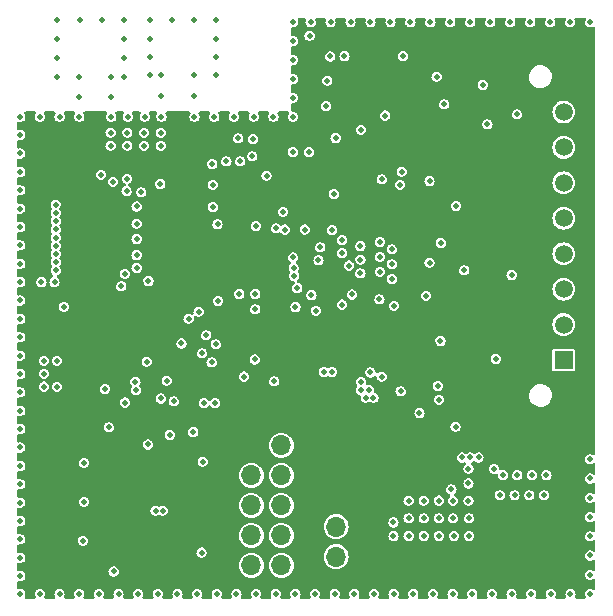
<source format=gbr>
%TF.GenerationSoftware,KiCad,Pcbnew,(7.0.0)*%
%TF.CreationDate,2023-03-16T22:42:37+01:00*%
%TF.ProjectId,iot_diagnostic_tool,696f745f-6469-4616-976e-6f737469635f,rev?*%
%TF.SameCoordinates,Original*%
%TF.FileFunction,Copper,L3,Inr*%
%TF.FilePolarity,Positive*%
%FSLAX46Y46*%
G04 Gerber Fmt 4.6, Leading zero omitted, Abs format (unit mm)*
G04 Created by KiCad (PCBNEW (7.0.0)) date 2023-03-16 22:42:37*
%MOMM*%
%LPD*%
G01*
G04 APERTURE LIST*
%TA.AperFunction,ComponentPad*%
%ADD10R,1.520000X1.520000*%
%TD*%
%TA.AperFunction,ComponentPad*%
%ADD11C,1.520000*%
%TD*%
%TA.AperFunction,ComponentPad*%
%ADD12R,1.700000X1.700000*%
%TD*%
%TA.AperFunction,ComponentPad*%
%ADD13O,1.700000X1.700000*%
%TD*%
%TA.AperFunction,ViaPad*%
%ADD14C,0.460000*%
%TD*%
G04 APERTURE END LIST*
D10*
%TO.N,+12V*%
%TO.C,J7*%
X172809999Y-99049999D03*
D11*
%TO.N,ISO_L*%
X172810000Y-96050000D03*
%TO.N,ISO_K*%
X172810000Y-93050000D03*
%TO.N,unconnected-(J7-Pad4)*%
X172810000Y-90050000D03*
%TO.N,GND*%
X172810000Y-87050000D03*
%TO.N,unconnected-(J7-Pad6)*%
X172810000Y-84050000D03*
%TO.N,CAN_L*%
X172810000Y-81050000D03*
%TO.N,CAN_H*%
X172810000Y-78050000D03*
%TD*%
D12*
%TO.N,+3V3*%
%TO.C,J6*%
X153549999Y-110619999D03*
D13*
%TO.N,Net-(J6-Pin_2)*%
X153549999Y-113159999D03*
%TO.N,GND*%
X153549999Y-115699999D03*
%TD*%
D12*
%TO.N,+3V3*%
%TO.C,J5*%
X146369999Y-106280000D03*
D13*
%TO.N,SWDIO*%
X148909999Y-106280000D03*
%TO.N,DBG_RX*%
X146369999Y-108820000D03*
%TO.N,SWCLK*%
X148909999Y-108820000D03*
%TO.N,DBG_TX*%
X146369999Y-111360000D03*
%TO.N,SWO*%
X148909999Y-111360000D03*
%TO.N,GND*%
X146369999Y-113900000D03*
%TO.N,NRST*%
X148909999Y-113900000D03*
%TO.N,GND*%
X146369999Y-116440000D03*
X148909999Y-116440000D03*
%TD*%
D14*
%TO.N,GND*%
X132200000Y-111050000D03*
X143000000Y-99250000D03*
X142200000Y-98483332D03*
X143350000Y-97716666D03*
X142550000Y-96950000D03*
X153050000Y-73350000D03*
X155650000Y-79550000D03*
X157400000Y-83750000D03*
X131800000Y-78450000D03*
X133650000Y-83350000D03*
X135866668Y-79800000D03*
X155600000Y-90550000D03*
X146650000Y-99000000D03*
X168400000Y-91850000D03*
X161450000Y-83900000D03*
X153350000Y-85000000D03*
X126800000Y-106453842D03*
X175050000Y-118855000D03*
X135550000Y-75100000D03*
X163520000Y-113950000D03*
X151250000Y-81450000D03*
X133683332Y-70250000D03*
X139200000Y-100800000D03*
X148429309Y-118855000D03*
X126800000Y-86228845D03*
X137800000Y-73400000D03*
X131791379Y-118855000D03*
X130127586Y-118855000D03*
X160960000Y-113950000D03*
X144890000Y-78450000D03*
X126800000Y-94007690D03*
X146750000Y-87700000D03*
X135550000Y-73483332D03*
X159680000Y-113950000D03*
X154900000Y-93500000D03*
X155650000Y-101600000D03*
X126800000Y-118855000D03*
X150093102Y-118855000D03*
X143300000Y-102700000D03*
X126800000Y-81561538D03*
X154050000Y-94350000D03*
X129950000Y-75100000D03*
X145101723Y-118855000D03*
X126800000Y-103342304D03*
X159680000Y-112450000D03*
X175050000Y-70450000D03*
X135118965Y-118855000D03*
X138650000Y-84150000D03*
X145250000Y-80275000D03*
X135916666Y-78450000D03*
X158950000Y-84200000D03*
X135550000Y-71866666D03*
X162240000Y-112450000D03*
X166900000Y-108250000D03*
X157700000Y-78350000D03*
X136650000Y-86050000D03*
X135650000Y-102650000D03*
X126800000Y-78450000D03*
X158400000Y-112800000D03*
X134500000Y-75100000D03*
X138749998Y-78450000D03*
X126800000Y-95563459D03*
X158250000Y-92200000D03*
X129950000Y-70250000D03*
X162400000Y-89150000D03*
X132200000Y-107750000D03*
X126800000Y-98674997D03*
X128466666Y-78450000D03*
X175050000Y-107450000D03*
X134500000Y-78450000D03*
X158250000Y-89680000D03*
X165067239Y-118855000D03*
X134300000Y-104750000D03*
X141550000Y-78450000D03*
X146765516Y-118855000D03*
X134500000Y-76775000D03*
X126800000Y-117344225D03*
X135800000Y-84750000D03*
X161523947Y-70450000D03*
X141550000Y-76700000D03*
X163433332Y-112450000D03*
X146700000Y-93450000D03*
X143100000Y-86100000D03*
X163403446Y-118855000D03*
X126800000Y-83117307D03*
X154050000Y-90000000D03*
X157250000Y-89050000D03*
X138700000Y-79800000D03*
X137333332Y-78450000D03*
X128463793Y-118855000D03*
X155650000Y-100900000D03*
X131816666Y-70250000D03*
X137050000Y-84850000D03*
X135850000Y-83700000D03*
X159680000Y-110950000D03*
X132100000Y-114350000D03*
X135350000Y-92800000D03*
X135650000Y-91750000D03*
X148230000Y-78450000D03*
X149900000Y-72050000D03*
X134700000Y-116950000D03*
X143437930Y-118855000D03*
X158250000Y-90940000D03*
X153500000Y-80250000D03*
X154250000Y-73325000D03*
X146560000Y-78450000D03*
X170058618Y-118855000D03*
X156300000Y-101600000D03*
X158400000Y-113950000D03*
X149050000Y-86500000D03*
X168883333Y-108800000D03*
X142250000Y-107650000D03*
X158142435Y-70450000D03*
X164750000Y-110950000D03*
X162240000Y-113950000D03*
X126800000Y-115788456D03*
X145750000Y-100450000D03*
X129900000Y-99100000D03*
X165950000Y-75750000D03*
X166596215Y-70450000D03*
X163433332Y-110950000D03*
X138749998Y-76700000D03*
X171722411Y-118855000D03*
X175050000Y-109079285D03*
X141550000Y-74950000D03*
X135550000Y-70250000D03*
X141533332Y-70300000D03*
X157400000Y-100450000D03*
X126800000Y-87784614D03*
X154050000Y-88900000D03*
X138700000Y-102300000D03*
X164750000Y-109500000D03*
X170116666Y-108800000D03*
X159833191Y-70450000D03*
X129700000Y-92440000D03*
X139800000Y-102550000D03*
X137283334Y-79800000D03*
X134650000Y-83950000D03*
X162050000Y-75050000D03*
X143400000Y-70300000D03*
X146450000Y-81800000D03*
X153070167Y-70450000D03*
X151756895Y-118855000D03*
X160960000Y-112450000D03*
X166731032Y-118855000D03*
X126800000Y-92451921D03*
X128800000Y-101300000D03*
X155600000Y-89400000D03*
X168286971Y-70450000D03*
X152200000Y-89500000D03*
X162240000Y-110950000D03*
X136650000Y-90150000D03*
X143400000Y-71850000D03*
X126800000Y-109565380D03*
X175050000Y-112337855D03*
X145425000Y-82225000D03*
X126800000Y-84673076D03*
X149900000Y-76850000D03*
X169977727Y-70450000D03*
X133455172Y-118855000D03*
X128800000Y-100200000D03*
X126800000Y-112676918D03*
X126800000Y-100230766D03*
X156450000Y-100100000D03*
X138700000Y-80900000D03*
X157250000Y-90310000D03*
X143500000Y-87550000D03*
X138446551Y-118855000D03*
X156050000Y-102250000D03*
X149900000Y-78450000D03*
X171350000Y-108800000D03*
X134450002Y-80900000D03*
X168850000Y-78250000D03*
X156451679Y-70450000D03*
X173386204Y-118855000D03*
X129950000Y-71866666D03*
X141774137Y-118855000D03*
X154760923Y-70450000D03*
X131800000Y-76775000D03*
X143050000Y-82450000D03*
X126800000Y-104898073D03*
X150100000Y-94550000D03*
X145350000Y-93450000D03*
X149875000Y-81450000D03*
X135866668Y-80900000D03*
X136782758Y-118855000D03*
X138250000Y-111800000D03*
X126800000Y-114232687D03*
X137650000Y-92350000D03*
X142150000Y-115350000D03*
X126800000Y-90896152D03*
X146700000Y-94750000D03*
X156700000Y-102250000D03*
X137800000Y-71850000D03*
X140110344Y-118855000D03*
X126800000Y-108009611D03*
X126800000Y-97119228D03*
X159100000Y-83100000D03*
X164800000Y-113950000D03*
X131750000Y-75100000D03*
X156748274Y-118855000D03*
X126800000Y-89340383D03*
X129950000Y-73483332D03*
X163214703Y-70450000D03*
X168394825Y-118855000D03*
X175050000Y-113967140D03*
X175050000Y-117225710D03*
X173359239Y-70450000D03*
X144250000Y-82225000D03*
X149900000Y-73650000D03*
X136650000Y-91250000D03*
X162375000Y-97425000D03*
X162250000Y-102400000D03*
X126800000Y-80005769D03*
X167650000Y-108800000D03*
X149900000Y-70450000D03*
X149900000Y-75250000D03*
X164800000Y-112450000D03*
X157250000Y-91570000D03*
X138749998Y-74950000D03*
X155084481Y-118855000D03*
X139666666Y-70300000D03*
X164400000Y-91450000D03*
X143400000Y-73400000D03*
X126800000Y-111121149D03*
X137800000Y-70300000D03*
X143400000Y-74950000D03*
X126800000Y-101786535D03*
X166350000Y-79100000D03*
X175050000Y-110708570D03*
X143220000Y-78450000D03*
X162150000Y-101250000D03*
X175050000Y-115596425D03*
X137800000Y-74950000D03*
X130133332Y-78450000D03*
X164905459Y-70450000D03*
X151379411Y-70450000D03*
X161739653Y-118855000D03*
X128800000Y-99100000D03*
X160075860Y-118855000D03*
X136650000Y-87500000D03*
X134450002Y-79800000D03*
X138850000Y-111800000D03*
X128590000Y-92450000D03*
X137283334Y-80900000D03*
X155600000Y-91700000D03*
X142350000Y-102700000D03*
X143100000Y-84200000D03*
X164750000Y-108250000D03*
X153420688Y-118855000D03*
X171668483Y-70450000D03*
X129900000Y-101300000D03*
X158412067Y-118855000D03*
X152700000Y-77550000D03*
X160960000Y-110950000D03*
X162700000Y-77400000D03*
%TO.N,/power_supply/+12V_F*%
X163650000Y-104700000D03*
%TO.N,+1V8*%
X148300000Y-100850000D03*
X139450000Y-105400000D03*
X153200000Y-100050000D03*
X141450000Y-105150000D03*
X152500000Y-100050000D03*
%TO.N,SIM_VDD*%
X137500000Y-99190000D03*
X141050000Y-95550000D03*
%TO.N,SIM_DET*%
X137600000Y-106200000D03*
X141900000Y-94950000D03*
X133975000Y-101500000D03*
%TO.N,RESET_N*%
X154625000Y-91050000D03*
X151825000Y-94875000D03*
X143550000Y-94050000D03*
X152800001Y-75390000D03*
%TO.N,PON_TRIG*%
X146500000Y-80350000D03*
%TO.N,BOOT0*%
X159000000Y-101700000D03*
X161450000Y-90800000D03*
%TO.N,BAT_V*%
X151450000Y-93550000D03*
X160600000Y-103550000D03*
%TO.N,IoT_PWR*%
X152050000Y-90600000D03*
X149888732Y-90366848D03*
%TO.N,+3V3*%
X156550000Y-114850000D03*
X139550000Y-115750000D03*
X143600000Y-90650000D03*
X144800000Y-87550000D03*
X150900000Y-85100000D03*
X166150000Y-92250000D03*
X146800000Y-97350000D03*
X155100000Y-106700000D03*
X152750000Y-72000000D03*
X156350000Y-106650000D03*
X157200000Y-85000000D03*
X162500000Y-88150000D03*
X158350000Y-100450000D03*
X156550000Y-115750000D03*
X143500000Y-89300000D03*
X139550000Y-113900000D03*
X144750000Y-90700000D03*
X156550000Y-113200000D03*
X156550000Y-113950000D03*
X146750000Y-90250000D03*
X155100000Y-105550000D03*
X156550000Y-116800000D03*
%TO.N,PON_TRIG_MCU*%
X153200000Y-88050000D03*
%TO.N,AP_READY_MCU*%
X147650000Y-83450000D03*
%TO.N,AP_READY*%
X130490001Y-94540001D03*
%TO.N,IoT_CTS*%
X150250000Y-92950000D03*
%TO.N,IoT_RTS*%
X150885000Y-88000000D03*
%TO.N,IoT_TX*%
X150000000Y-91950000D03*
%TO.N,IoT_RX*%
X148450000Y-87900000D03*
%TO.N,IoT_RI*%
X149200000Y-88000000D03*
%TO.N,IoT_DTR*%
X149958390Y-91256054D03*
%TO.N,CAN_S*%
X161150000Y-93600000D03*
X163700000Y-86000000D03*
%TO.N,GNSS_TX*%
X157210523Y-93910523D03*
%TO.N,GNSS_RX*%
X158450000Y-94450000D03*
%TO.N,GNSS_RXD*%
X129800000Y-86596089D03*
%TO.N,MAIN_RXD*%
X129800161Y-88684356D03*
%TO.N,MAIN_TXD*%
X129800002Y-90076534D03*
%TO.N,GNSS_TXD*%
X129800000Y-85900000D03*
%TO.N,MAIN_RTS*%
X129799995Y-89380445D03*
%TO.N,MAIN_CTS*%
X129800000Y-91468719D03*
%TO.N,DBG_TXD*%
X129800000Y-87292178D03*
%TO.N,DBG_RXD*%
X129800000Y-87988267D03*
%TO.N,MAIN_DTR*%
X129800000Y-90772623D03*
%TO.N,MAIN_RI*%
X136650000Y-88800000D03*
%TO.N,/power_supply/SW*%
X168650000Y-110500000D03*
X169900000Y-110500000D03*
X167400000Y-110500000D03*
X164900000Y-107300000D03*
X163300000Y-110000000D03*
X171150000Y-110500000D03*
X164200000Y-107300001D03*
X165600000Y-107300000D03*
%TO.N,/iot_module/sim/SIM_CL*%
X136600000Y-101600000D03*
%TO.N,/iot_module/sim/SIM_DAT*%
X136550000Y-100900000D03*
%TO.N,/iot_module/sim/SIM_RES*%
X140450000Y-97650000D03*
%TO.N,/power_supply/+12V_F*%
X167050000Y-98950000D03*
%TO.N,Net-(Q5-B)*%
X151300000Y-71600000D03*
%TO.N,Net-(Q5-C)*%
X159200000Y-73325000D03*
%TD*%
%TA.AperFunction,Conductor*%
%TO.N,+3V3*%
G36*
X174624941Y-70066797D02*
G01*
X174669923Y-70108575D01*
X174689353Y-70166809D01*
X174678468Y-70227226D01*
X174636373Y-70319401D01*
X174636370Y-70319410D01*
X174632691Y-70327467D01*
X174615073Y-70450000D01*
X174632691Y-70572533D01*
X174684116Y-70685139D01*
X174718272Y-70724557D01*
X174759374Y-70771993D01*
X174759377Y-70771995D01*
X174765183Y-70778696D01*
X174869325Y-70845624D01*
X174988103Y-70880500D01*
X175103026Y-70880500D01*
X175111897Y-70880500D01*
X175230675Y-70845624D01*
X175259859Y-70826868D01*
X175322437Y-70807265D01*
X175386266Y-70822322D01*
X175433488Y-70867830D01*
X175450895Y-70931059D01*
X175487542Y-106992240D01*
X175470232Y-107055558D01*
X175423024Y-107101168D01*
X175359148Y-107116288D01*
X175296505Y-107096682D01*
X175230675Y-107054376D01*
X175222167Y-107051877D01*
X175222163Y-107051876D01*
X175120409Y-107021999D01*
X175120406Y-107021998D01*
X175111897Y-107019500D01*
X174988103Y-107019500D01*
X174979594Y-107021998D01*
X174979590Y-107021999D01*
X174877836Y-107051876D01*
X174877830Y-107051878D01*
X174869325Y-107054376D01*
X174861865Y-107059169D01*
X174861861Y-107059172D01*
X174772644Y-107116508D01*
X174772639Y-107116512D01*
X174765183Y-107121304D01*
X174759380Y-107127999D01*
X174759374Y-107128006D01*
X174708915Y-107186241D01*
X174684116Y-107214861D01*
X174680435Y-107222919D01*
X174680433Y-107222924D01*
X174645234Y-107300001D01*
X174632691Y-107327467D01*
X174631429Y-107336237D01*
X174631429Y-107336241D01*
X174619199Y-107421304D01*
X174615073Y-107450000D01*
X174616335Y-107458777D01*
X174627314Y-107535140D01*
X174632691Y-107572533D01*
X174654096Y-107619404D01*
X174679996Y-107676119D01*
X174684116Y-107685139D01*
X174698041Y-107701209D01*
X174759374Y-107771993D01*
X174759377Y-107771995D01*
X174765183Y-107778696D01*
X174772643Y-107783490D01*
X174772644Y-107783491D01*
X174787517Y-107793049D01*
X174869325Y-107845624D01*
X174988103Y-107880500D01*
X175103026Y-107880500D01*
X175111897Y-107880500D01*
X175230675Y-107845624D01*
X175297438Y-107802717D01*
X175360013Y-107783115D01*
X175423843Y-107798172D01*
X175471065Y-107843680D01*
X175488472Y-107906909D01*
X175489199Y-108622590D01*
X175471889Y-108685908D01*
X175424681Y-108731518D01*
X175360805Y-108746638D01*
X175298160Y-108727031D01*
X175238138Y-108688457D01*
X175238137Y-108688456D01*
X175230675Y-108683661D01*
X175222167Y-108681162D01*
X175222163Y-108681161D01*
X175120409Y-108651284D01*
X175120406Y-108651283D01*
X175111897Y-108648785D01*
X174988103Y-108648785D01*
X174979594Y-108651283D01*
X174979590Y-108651284D01*
X174877836Y-108681161D01*
X174877830Y-108681163D01*
X174869325Y-108683661D01*
X174861865Y-108688454D01*
X174861861Y-108688457D01*
X174772644Y-108745793D01*
X174772639Y-108745797D01*
X174765183Y-108750589D01*
X174759380Y-108757284D01*
X174759374Y-108757291D01*
X174689923Y-108837444D01*
X174684116Y-108844146D01*
X174680435Y-108852204D01*
X174680433Y-108852209D01*
X174648318Y-108922533D01*
X174632691Y-108956752D01*
X174631429Y-108965522D01*
X174631429Y-108965526D01*
X174621420Y-109035139D01*
X174615073Y-109079285D01*
X174616335Y-109088062D01*
X174631110Y-109190827D01*
X174632691Y-109201818D01*
X174648614Y-109236684D01*
X174661481Y-109264861D01*
X174684116Y-109314424D01*
X174704808Y-109338304D01*
X174759374Y-109401278D01*
X174759377Y-109401280D01*
X174765183Y-109407981D01*
X174869325Y-109474909D01*
X174988103Y-109509785D01*
X175103026Y-109509785D01*
X175111897Y-109509785D01*
X175230675Y-109474909D01*
X175299090Y-109430940D01*
X175361669Y-109411337D01*
X175425498Y-109426394D01*
X175472720Y-109471902D01*
X175490127Y-109535131D01*
X175490856Y-110252940D01*
X175473546Y-110316258D01*
X175426338Y-110361868D01*
X175362461Y-110376988D01*
X175299818Y-110357381D01*
X175230675Y-110312946D01*
X175222167Y-110310447D01*
X175222163Y-110310446D01*
X175120409Y-110280569D01*
X175120406Y-110280568D01*
X175111897Y-110278070D01*
X174988103Y-110278070D01*
X174979594Y-110280568D01*
X174979590Y-110280569D01*
X174877836Y-110310446D01*
X174877830Y-110310448D01*
X174869325Y-110312946D01*
X174861865Y-110317739D01*
X174861861Y-110317742D01*
X174772644Y-110375078D01*
X174772639Y-110375082D01*
X174765183Y-110379874D01*
X174759380Y-110386569D01*
X174759374Y-110386576D01*
X174689923Y-110466729D01*
X174684116Y-110473431D01*
X174680435Y-110481489D01*
X174680433Y-110481494D01*
X174636373Y-110577974D01*
X174632691Y-110586037D01*
X174631429Y-110594807D01*
X174631429Y-110594811D01*
X174619252Y-110679504D01*
X174615073Y-110708570D01*
X174616335Y-110717347D01*
X174630355Y-110814861D01*
X174632691Y-110831103D01*
X174636373Y-110839165D01*
X174678083Y-110930500D01*
X174684116Y-110943709D01*
X174718272Y-110983127D01*
X174759374Y-111030563D01*
X174759377Y-111030565D01*
X174765183Y-111037266D01*
X174869325Y-111104194D01*
X174988103Y-111139070D01*
X175103026Y-111139070D01*
X175111897Y-111139070D01*
X175230675Y-111104194D01*
X175300744Y-111059162D01*
X175363323Y-111039559D01*
X175427152Y-111054616D01*
X175474374Y-111100124D01*
X175491781Y-111163353D01*
X175492513Y-111883290D01*
X175475203Y-111946608D01*
X175427995Y-111992218D01*
X175364118Y-112007338D01*
X175301475Y-111987731D01*
X175230675Y-111942231D01*
X175222167Y-111939732D01*
X175222163Y-111939731D01*
X175120409Y-111909854D01*
X175120406Y-111909853D01*
X175111897Y-111907355D01*
X174988103Y-111907355D01*
X174979594Y-111909853D01*
X174979590Y-111909854D01*
X174877836Y-111939731D01*
X174877830Y-111939733D01*
X174869325Y-111942231D01*
X174861865Y-111947024D01*
X174861861Y-111947027D01*
X174772644Y-112004363D01*
X174772639Y-112004367D01*
X174765183Y-112009159D01*
X174759380Y-112015854D01*
X174759374Y-112015861D01*
X174689923Y-112096014D01*
X174684116Y-112102716D01*
X174680435Y-112110774D01*
X174680433Y-112110779D01*
X174640545Y-112198123D01*
X174632691Y-112215322D01*
X174631429Y-112224092D01*
X174631429Y-112224096D01*
X174622516Y-112286090D01*
X174615073Y-112337855D01*
X174616335Y-112346632D01*
X174631174Y-112449842D01*
X174632691Y-112460388D01*
X174636373Y-112468450D01*
X174680401Y-112564861D01*
X174684116Y-112572994D01*
X174718272Y-112612412D01*
X174759374Y-112659848D01*
X174759377Y-112659850D01*
X174765183Y-112666551D01*
X174772643Y-112671345D01*
X174772644Y-112671346D01*
X174794106Y-112685139D01*
X174869325Y-112733479D01*
X174988103Y-112768355D01*
X175103026Y-112768355D01*
X175111897Y-112768355D01*
X175230675Y-112733479D01*
X175302402Y-112687382D01*
X175364978Y-112667780D01*
X175428807Y-112682837D01*
X175476029Y-112728345D01*
X175493436Y-112791574D01*
X175494170Y-113513639D01*
X175476860Y-113576957D01*
X175429653Y-113622567D01*
X175365776Y-113637687D01*
X175303132Y-113618081D01*
X175230675Y-113571516D01*
X175222167Y-113569017D01*
X175222163Y-113569016D01*
X175120409Y-113539139D01*
X175120406Y-113539138D01*
X175111897Y-113536640D01*
X174988103Y-113536640D01*
X174979594Y-113539138D01*
X174979590Y-113539139D01*
X174877836Y-113569016D01*
X174877830Y-113569018D01*
X174869325Y-113571516D01*
X174861865Y-113576309D01*
X174861861Y-113576312D01*
X174772644Y-113633648D01*
X174772639Y-113633652D01*
X174765183Y-113638444D01*
X174759380Y-113645139D01*
X174759374Y-113645146D01*
X174691981Y-113722924D01*
X174684116Y-113732001D01*
X174680435Y-113740059D01*
X174680433Y-113740064D01*
X174636373Y-113836544D01*
X174632691Y-113844607D01*
X174631429Y-113853377D01*
X174631429Y-113853381D01*
X174623189Y-113910693D01*
X174615073Y-113967140D01*
X174616335Y-113975917D01*
X174631385Y-114080595D01*
X174632691Y-114089673D01*
X174636373Y-114097735D01*
X174679348Y-114191840D01*
X174684116Y-114202279D01*
X174713544Y-114236241D01*
X174759374Y-114289133D01*
X174759377Y-114289135D01*
X174765183Y-114295836D01*
X174772643Y-114300630D01*
X174772644Y-114300631D01*
X174788870Y-114311059D01*
X174869325Y-114362764D01*
X174988103Y-114397640D01*
X175103026Y-114397640D01*
X175111897Y-114397640D01*
X175230675Y-114362764D01*
X175304054Y-114315605D01*
X175366633Y-114296002D01*
X175430462Y-114311059D01*
X175477684Y-114356567D01*
X175495091Y-114419796D01*
X175495827Y-115143989D01*
X175478517Y-115207307D01*
X175431309Y-115252917D01*
X175367433Y-115268037D01*
X175304789Y-115248431D01*
X175230675Y-115200801D01*
X175222167Y-115198302D01*
X175222163Y-115198301D01*
X175120409Y-115168424D01*
X175120406Y-115168423D01*
X175111897Y-115165925D01*
X174988103Y-115165925D01*
X174979594Y-115168423D01*
X174979590Y-115168424D01*
X174877836Y-115198301D01*
X174877830Y-115198303D01*
X174869325Y-115200801D01*
X174861865Y-115205594D01*
X174861861Y-115205597D01*
X174772644Y-115262933D01*
X174772639Y-115262937D01*
X174765183Y-115267729D01*
X174759380Y-115274424D01*
X174759374Y-115274431D01*
X174693895Y-115350000D01*
X174684116Y-115361286D01*
X174680435Y-115369344D01*
X174680433Y-115369349D01*
X174641335Y-115454964D01*
X174632691Y-115473892D01*
X174631429Y-115482662D01*
X174631429Y-115482666D01*
X174629790Y-115494066D01*
X174615073Y-115596425D01*
X174616335Y-115605202D01*
X174630836Y-115706061D01*
X174632691Y-115718958D01*
X174684116Y-115831564D01*
X174703168Y-115853551D01*
X174759374Y-115918418D01*
X174759377Y-115918420D01*
X174765183Y-115925121D01*
X174869325Y-115992049D01*
X174988103Y-116026925D01*
X175103026Y-116026925D01*
X175111897Y-116026925D01*
X175230675Y-115992049D01*
X175305709Y-115943827D01*
X175368286Y-115924223D01*
X175432116Y-115939280D01*
X175479338Y-115984788D01*
X175496745Y-116048017D01*
X175497484Y-116774339D01*
X175480174Y-116837657D01*
X175432966Y-116883267D01*
X175369090Y-116898387D01*
X175306446Y-116878781D01*
X175230675Y-116830086D01*
X175222167Y-116827587D01*
X175222163Y-116827586D01*
X175120409Y-116797709D01*
X175120406Y-116797708D01*
X175111897Y-116795210D01*
X174988103Y-116795210D01*
X174979594Y-116797708D01*
X174979590Y-116797709D01*
X174877836Y-116827586D01*
X174877830Y-116827588D01*
X174869325Y-116830086D01*
X174861865Y-116834879D01*
X174861861Y-116834882D01*
X174772644Y-116892218D01*
X174772639Y-116892222D01*
X174765183Y-116897014D01*
X174759380Y-116903709D01*
X174759374Y-116903716D01*
X174711665Y-116958777D01*
X174684116Y-116990571D01*
X174680435Y-116998629D01*
X174680433Y-116998634D01*
X174636373Y-117095114D01*
X174632691Y-117103177D01*
X174615073Y-117225710D01*
X174632691Y-117348243D01*
X174684116Y-117460849D01*
X174695106Y-117473532D01*
X174759374Y-117547703D01*
X174759377Y-117547705D01*
X174765183Y-117554406D01*
X174869325Y-117621334D01*
X174988103Y-117656210D01*
X175103026Y-117656210D01*
X175111897Y-117656210D01*
X175230675Y-117621334D01*
X175307364Y-117572048D01*
X175369942Y-117552445D01*
X175433771Y-117567502D01*
X175480993Y-117613010D01*
X175498400Y-117676239D01*
X175499140Y-118404694D01*
X175481830Y-118468012D01*
X175434622Y-118513622D01*
X175370745Y-118528742D01*
X175308102Y-118509135D01*
X175230675Y-118459376D01*
X175222167Y-118456877D01*
X175222163Y-118456876D01*
X175120409Y-118426999D01*
X175120406Y-118426998D01*
X175111897Y-118424500D01*
X174988103Y-118424500D01*
X174979594Y-118426998D01*
X174979590Y-118426999D01*
X174877836Y-118456876D01*
X174877830Y-118456878D01*
X174869325Y-118459376D01*
X174861865Y-118464169D01*
X174861861Y-118464172D01*
X174772644Y-118521508D01*
X174772639Y-118521512D01*
X174765183Y-118526304D01*
X174759380Y-118532999D01*
X174759374Y-118533006D01*
X174689923Y-118613159D01*
X174684116Y-118619861D01*
X174680435Y-118627919D01*
X174680433Y-118627924D01*
X174636373Y-118724404D01*
X174632691Y-118732467D01*
X174615073Y-118855000D01*
X174632691Y-118977533D01*
X174636373Y-118985595D01*
X174676969Y-119074489D01*
X174687858Y-119134846D01*
X174668489Y-119193040D01*
X174623601Y-119234832D01*
X174564174Y-119250000D01*
X173872030Y-119250000D01*
X173812603Y-119234832D01*
X173767715Y-119193040D01*
X173748346Y-119134846D01*
X173759235Y-119074489D01*
X173803513Y-118977533D01*
X173821131Y-118855000D01*
X173803513Y-118732467D01*
X173752088Y-118619861D01*
X173711554Y-118573082D01*
X173676829Y-118533006D01*
X173676826Y-118533003D01*
X173671021Y-118526304D01*
X173663561Y-118521509D01*
X173663559Y-118521508D01*
X173574342Y-118464172D01*
X173574341Y-118464171D01*
X173566879Y-118459376D01*
X173558371Y-118456877D01*
X173558367Y-118456876D01*
X173456613Y-118426999D01*
X173456610Y-118426998D01*
X173448101Y-118424500D01*
X173324307Y-118424500D01*
X173315798Y-118426998D01*
X173315794Y-118426999D01*
X173214040Y-118456876D01*
X173214034Y-118456878D01*
X173205529Y-118459376D01*
X173198069Y-118464169D01*
X173198065Y-118464172D01*
X173108848Y-118521508D01*
X173108843Y-118521512D01*
X173101387Y-118526304D01*
X173095584Y-118532999D01*
X173095578Y-118533006D01*
X173026127Y-118613159D01*
X173020320Y-118619861D01*
X173016639Y-118627919D01*
X173016637Y-118627924D01*
X172972577Y-118724404D01*
X172968895Y-118732467D01*
X172951277Y-118855000D01*
X172968895Y-118977533D01*
X172972577Y-118985595D01*
X173013173Y-119074489D01*
X173024062Y-119134846D01*
X173004693Y-119193040D01*
X172959805Y-119234832D01*
X172900378Y-119250000D01*
X172208237Y-119250000D01*
X172148810Y-119234832D01*
X172103922Y-119193040D01*
X172084553Y-119134846D01*
X172095442Y-119074489D01*
X172139720Y-118977533D01*
X172157338Y-118855000D01*
X172139720Y-118732467D01*
X172088295Y-118619861D01*
X172047761Y-118573082D01*
X172013036Y-118533006D01*
X172013033Y-118533003D01*
X172007228Y-118526304D01*
X171999768Y-118521509D01*
X171999766Y-118521508D01*
X171910549Y-118464172D01*
X171910548Y-118464171D01*
X171903086Y-118459376D01*
X171894578Y-118456877D01*
X171894574Y-118456876D01*
X171792820Y-118426999D01*
X171792817Y-118426998D01*
X171784308Y-118424500D01*
X171660514Y-118424500D01*
X171652005Y-118426998D01*
X171652001Y-118426999D01*
X171550247Y-118456876D01*
X171550241Y-118456878D01*
X171541736Y-118459376D01*
X171534276Y-118464169D01*
X171534272Y-118464172D01*
X171445055Y-118521508D01*
X171445050Y-118521512D01*
X171437594Y-118526304D01*
X171431791Y-118532999D01*
X171431785Y-118533006D01*
X171362334Y-118613159D01*
X171356527Y-118619861D01*
X171352846Y-118627919D01*
X171352844Y-118627924D01*
X171308784Y-118724404D01*
X171305102Y-118732467D01*
X171287484Y-118855000D01*
X171305102Y-118977533D01*
X171308784Y-118985595D01*
X171349380Y-119074489D01*
X171360269Y-119134846D01*
X171340900Y-119193040D01*
X171296012Y-119234832D01*
X171236585Y-119250000D01*
X170544444Y-119250000D01*
X170485017Y-119234832D01*
X170440129Y-119193040D01*
X170420760Y-119134846D01*
X170431649Y-119074489D01*
X170475927Y-118977533D01*
X170493545Y-118855000D01*
X170475927Y-118732467D01*
X170424502Y-118619861D01*
X170383968Y-118573082D01*
X170349243Y-118533006D01*
X170349240Y-118533003D01*
X170343435Y-118526304D01*
X170335975Y-118521509D01*
X170335973Y-118521508D01*
X170246756Y-118464172D01*
X170246755Y-118464171D01*
X170239293Y-118459376D01*
X170230785Y-118456877D01*
X170230781Y-118456876D01*
X170129027Y-118426999D01*
X170129024Y-118426998D01*
X170120515Y-118424500D01*
X169996721Y-118424500D01*
X169988212Y-118426998D01*
X169988208Y-118426999D01*
X169886454Y-118456876D01*
X169886448Y-118456878D01*
X169877943Y-118459376D01*
X169870483Y-118464169D01*
X169870479Y-118464172D01*
X169781262Y-118521508D01*
X169781257Y-118521512D01*
X169773801Y-118526304D01*
X169767998Y-118532999D01*
X169767992Y-118533006D01*
X169698541Y-118613159D01*
X169692734Y-118619861D01*
X169689053Y-118627919D01*
X169689051Y-118627924D01*
X169644991Y-118724404D01*
X169641309Y-118732467D01*
X169623691Y-118855000D01*
X169641309Y-118977533D01*
X169644991Y-118985595D01*
X169685587Y-119074489D01*
X169696476Y-119134846D01*
X169677107Y-119193040D01*
X169632219Y-119234832D01*
X169572792Y-119250000D01*
X168880651Y-119250000D01*
X168821224Y-119234832D01*
X168776336Y-119193040D01*
X168756967Y-119134846D01*
X168767856Y-119074489D01*
X168812134Y-118977533D01*
X168829752Y-118855000D01*
X168812134Y-118732467D01*
X168760709Y-118619861D01*
X168720175Y-118573082D01*
X168685450Y-118533006D01*
X168685447Y-118533003D01*
X168679642Y-118526304D01*
X168672182Y-118521509D01*
X168672180Y-118521508D01*
X168582963Y-118464172D01*
X168582962Y-118464171D01*
X168575500Y-118459376D01*
X168566992Y-118456877D01*
X168566988Y-118456876D01*
X168465234Y-118426999D01*
X168465231Y-118426998D01*
X168456722Y-118424500D01*
X168332928Y-118424500D01*
X168324419Y-118426998D01*
X168324415Y-118426999D01*
X168222661Y-118456876D01*
X168222655Y-118456878D01*
X168214150Y-118459376D01*
X168206690Y-118464169D01*
X168206686Y-118464172D01*
X168117469Y-118521508D01*
X168117464Y-118521512D01*
X168110008Y-118526304D01*
X168104205Y-118532999D01*
X168104199Y-118533006D01*
X168034748Y-118613159D01*
X168028941Y-118619861D01*
X168025260Y-118627919D01*
X168025258Y-118627924D01*
X167981198Y-118724404D01*
X167977516Y-118732467D01*
X167959898Y-118855000D01*
X167977516Y-118977533D01*
X167981198Y-118985595D01*
X168021794Y-119074489D01*
X168032683Y-119134846D01*
X168013314Y-119193040D01*
X167968426Y-119234832D01*
X167908999Y-119250000D01*
X167216858Y-119250000D01*
X167157431Y-119234832D01*
X167112543Y-119193040D01*
X167093174Y-119134846D01*
X167104063Y-119074489D01*
X167148341Y-118977533D01*
X167165959Y-118855000D01*
X167148341Y-118732467D01*
X167096916Y-118619861D01*
X167056382Y-118573082D01*
X167021657Y-118533006D01*
X167021654Y-118533003D01*
X167015849Y-118526304D01*
X167008389Y-118521509D01*
X167008387Y-118521508D01*
X166919170Y-118464172D01*
X166919169Y-118464171D01*
X166911707Y-118459376D01*
X166903199Y-118456877D01*
X166903195Y-118456876D01*
X166801441Y-118426999D01*
X166801438Y-118426998D01*
X166792929Y-118424500D01*
X166669135Y-118424500D01*
X166660626Y-118426998D01*
X166660622Y-118426999D01*
X166558868Y-118456876D01*
X166558862Y-118456878D01*
X166550357Y-118459376D01*
X166542897Y-118464169D01*
X166542893Y-118464172D01*
X166453676Y-118521508D01*
X166453671Y-118521512D01*
X166446215Y-118526304D01*
X166440412Y-118532999D01*
X166440406Y-118533006D01*
X166370955Y-118613159D01*
X166365148Y-118619861D01*
X166361467Y-118627919D01*
X166361465Y-118627924D01*
X166317405Y-118724404D01*
X166313723Y-118732467D01*
X166296105Y-118855000D01*
X166313723Y-118977533D01*
X166317405Y-118985595D01*
X166358001Y-119074489D01*
X166368890Y-119134846D01*
X166349521Y-119193040D01*
X166304633Y-119234832D01*
X166245206Y-119250000D01*
X165553065Y-119250000D01*
X165493638Y-119234832D01*
X165448750Y-119193040D01*
X165429381Y-119134846D01*
X165440270Y-119074489D01*
X165484548Y-118977533D01*
X165502166Y-118855000D01*
X165484548Y-118732467D01*
X165433123Y-118619861D01*
X165392589Y-118573082D01*
X165357864Y-118533006D01*
X165357861Y-118533003D01*
X165352056Y-118526304D01*
X165344596Y-118521509D01*
X165344594Y-118521508D01*
X165255377Y-118464172D01*
X165255376Y-118464171D01*
X165247914Y-118459376D01*
X165239406Y-118456877D01*
X165239402Y-118456876D01*
X165137648Y-118426999D01*
X165137645Y-118426998D01*
X165129136Y-118424500D01*
X165005342Y-118424500D01*
X164996833Y-118426998D01*
X164996829Y-118426999D01*
X164895075Y-118456876D01*
X164895069Y-118456878D01*
X164886564Y-118459376D01*
X164879104Y-118464169D01*
X164879100Y-118464172D01*
X164789883Y-118521508D01*
X164789878Y-118521512D01*
X164782422Y-118526304D01*
X164776619Y-118532999D01*
X164776613Y-118533006D01*
X164707162Y-118613159D01*
X164701355Y-118619861D01*
X164697674Y-118627919D01*
X164697672Y-118627924D01*
X164653612Y-118724404D01*
X164649930Y-118732467D01*
X164632312Y-118855000D01*
X164649930Y-118977533D01*
X164653612Y-118985595D01*
X164694208Y-119074489D01*
X164705097Y-119134846D01*
X164685728Y-119193040D01*
X164640840Y-119234832D01*
X164581413Y-119250000D01*
X163889272Y-119250000D01*
X163829845Y-119234832D01*
X163784957Y-119193040D01*
X163765588Y-119134846D01*
X163776477Y-119074489D01*
X163820755Y-118977533D01*
X163838373Y-118855000D01*
X163820755Y-118732467D01*
X163769330Y-118619861D01*
X163728796Y-118573082D01*
X163694071Y-118533006D01*
X163694068Y-118533003D01*
X163688263Y-118526304D01*
X163680803Y-118521509D01*
X163680801Y-118521508D01*
X163591584Y-118464172D01*
X163591583Y-118464171D01*
X163584121Y-118459376D01*
X163575613Y-118456877D01*
X163575609Y-118456876D01*
X163473855Y-118426999D01*
X163473852Y-118426998D01*
X163465343Y-118424500D01*
X163341549Y-118424500D01*
X163333040Y-118426998D01*
X163333036Y-118426999D01*
X163231282Y-118456876D01*
X163231276Y-118456878D01*
X163222771Y-118459376D01*
X163215311Y-118464169D01*
X163215307Y-118464172D01*
X163126090Y-118521508D01*
X163126085Y-118521512D01*
X163118629Y-118526304D01*
X163112826Y-118532999D01*
X163112820Y-118533006D01*
X163043369Y-118613159D01*
X163037562Y-118619861D01*
X163033881Y-118627919D01*
X163033879Y-118627924D01*
X162989819Y-118724404D01*
X162986137Y-118732467D01*
X162968519Y-118855000D01*
X162986137Y-118977533D01*
X162989819Y-118985595D01*
X163030415Y-119074489D01*
X163041304Y-119134846D01*
X163021935Y-119193040D01*
X162977047Y-119234832D01*
X162917620Y-119250000D01*
X162225479Y-119250000D01*
X162166052Y-119234832D01*
X162121164Y-119193040D01*
X162101795Y-119134846D01*
X162112684Y-119074489D01*
X162156962Y-118977533D01*
X162174580Y-118855000D01*
X162156962Y-118732467D01*
X162105537Y-118619861D01*
X162065003Y-118573082D01*
X162030278Y-118533006D01*
X162030275Y-118533003D01*
X162024470Y-118526304D01*
X162017010Y-118521509D01*
X162017008Y-118521508D01*
X161927791Y-118464172D01*
X161927790Y-118464171D01*
X161920328Y-118459376D01*
X161911820Y-118456877D01*
X161911816Y-118456876D01*
X161810062Y-118426999D01*
X161810059Y-118426998D01*
X161801550Y-118424500D01*
X161677756Y-118424500D01*
X161669247Y-118426998D01*
X161669243Y-118426999D01*
X161567489Y-118456876D01*
X161567483Y-118456878D01*
X161558978Y-118459376D01*
X161551518Y-118464169D01*
X161551514Y-118464172D01*
X161462297Y-118521508D01*
X161462292Y-118521512D01*
X161454836Y-118526304D01*
X161449033Y-118532999D01*
X161449027Y-118533006D01*
X161379576Y-118613159D01*
X161373769Y-118619861D01*
X161370088Y-118627919D01*
X161370086Y-118627924D01*
X161326026Y-118724404D01*
X161322344Y-118732467D01*
X161304726Y-118855000D01*
X161322344Y-118977533D01*
X161326026Y-118985595D01*
X161366622Y-119074489D01*
X161377511Y-119134846D01*
X161358142Y-119193040D01*
X161313254Y-119234832D01*
X161253827Y-119250000D01*
X160561686Y-119250000D01*
X160502259Y-119234832D01*
X160457371Y-119193040D01*
X160438002Y-119134846D01*
X160448891Y-119074489D01*
X160493169Y-118977533D01*
X160510787Y-118855000D01*
X160493169Y-118732467D01*
X160441744Y-118619861D01*
X160401210Y-118573082D01*
X160366485Y-118533006D01*
X160366482Y-118533003D01*
X160360677Y-118526304D01*
X160353217Y-118521509D01*
X160353215Y-118521508D01*
X160263998Y-118464172D01*
X160263997Y-118464171D01*
X160256535Y-118459376D01*
X160248027Y-118456877D01*
X160248023Y-118456876D01*
X160146269Y-118426999D01*
X160146266Y-118426998D01*
X160137757Y-118424500D01*
X160013963Y-118424500D01*
X160005454Y-118426998D01*
X160005450Y-118426999D01*
X159903696Y-118456876D01*
X159903690Y-118456878D01*
X159895185Y-118459376D01*
X159887725Y-118464169D01*
X159887721Y-118464172D01*
X159798504Y-118521508D01*
X159798499Y-118521512D01*
X159791043Y-118526304D01*
X159785240Y-118532999D01*
X159785234Y-118533006D01*
X159715783Y-118613159D01*
X159709976Y-118619861D01*
X159706295Y-118627919D01*
X159706293Y-118627924D01*
X159662233Y-118724404D01*
X159658551Y-118732467D01*
X159640933Y-118855000D01*
X159658551Y-118977533D01*
X159662233Y-118985595D01*
X159702829Y-119074489D01*
X159713718Y-119134846D01*
X159694349Y-119193040D01*
X159649461Y-119234832D01*
X159590034Y-119250000D01*
X158897893Y-119250000D01*
X158838466Y-119234832D01*
X158793578Y-119193040D01*
X158774209Y-119134846D01*
X158785098Y-119074489D01*
X158829376Y-118977533D01*
X158846994Y-118855000D01*
X158829376Y-118732467D01*
X158777951Y-118619861D01*
X158737417Y-118573082D01*
X158702692Y-118533006D01*
X158702689Y-118533003D01*
X158696884Y-118526304D01*
X158689424Y-118521509D01*
X158689422Y-118521508D01*
X158600205Y-118464172D01*
X158600204Y-118464171D01*
X158592742Y-118459376D01*
X158584234Y-118456877D01*
X158584230Y-118456876D01*
X158482476Y-118426999D01*
X158482473Y-118426998D01*
X158473964Y-118424500D01*
X158350170Y-118424500D01*
X158341661Y-118426998D01*
X158341657Y-118426999D01*
X158239903Y-118456876D01*
X158239897Y-118456878D01*
X158231392Y-118459376D01*
X158223932Y-118464169D01*
X158223928Y-118464172D01*
X158134711Y-118521508D01*
X158134706Y-118521512D01*
X158127250Y-118526304D01*
X158121447Y-118532999D01*
X158121441Y-118533006D01*
X158051990Y-118613159D01*
X158046183Y-118619861D01*
X158042502Y-118627919D01*
X158042500Y-118627924D01*
X157998440Y-118724404D01*
X157994758Y-118732467D01*
X157977140Y-118855000D01*
X157994758Y-118977533D01*
X157998440Y-118985595D01*
X158039036Y-119074489D01*
X158049925Y-119134846D01*
X158030556Y-119193040D01*
X157985668Y-119234832D01*
X157926241Y-119250000D01*
X157234100Y-119250000D01*
X157174673Y-119234832D01*
X157129785Y-119193040D01*
X157110416Y-119134846D01*
X157121305Y-119074489D01*
X157165583Y-118977533D01*
X157183201Y-118855000D01*
X157165583Y-118732467D01*
X157114158Y-118619861D01*
X157073624Y-118573082D01*
X157038899Y-118533006D01*
X157038896Y-118533003D01*
X157033091Y-118526304D01*
X157025631Y-118521509D01*
X157025629Y-118521508D01*
X156936412Y-118464172D01*
X156936411Y-118464171D01*
X156928949Y-118459376D01*
X156920441Y-118456877D01*
X156920437Y-118456876D01*
X156818683Y-118426999D01*
X156818680Y-118426998D01*
X156810171Y-118424500D01*
X156686377Y-118424500D01*
X156677868Y-118426998D01*
X156677864Y-118426999D01*
X156576110Y-118456876D01*
X156576104Y-118456878D01*
X156567599Y-118459376D01*
X156560139Y-118464169D01*
X156560135Y-118464172D01*
X156470918Y-118521508D01*
X156470913Y-118521512D01*
X156463457Y-118526304D01*
X156457654Y-118532999D01*
X156457648Y-118533006D01*
X156388197Y-118613159D01*
X156382390Y-118619861D01*
X156378709Y-118627919D01*
X156378707Y-118627924D01*
X156334647Y-118724404D01*
X156330965Y-118732467D01*
X156313347Y-118855000D01*
X156330965Y-118977533D01*
X156334647Y-118985595D01*
X156375243Y-119074489D01*
X156386132Y-119134846D01*
X156366763Y-119193040D01*
X156321875Y-119234832D01*
X156262448Y-119250000D01*
X155570307Y-119250000D01*
X155510880Y-119234832D01*
X155465992Y-119193040D01*
X155446623Y-119134846D01*
X155457512Y-119074489D01*
X155501790Y-118977533D01*
X155519408Y-118855000D01*
X155501790Y-118732467D01*
X155450365Y-118619861D01*
X155409831Y-118573082D01*
X155375106Y-118533006D01*
X155375103Y-118533003D01*
X155369298Y-118526304D01*
X155361838Y-118521509D01*
X155361836Y-118521508D01*
X155272619Y-118464172D01*
X155272618Y-118464171D01*
X155265156Y-118459376D01*
X155256648Y-118456877D01*
X155256644Y-118456876D01*
X155154890Y-118426999D01*
X155154887Y-118426998D01*
X155146378Y-118424500D01*
X155022584Y-118424500D01*
X155014075Y-118426998D01*
X155014071Y-118426999D01*
X154912317Y-118456876D01*
X154912311Y-118456878D01*
X154903806Y-118459376D01*
X154896346Y-118464169D01*
X154896342Y-118464172D01*
X154807125Y-118521508D01*
X154807120Y-118521512D01*
X154799664Y-118526304D01*
X154793861Y-118532999D01*
X154793855Y-118533006D01*
X154724404Y-118613159D01*
X154718597Y-118619861D01*
X154714916Y-118627919D01*
X154714914Y-118627924D01*
X154670854Y-118724404D01*
X154667172Y-118732467D01*
X154649554Y-118855000D01*
X154667172Y-118977533D01*
X154670854Y-118985595D01*
X154711450Y-119074489D01*
X154722339Y-119134846D01*
X154702970Y-119193040D01*
X154658082Y-119234832D01*
X154598655Y-119250000D01*
X153906514Y-119250000D01*
X153847087Y-119234832D01*
X153802199Y-119193040D01*
X153782830Y-119134846D01*
X153793719Y-119074489D01*
X153837997Y-118977533D01*
X153855615Y-118855000D01*
X153837997Y-118732467D01*
X153786572Y-118619861D01*
X153746038Y-118573082D01*
X153711313Y-118533006D01*
X153711310Y-118533003D01*
X153705505Y-118526304D01*
X153698045Y-118521509D01*
X153698043Y-118521508D01*
X153608826Y-118464172D01*
X153608825Y-118464171D01*
X153601363Y-118459376D01*
X153592855Y-118456877D01*
X153592851Y-118456876D01*
X153491097Y-118426999D01*
X153491094Y-118426998D01*
X153482585Y-118424500D01*
X153358791Y-118424500D01*
X153350282Y-118426998D01*
X153350278Y-118426999D01*
X153248524Y-118456876D01*
X153248518Y-118456878D01*
X153240013Y-118459376D01*
X153232553Y-118464169D01*
X153232549Y-118464172D01*
X153143332Y-118521508D01*
X153143327Y-118521512D01*
X153135871Y-118526304D01*
X153130068Y-118532999D01*
X153130062Y-118533006D01*
X153060611Y-118613159D01*
X153054804Y-118619861D01*
X153051123Y-118627919D01*
X153051121Y-118627924D01*
X153007061Y-118724404D01*
X153003379Y-118732467D01*
X152985761Y-118855000D01*
X153003379Y-118977533D01*
X153007061Y-118985595D01*
X153047657Y-119074489D01*
X153058546Y-119134846D01*
X153039177Y-119193040D01*
X152994289Y-119234832D01*
X152934862Y-119250000D01*
X152242721Y-119250000D01*
X152183294Y-119234832D01*
X152138406Y-119193040D01*
X152119037Y-119134846D01*
X152129926Y-119074489D01*
X152174204Y-118977533D01*
X152191822Y-118855000D01*
X152174204Y-118732467D01*
X152122779Y-118619861D01*
X152082245Y-118573082D01*
X152047520Y-118533006D01*
X152047517Y-118533003D01*
X152041712Y-118526304D01*
X152034252Y-118521509D01*
X152034250Y-118521508D01*
X151945033Y-118464172D01*
X151945032Y-118464171D01*
X151937570Y-118459376D01*
X151929062Y-118456877D01*
X151929058Y-118456876D01*
X151827304Y-118426999D01*
X151827301Y-118426998D01*
X151818792Y-118424500D01*
X151694998Y-118424500D01*
X151686489Y-118426998D01*
X151686485Y-118426999D01*
X151584731Y-118456876D01*
X151584725Y-118456878D01*
X151576220Y-118459376D01*
X151568760Y-118464169D01*
X151568756Y-118464172D01*
X151479539Y-118521508D01*
X151479534Y-118521512D01*
X151472078Y-118526304D01*
X151466275Y-118532999D01*
X151466269Y-118533006D01*
X151396818Y-118613159D01*
X151391011Y-118619861D01*
X151387330Y-118627919D01*
X151387328Y-118627924D01*
X151343268Y-118724404D01*
X151339586Y-118732467D01*
X151321968Y-118855000D01*
X151339586Y-118977533D01*
X151343268Y-118985595D01*
X151383864Y-119074489D01*
X151394753Y-119134846D01*
X151375384Y-119193040D01*
X151330496Y-119234832D01*
X151271069Y-119250000D01*
X150578928Y-119250000D01*
X150519501Y-119234832D01*
X150474613Y-119193040D01*
X150455244Y-119134846D01*
X150466133Y-119074489D01*
X150510411Y-118977533D01*
X150528029Y-118855000D01*
X150510411Y-118732467D01*
X150458986Y-118619861D01*
X150418452Y-118573082D01*
X150383727Y-118533006D01*
X150383724Y-118533003D01*
X150377919Y-118526304D01*
X150370459Y-118521509D01*
X150370457Y-118521508D01*
X150281240Y-118464172D01*
X150281239Y-118464171D01*
X150273777Y-118459376D01*
X150265269Y-118456877D01*
X150265265Y-118456876D01*
X150163511Y-118426999D01*
X150163508Y-118426998D01*
X150154999Y-118424500D01*
X150031205Y-118424500D01*
X150022696Y-118426998D01*
X150022692Y-118426999D01*
X149920938Y-118456876D01*
X149920932Y-118456878D01*
X149912427Y-118459376D01*
X149904967Y-118464169D01*
X149904963Y-118464172D01*
X149815746Y-118521508D01*
X149815741Y-118521512D01*
X149808285Y-118526304D01*
X149802482Y-118532999D01*
X149802476Y-118533006D01*
X149733025Y-118613159D01*
X149727218Y-118619861D01*
X149723537Y-118627919D01*
X149723535Y-118627924D01*
X149679475Y-118724404D01*
X149675793Y-118732467D01*
X149658175Y-118855000D01*
X149675793Y-118977533D01*
X149679475Y-118985595D01*
X149720071Y-119074489D01*
X149730960Y-119134846D01*
X149711591Y-119193040D01*
X149666703Y-119234832D01*
X149607276Y-119250000D01*
X148915135Y-119250000D01*
X148855708Y-119234832D01*
X148810820Y-119193040D01*
X148791451Y-119134846D01*
X148802340Y-119074489D01*
X148846618Y-118977533D01*
X148864236Y-118855000D01*
X148846618Y-118732467D01*
X148795193Y-118619861D01*
X148754659Y-118573082D01*
X148719934Y-118533006D01*
X148719931Y-118533003D01*
X148714126Y-118526304D01*
X148706666Y-118521509D01*
X148706664Y-118521508D01*
X148617447Y-118464172D01*
X148617446Y-118464171D01*
X148609984Y-118459376D01*
X148601476Y-118456877D01*
X148601472Y-118456876D01*
X148499718Y-118426999D01*
X148499715Y-118426998D01*
X148491206Y-118424500D01*
X148367412Y-118424500D01*
X148358903Y-118426998D01*
X148358899Y-118426999D01*
X148257145Y-118456876D01*
X148257139Y-118456878D01*
X148248634Y-118459376D01*
X148241174Y-118464169D01*
X148241170Y-118464172D01*
X148151953Y-118521508D01*
X148151948Y-118521512D01*
X148144492Y-118526304D01*
X148138689Y-118532999D01*
X148138683Y-118533006D01*
X148069232Y-118613159D01*
X148063425Y-118619861D01*
X148059744Y-118627919D01*
X148059742Y-118627924D01*
X148015682Y-118724404D01*
X148012000Y-118732467D01*
X147994382Y-118855000D01*
X148012000Y-118977533D01*
X148015682Y-118985595D01*
X148056278Y-119074489D01*
X148067167Y-119134846D01*
X148047798Y-119193040D01*
X148002910Y-119234832D01*
X147943483Y-119250000D01*
X147251342Y-119250000D01*
X147191915Y-119234832D01*
X147147027Y-119193040D01*
X147127658Y-119134846D01*
X147138547Y-119074489D01*
X147182825Y-118977533D01*
X147200443Y-118855000D01*
X147182825Y-118732467D01*
X147131400Y-118619861D01*
X147090866Y-118573082D01*
X147056141Y-118533006D01*
X147056138Y-118533003D01*
X147050333Y-118526304D01*
X147042873Y-118521509D01*
X147042871Y-118521508D01*
X146953654Y-118464172D01*
X146953653Y-118464171D01*
X146946191Y-118459376D01*
X146937683Y-118456877D01*
X146937679Y-118456876D01*
X146835925Y-118426999D01*
X146835922Y-118426998D01*
X146827413Y-118424500D01*
X146703619Y-118424500D01*
X146695110Y-118426998D01*
X146695106Y-118426999D01*
X146593352Y-118456876D01*
X146593346Y-118456878D01*
X146584841Y-118459376D01*
X146577381Y-118464169D01*
X146577377Y-118464172D01*
X146488160Y-118521508D01*
X146488155Y-118521512D01*
X146480699Y-118526304D01*
X146474896Y-118532999D01*
X146474890Y-118533006D01*
X146405439Y-118613159D01*
X146399632Y-118619861D01*
X146395951Y-118627919D01*
X146395949Y-118627924D01*
X146351889Y-118724404D01*
X146348207Y-118732467D01*
X146330589Y-118855000D01*
X146348207Y-118977533D01*
X146351889Y-118985595D01*
X146392485Y-119074489D01*
X146403374Y-119134846D01*
X146384005Y-119193040D01*
X146339117Y-119234832D01*
X146279690Y-119250000D01*
X145587549Y-119250000D01*
X145528122Y-119234832D01*
X145483234Y-119193040D01*
X145463865Y-119134846D01*
X145474754Y-119074489D01*
X145519032Y-118977533D01*
X145536650Y-118855000D01*
X145519032Y-118732467D01*
X145467607Y-118619861D01*
X145427073Y-118573082D01*
X145392348Y-118533006D01*
X145392345Y-118533003D01*
X145386540Y-118526304D01*
X145379080Y-118521509D01*
X145379078Y-118521508D01*
X145289861Y-118464172D01*
X145289860Y-118464171D01*
X145282398Y-118459376D01*
X145273890Y-118456877D01*
X145273886Y-118456876D01*
X145172132Y-118426999D01*
X145172129Y-118426998D01*
X145163620Y-118424500D01*
X145039826Y-118424500D01*
X145031317Y-118426998D01*
X145031313Y-118426999D01*
X144929559Y-118456876D01*
X144929553Y-118456878D01*
X144921048Y-118459376D01*
X144913588Y-118464169D01*
X144913584Y-118464172D01*
X144824367Y-118521508D01*
X144824362Y-118521512D01*
X144816906Y-118526304D01*
X144811103Y-118532999D01*
X144811097Y-118533006D01*
X144741646Y-118613159D01*
X144735839Y-118619861D01*
X144732158Y-118627919D01*
X144732156Y-118627924D01*
X144688096Y-118724404D01*
X144684414Y-118732467D01*
X144666796Y-118855000D01*
X144684414Y-118977533D01*
X144688096Y-118985595D01*
X144728692Y-119074489D01*
X144739581Y-119134846D01*
X144720212Y-119193040D01*
X144675324Y-119234832D01*
X144615897Y-119250000D01*
X143923756Y-119250000D01*
X143864329Y-119234832D01*
X143819441Y-119193040D01*
X143800072Y-119134846D01*
X143810961Y-119074489D01*
X143855239Y-118977533D01*
X143872857Y-118855000D01*
X143855239Y-118732467D01*
X143803814Y-118619861D01*
X143763280Y-118573082D01*
X143728555Y-118533006D01*
X143728552Y-118533003D01*
X143722747Y-118526304D01*
X143715287Y-118521509D01*
X143715285Y-118521508D01*
X143626068Y-118464172D01*
X143626067Y-118464171D01*
X143618605Y-118459376D01*
X143610097Y-118456877D01*
X143610093Y-118456876D01*
X143508339Y-118426999D01*
X143508336Y-118426998D01*
X143499827Y-118424500D01*
X143376033Y-118424500D01*
X143367524Y-118426998D01*
X143367520Y-118426999D01*
X143265766Y-118456876D01*
X143265760Y-118456878D01*
X143257255Y-118459376D01*
X143249795Y-118464169D01*
X143249791Y-118464172D01*
X143160574Y-118521508D01*
X143160569Y-118521512D01*
X143153113Y-118526304D01*
X143147310Y-118532999D01*
X143147304Y-118533006D01*
X143077853Y-118613159D01*
X143072046Y-118619861D01*
X143068365Y-118627919D01*
X143068363Y-118627924D01*
X143024303Y-118724404D01*
X143020621Y-118732467D01*
X143003003Y-118855000D01*
X143020621Y-118977533D01*
X143024303Y-118985595D01*
X143064899Y-119074489D01*
X143075788Y-119134846D01*
X143056419Y-119193040D01*
X143011531Y-119234832D01*
X142952104Y-119250000D01*
X142259963Y-119250000D01*
X142200536Y-119234832D01*
X142155648Y-119193040D01*
X142136279Y-119134846D01*
X142147168Y-119074489D01*
X142191446Y-118977533D01*
X142209064Y-118855000D01*
X142191446Y-118732467D01*
X142140021Y-118619861D01*
X142099487Y-118573082D01*
X142064762Y-118533006D01*
X142064759Y-118533003D01*
X142058954Y-118526304D01*
X142051494Y-118521509D01*
X142051492Y-118521508D01*
X141962275Y-118464172D01*
X141962274Y-118464171D01*
X141954812Y-118459376D01*
X141946304Y-118456877D01*
X141946300Y-118456876D01*
X141844546Y-118426999D01*
X141844543Y-118426998D01*
X141836034Y-118424500D01*
X141712240Y-118424500D01*
X141703731Y-118426998D01*
X141703727Y-118426999D01*
X141601973Y-118456876D01*
X141601967Y-118456878D01*
X141593462Y-118459376D01*
X141586002Y-118464169D01*
X141585998Y-118464172D01*
X141496781Y-118521508D01*
X141496776Y-118521512D01*
X141489320Y-118526304D01*
X141483517Y-118532999D01*
X141483511Y-118533006D01*
X141414060Y-118613159D01*
X141408253Y-118619861D01*
X141404572Y-118627919D01*
X141404570Y-118627924D01*
X141360510Y-118724404D01*
X141356828Y-118732467D01*
X141339210Y-118855000D01*
X141356828Y-118977533D01*
X141360510Y-118985595D01*
X141401106Y-119074489D01*
X141411995Y-119134846D01*
X141392626Y-119193040D01*
X141347738Y-119234832D01*
X141288311Y-119250000D01*
X140596170Y-119250000D01*
X140536743Y-119234832D01*
X140491855Y-119193040D01*
X140472486Y-119134846D01*
X140483375Y-119074489D01*
X140527653Y-118977533D01*
X140545271Y-118855000D01*
X140527653Y-118732467D01*
X140476228Y-118619861D01*
X140435694Y-118573082D01*
X140400969Y-118533006D01*
X140400966Y-118533003D01*
X140395161Y-118526304D01*
X140387701Y-118521509D01*
X140387699Y-118521508D01*
X140298482Y-118464172D01*
X140298481Y-118464171D01*
X140291019Y-118459376D01*
X140282511Y-118456877D01*
X140282507Y-118456876D01*
X140180753Y-118426999D01*
X140180750Y-118426998D01*
X140172241Y-118424500D01*
X140048447Y-118424500D01*
X140039938Y-118426998D01*
X140039934Y-118426999D01*
X139938180Y-118456876D01*
X139938174Y-118456878D01*
X139929669Y-118459376D01*
X139922209Y-118464169D01*
X139922205Y-118464172D01*
X139832988Y-118521508D01*
X139832983Y-118521512D01*
X139825527Y-118526304D01*
X139819724Y-118532999D01*
X139819718Y-118533006D01*
X139750267Y-118613159D01*
X139744460Y-118619861D01*
X139740779Y-118627919D01*
X139740777Y-118627924D01*
X139696717Y-118724404D01*
X139693035Y-118732467D01*
X139675417Y-118855000D01*
X139693035Y-118977533D01*
X139696717Y-118985595D01*
X139737313Y-119074489D01*
X139748202Y-119134846D01*
X139728833Y-119193040D01*
X139683945Y-119234832D01*
X139624518Y-119250000D01*
X138932377Y-119250000D01*
X138872950Y-119234832D01*
X138828062Y-119193040D01*
X138808693Y-119134846D01*
X138819582Y-119074489D01*
X138863860Y-118977533D01*
X138881478Y-118855000D01*
X138863860Y-118732467D01*
X138812435Y-118619861D01*
X138771901Y-118573082D01*
X138737176Y-118533006D01*
X138737173Y-118533003D01*
X138731368Y-118526304D01*
X138723908Y-118521509D01*
X138723906Y-118521508D01*
X138634689Y-118464172D01*
X138634688Y-118464171D01*
X138627226Y-118459376D01*
X138618718Y-118456877D01*
X138618714Y-118456876D01*
X138516960Y-118426999D01*
X138516957Y-118426998D01*
X138508448Y-118424500D01*
X138384654Y-118424500D01*
X138376145Y-118426998D01*
X138376141Y-118426999D01*
X138274387Y-118456876D01*
X138274381Y-118456878D01*
X138265876Y-118459376D01*
X138258416Y-118464169D01*
X138258412Y-118464172D01*
X138169195Y-118521508D01*
X138169190Y-118521512D01*
X138161734Y-118526304D01*
X138155931Y-118532999D01*
X138155925Y-118533006D01*
X138086474Y-118613159D01*
X138080667Y-118619861D01*
X138076986Y-118627919D01*
X138076984Y-118627924D01*
X138032924Y-118724404D01*
X138029242Y-118732467D01*
X138011624Y-118855000D01*
X138029242Y-118977533D01*
X138032924Y-118985595D01*
X138073520Y-119074489D01*
X138084409Y-119134846D01*
X138065040Y-119193040D01*
X138020152Y-119234832D01*
X137960725Y-119250000D01*
X137268584Y-119250000D01*
X137209157Y-119234832D01*
X137164269Y-119193040D01*
X137144900Y-119134846D01*
X137155789Y-119074489D01*
X137200067Y-118977533D01*
X137217685Y-118855000D01*
X137200067Y-118732467D01*
X137148642Y-118619861D01*
X137108108Y-118573082D01*
X137073383Y-118533006D01*
X137073380Y-118533003D01*
X137067575Y-118526304D01*
X137060115Y-118521509D01*
X137060113Y-118521508D01*
X136970896Y-118464172D01*
X136970895Y-118464171D01*
X136963433Y-118459376D01*
X136954925Y-118456877D01*
X136954921Y-118456876D01*
X136853167Y-118426999D01*
X136853164Y-118426998D01*
X136844655Y-118424500D01*
X136720861Y-118424500D01*
X136712352Y-118426998D01*
X136712348Y-118426999D01*
X136610594Y-118456876D01*
X136610588Y-118456878D01*
X136602083Y-118459376D01*
X136594623Y-118464169D01*
X136594619Y-118464172D01*
X136505402Y-118521508D01*
X136505397Y-118521512D01*
X136497941Y-118526304D01*
X136492138Y-118532999D01*
X136492132Y-118533006D01*
X136422681Y-118613159D01*
X136416874Y-118619861D01*
X136413193Y-118627919D01*
X136413191Y-118627924D01*
X136369131Y-118724404D01*
X136365449Y-118732467D01*
X136347831Y-118855000D01*
X136365449Y-118977533D01*
X136369131Y-118985595D01*
X136409727Y-119074489D01*
X136420616Y-119134846D01*
X136401247Y-119193040D01*
X136356359Y-119234832D01*
X136296932Y-119250000D01*
X135604791Y-119250000D01*
X135545364Y-119234832D01*
X135500476Y-119193040D01*
X135481107Y-119134846D01*
X135491996Y-119074489D01*
X135536274Y-118977533D01*
X135553892Y-118855000D01*
X135536274Y-118732467D01*
X135484849Y-118619861D01*
X135444315Y-118573082D01*
X135409590Y-118533006D01*
X135409587Y-118533003D01*
X135403782Y-118526304D01*
X135396322Y-118521509D01*
X135396320Y-118521508D01*
X135307103Y-118464172D01*
X135307102Y-118464171D01*
X135299640Y-118459376D01*
X135291132Y-118456877D01*
X135291128Y-118456876D01*
X135189374Y-118426999D01*
X135189371Y-118426998D01*
X135180862Y-118424500D01*
X135057068Y-118424500D01*
X135048559Y-118426998D01*
X135048555Y-118426999D01*
X134946801Y-118456876D01*
X134946795Y-118456878D01*
X134938290Y-118459376D01*
X134930830Y-118464169D01*
X134930826Y-118464172D01*
X134841609Y-118521508D01*
X134841604Y-118521512D01*
X134834148Y-118526304D01*
X134828345Y-118532999D01*
X134828339Y-118533006D01*
X134758888Y-118613159D01*
X134753081Y-118619861D01*
X134749400Y-118627919D01*
X134749398Y-118627924D01*
X134705338Y-118724404D01*
X134701656Y-118732467D01*
X134684038Y-118855000D01*
X134701656Y-118977533D01*
X134705338Y-118985595D01*
X134745934Y-119074489D01*
X134756823Y-119134846D01*
X134737454Y-119193040D01*
X134692566Y-119234832D01*
X134633139Y-119250000D01*
X133940998Y-119250000D01*
X133881571Y-119234832D01*
X133836683Y-119193040D01*
X133817314Y-119134846D01*
X133828203Y-119074489D01*
X133872481Y-118977533D01*
X133890099Y-118855000D01*
X133872481Y-118732467D01*
X133821056Y-118619861D01*
X133780522Y-118573082D01*
X133745797Y-118533006D01*
X133745794Y-118533003D01*
X133739989Y-118526304D01*
X133732529Y-118521509D01*
X133732527Y-118521508D01*
X133643310Y-118464172D01*
X133643309Y-118464171D01*
X133635847Y-118459376D01*
X133627339Y-118456877D01*
X133627335Y-118456876D01*
X133525581Y-118426999D01*
X133525578Y-118426998D01*
X133517069Y-118424500D01*
X133393275Y-118424500D01*
X133384766Y-118426998D01*
X133384762Y-118426999D01*
X133283008Y-118456876D01*
X133283002Y-118456878D01*
X133274497Y-118459376D01*
X133267037Y-118464169D01*
X133267033Y-118464172D01*
X133177816Y-118521508D01*
X133177811Y-118521512D01*
X133170355Y-118526304D01*
X133164552Y-118532999D01*
X133164546Y-118533006D01*
X133095095Y-118613159D01*
X133089288Y-118619861D01*
X133085607Y-118627919D01*
X133085605Y-118627924D01*
X133041545Y-118724404D01*
X133037863Y-118732467D01*
X133020245Y-118855000D01*
X133037863Y-118977533D01*
X133041545Y-118985595D01*
X133082141Y-119074489D01*
X133093030Y-119134846D01*
X133073661Y-119193040D01*
X133028773Y-119234832D01*
X132969346Y-119250000D01*
X132277205Y-119250000D01*
X132217778Y-119234832D01*
X132172890Y-119193040D01*
X132153521Y-119134846D01*
X132164410Y-119074489D01*
X132208688Y-118977533D01*
X132226306Y-118855000D01*
X132208688Y-118732467D01*
X132157263Y-118619861D01*
X132116729Y-118573082D01*
X132082004Y-118533006D01*
X132082001Y-118533003D01*
X132076196Y-118526304D01*
X132068736Y-118521509D01*
X132068734Y-118521508D01*
X131979517Y-118464172D01*
X131979516Y-118464171D01*
X131972054Y-118459376D01*
X131963546Y-118456877D01*
X131963542Y-118456876D01*
X131861788Y-118426999D01*
X131861785Y-118426998D01*
X131853276Y-118424500D01*
X131729482Y-118424500D01*
X131720973Y-118426998D01*
X131720969Y-118426999D01*
X131619215Y-118456876D01*
X131619209Y-118456878D01*
X131610704Y-118459376D01*
X131603244Y-118464169D01*
X131603240Y-118464172D01*
X131514023Y-118521508D01*
X131514018Y-118521512D01*
X131506562Y-118526304D01*
X131500759Y-118532999D01*
X131500753Y-118533006D01*
X131431302Y-118613159D01*
X131425495Y-118619861D01*
X131421814Y-118627919D01*
X131421812Y-118627924D01*
X131377752Y-118724404D01*
X131374070Y-118732467D01*
X131356452Y-118855000D01*
X131374070Y-118977533D01*
X131377752Y-118985595D01*
X131418348Y-119074489D01*
X131429237Y-119134846D01*
X131409868Y-119193040D01*
X131364980Y-119234832D01*
X131305553Y-119250000D01*
X130613412Y-119250000D01*
X130553985Y-119234832D01*
X130509097Y-119193040D01*
X130489728Y-119134846D01*
X130500617Y-119074489D01*
X130544895Y-118977533D01*
X130562513Y-118855000D01*
X130544895Y-118732467D01*
X130493470Y-118619861D01*
X130452936Y-118573082D01*
X130418211Y-118533006D01*
X130418208Y-118533003D01*
X130412403Y-118526304D01*
X130404943Y-118521509D01*
X130404941Y-118521508D01*
X130315724Y-118464172D01*
X130315723Y-118464171D01*
X130308261Y-118459376D01*
X130299753Y-118456877D01*
X130299749Y-118456876D01*
X130197995Y-118426999D01*
X130197992Y-118426998D01*
X130189483Y-118424500D01*
X130065689Y-118424500D01*
X130057180Y-118426998D01*
X130057176Y-118426999D01*
X129955422Y-118456876D01*
X129955416Y-118456878D01*
X129946911Y-118459376D01*
X129939451Y-118464169D01*
X129939447Y-118464172D01*
X129850230Y-118521508D01*
X129850225Y-118521512D01*
X129842769Y-118526304D01*
X129836966Y-118532999D01*
X129836960Y-118533006D01*
X129767509Y-118613159D01*
X129761702Y-118619861D01*
X129758021Y-118627919D01*
X129758019Y-118627924D01*
X129713959Y-118724404D01*
X129710277Y-118732467D01*
X129692659Y-118855000D01*
X129710277Y-118977533D01*
X129713959Y-118985595D01*
X129754555Y-119074489D01*
X129765444Y-119134846D01*
X129746075Y-119193040D01*
X129701187Y-119234832D01*
X129641760Y-119250000D01*
X128949619Y-119250000D01*
X128890192Y-119234832D01*
X128845304Y-119193040D01*
X128825935Y-119134846D01*
X128836824Y-119074489D01*
X128881102Y-118977533D01*
X128898720Y-118855000D01*
X128881102Y-118732467D01*
X128829677Y-118619861D01*
X128789143Y-118573082D01*
X128754418Y-118533006D01*
X128754415Y-118533003D01*
X128748610Y-118526304D01*
X128741150Y-118521509D01*
X128741148Y-118521508D01*
X128651931Y-118464172D01*
X128651930Y-118464171D01*
X128644468Y-118459376D01*
X128635960Y-118456877D01*
X128635956Y-118456876D01*
X128534202Y-118426999D01*
X128534199Y-118426998D01*
X128525690Y-118424500D01*
X128401896Y-118424500D01*
X128393387Y-118426998D01*
X128393383Y-118426999D01*
X128291629Y-118456876D01*
X128291623Y-118456878D01*
X128283118Y-118459376D01*
X128275658Y-118464169D01*
X128275654Y-118464172D01*
X128186437Y-118521508D01*
X128186432Y-118521512D01*
X128178976Y-118526304D01*
X128173173Y-118532999D01*
X128173167Y-118533006D01*
X128103716Y-118613159D01*
X128097909Y-118619861D01*
X128094228Y-118627919D01*
X128094226Y-118627924D01*
X128050166Y-118724404D01*
X128046484Y-118732467D01*
X128028866Y-118855000D01*
X128046484Y-118977533D01*
X128050166Y-118985595D01*
X128090762Y-119074489D01*
X128101651Y-119134846D01*
X128082282Y-119193040D01*
X128037394Y-119234832D01*
X127977967Y-119250000D01*
X127285826Y-119250000D01*
X127226399Y-119234832D01*
X127181511Y-119193040D01*
X127162142Y-119134846D01*
X127173031Y-119074489D01*
X127217309Y-118977533D01*
X127234927Y-118855000D01*
X127217309Y-118732467D01*
X127165884Y-118619861D01*
X127125350Y-118573082D01*
X127090625Y-118533006D01*
X127090622Y-118533003D01*
X127084817Y-118526304D01*
X127077357Y-118521509D01*
X127077355Y-118521508D01*
X126988138Y-118464172D01*
X126988137Y-118464171D01*
X126980675Y-118459376D01*
X126972167Y-118456877D01*
X126972163Y-118456876D01*
X126870409Y-118426999D01*
X126870406Y-118426998D01*
X126861897Y-118424500D01*
X126738103Y-118424500D01*
X126729596Y-118426997D01*
X126729594Y-118426998D01*
X126722725Y-118429015D01*
X126708932Y-118433065D01*
X126651984Y-118436118D01*
X126599690Y-118413355D01*
X126563116Y-118369593D01*
X126550000Y-118314088D01*
X126550000Y-117885137D01*
X126563116Y-117829632D01*
X126599690Y-117785870D01*
X126651984Y-117763107D01*
X126708932Y-117766159D01*
X126738103Y-117774725D01*
X126853026Y-117774725D01*
X126861897Y-117774725D01*
X126980675Y-117739849D01*
X127084817Y-117672921D01*
X127165884Y-117579364D01*
X127217309Y-117466758D01*
X127234927Y-117344225D01*
X127217309Y-117221692D01*
X127165884Y-117109086D01*
X127098360Y-117031158D01*
X127090625Y-117022231D01*
X127090622Y-117022228D01*
X127084817Y-117015529D01*
X127077357Y-117010734D01*
X127077355Y-117010733D01*
X126988138Y-116953397D01*
X126988137Y-116953396D01*
X126982852Y-116950000D01*
X134265073Y-116950000D01*
X134282691Y-117072533D01*
X134334116Y-117185139D01*
X134365789Y-117221692D01*
X134409374Y-117271993D01*
X134409377Y-117271995D01*
X134415183Y-117278696D01*
X134519325Y-117345624D01*
X134638103Y-117380500D01*
X134753026Y-117380500D01*
X134761897Y-117380500D01*
X134880675Y-117345624D01*
X134984817Y-117278696D01*
X135065884Y-117185139D01*
X135117309Y-117072533D01*
X135134927Y-116950000D01*
X135117309Y-116827467D01*
X135065884Y-116714861D01*
X135025350Y-116668082D01*
X134990625Y-116628006D01*
X134990622Y-116628003D01*
X134984817Y-116621304D01*
X134977357Y-116616509D01*
X134977355Y-116616508D01*
X134888138Y-116559172D01*
X134888137Y-116559171D01*
X134880675Y-116554376D01*
X134872167Y-116551877D01*
X134872163Y-116551876D01*
X134770409Y-116521999D01*
X134770406Y-116521998D01*
X134761897Y-116519500D01*
X134638103Y-116519500D01*
X134629594Y-116521998D01*
X134629590Y-116521999D01*
X134527836Y-116551876D01*
X134527830Y-116551878D01*
X134519325Y-116554376D01*
X134511865Y-116559169D01*
X134511861Y-116559172D01*
X134422644Y-116616508D01*
X134422639Y-116616512D01*
X134415183Y-116621304D01*
X134409380Y-116627999D01*
X134409374Y-116628006D01*
X134368454Y-116675232D01*
X134334116Y-116714861D01*
X134330435Y-116722919D01*
X134330433Y-116722924D01*
X134286373Y-116819404D01*
X134282691Y-116827467D01*
X134281429Y-116836237D01*
X134281429Y-116836241D01*
X134269929Y-116916224D01*
X134265073Y-116950000D01*
X126982852Y-116950000D01*
X126980675Y-116948601D01*
X126972167Y-116946102D01*
X126972163Y-116946101D01*
X126870409Y-116916224D01*
X126870406Y-116916223D01*
X126861897Y-116913725D01*
X126738103Y-116913725D01*
X126729596Y-116916222D01*
X126729594Y-116916223D01*
X126722725Y-116918240D01*
X126708932Y-116922290D01*
X126651984Y-116925343D01*
X126599690Y-116902580D01*
X126563116Y-116858818D01*
X126550000Y-116803313D01*
X126550000Y-116440001D01*
X145314417Y-116440001D01*
X145315014Y-116446062D01*
X145334102Y-116639870D01*
X145334103Y-116639876D01*
X145334700Y-116645935D01*
X145336467Y-116651760D01*
X145336468Y-116651765D01*
X145361808Y-116735300D01*
X145394768Y-116843955D01*
X145397638Y-116849324D01*
X145397640Y-116849329D01*
X145477446Y-116998634D01*
X145492315Y-117026451D01*
X145623590Y-117186411D01*
X145783550Y-117317686D01*
X145966046Y-117415233D01*
X146164066Y-117475301D01*
X146370000Y-117495584D01*
X146575934Y-117475301D01*
X146773954Y-117415233D01*
X146956450Y-117317686D01*
X147116410Y-117186411D01*
X147247685Y-117026451D01*
X147345232Y-116843955D01*
X147405300Y-116645935D01*
X147425583Y-116440001D01*
X147854417Y-116440001D01*
X147855014Y-116446062D01*
X147874102Y-116639870D01*
X147874103Y-116639876D01*
X147874700Y-116645935D01*
X147876467Y-116651760D01*
X147876468Y-116651765D01*
X147901808Y-116735300D01*
X147934768Y-116843955D01*
X147937638Y-116849324D01*
X147937640Y-116849329D01*
X148017446Y-116998634D01*
X148032315Y-117026451D01*
X148163590Y-117186411D01*
X148323550Y-117317686D01*
X148506046Y-117415233D01*
X148704066Y-117475301D01*
X148910000Y-117495584D01*
X149115934Y-117475301D01*
X149313954Y-117415233D01*
X149496450Y-117317686D01*
X149656410Y-117186411D01*
X149787685Y-117026451D01*
X149885232Y-116843955D01*
X149945300Y-116645935D01*
X149965583Y-116440001D01*
X149945300Y-116234067D01*
X149885232Y-116036047D01*
X149787685Y-115853551D01*
X149661670Y-115700000D01*
X152494417Y-115700000D01*
X152495014Y-115706061D01*
X152514102Y-115899869D01*
X152514103Y-115899875D01*
X152514700Y-115905934D01*
X152516467Y-115911759D01*
X152516468Y-115911764D01*
X152540822Y-115992049D01*
X152574768Y-116103954D01*
X152577638Y-116109323D01*
X152577640Y-116109328D01*
X152644315Y-116234067D01*
X152672315Y-116286450D01*
X152803590Y-116446410D01*
X152963550Y-116577685D01*
X153146046Y-116675232D01*
X153344066Y-116735300D01*
X153550000Y-116755583D01*
X153755934Y-116735300D01*
X153953954Y-116675232D01*
X154136450Y-116577685D01*
X154296410Y-116446410D01*
X154427685Y-116286450D01*
X154525232Y-116103954D01*
X154585300Y-115905934D01*
X154605583Y-115700000D01*
X154585300Y-115494066D01*
X154525232Y-115296046D01*
X154427685Y-115113550D01*
X154296410Y-114953590D01*
X154136450Y-114822315D01*
X154131079Y-114819444D01*
X153959328Y-114727640D01*
X153959323Y-114727638D01*
X153953954Y-114724768D01*
X153917356Y-114713666D01*
X153761764Y-114666468D01*
X153761759Y-114666467D01*
X153755934Y-114664700D01*
X153749875Y-114664103D01*
X153749869Y-114664102D01*
X153556061Y-114645014D01*
X153550000Y-114644417D01*
X153543939Y-114645014D01*
X153350130Y-114664102D01*
X153350122Y-114664103D01*
X153344066Y-114664700D01*
X153338242Y-114666466D01*
X153338235Y-114666468D01*
X153151877Y-114722999D01*
X153151875Y-114722999D01*
X153146046Y-114724768D01*
X153140679Y-114727636D01*
X153140671Y-114727640D01*
X152968920Y-114819444D01*
X152968915Y-114819447D01*
X152963550Y-114822315D01*
X152958846Y-114826174D01*
X152958842Y-114826178D01*
X152808296Y-114949727D01*
X152808290Y-114949732D01*
X152803590Y-114953590D01*
X152799732Y-114958290D01*
X152799727Y-114958296D01*
X152676178Y-115108842D01*
X152676174Y-115108846D01*
X152672315Y-115113550D01*
X152669447Y-115118915D01*
X152669444Y-115118920D01*
X152577640Y-115290671D01*
X152577636Y-115290679D01*
X152574768Y-115296046D01*
X152572999Y-115301875D01*
X152572999Y-115301877D01*
X152516468Y-115488235D01*
X152516466Y-115488242D01*
X152514700Y-115494066D01*
X152514103Y-115500122D01*
X152514102Y-115500130D01*
X152505070Y-115591840D01*
X152494417Y-115700000D01*
X149661670Y-115700000D01*
X149656410Y-115693591D01*
X149633387Y-115674697D01*
X149501157Y-115566179D01*
X149496450Y-115562316D01*
X149467076Y-115546615D01*
X149319328Y-115467641D01*
X149319323Y-115467639D01*
X149313954Y-115464769D01*
X149277356Y-115453667D01*
X149121764Y-115406469D01*
X149121759Y-115406468D01*
X149115934Y-115404701D01*
X149109875Y-115404104D01*
X149109869Y-115404103D01*
X148916061Y-115385015D01*
X148910000Y-115384418D01*
X148903939Y-115385015D01*
X148710130Y-115404103D01*
X148710122Y-115404104D01*
X148704066Y-115404701D01*
X148698242Y-115406467D01*
X148698235Y-115406469D01*
X148511877Y-115463000D01*
X148511875Y-115463000D01*
X148506046Y-115464769D01*
X148500679Y-115467637D01*
X148500671Y-115467641D01*
X148328920Y-115559445D01*
X148328915Y-115559448D01*
X148323550Y-115562316D01*
X148318846Y-115566175D01*
X148318842Y-115566179D01*
X148168296Y-115689728D01*
X148168290Y-115689733D01*
X148163590Y-115693591D01*
X148159732Y-115698291D01*
X148159727Y-115698297D01*
X148036178Y-115848843D01*
X148036174Y-115848847D01*
X148032315Y-115853551D01*
X148029447Y-115858916D01*
X148029444Y-115858921D01*
X147937640Y-116030672D01*
X147937636Y-116030680D01*
X147934768Y-116036047D01*
X147932999Y-116041876D01*
X147932999Y-116041878D01*
X147876468Y-116228236D01*
X147876466Y-116228243D01*
X147874700Y-116234067D01*
X147874103Y-116240123D01*
X147874102Y-116240131D01*
X147855890Y-116425041D01*
X147854417Y-116440001D01*
X147425583Y-116440001D01*
X147405300Y-116234067D01*
X147345232Y-116036047D01*
X147247685Y-115853551D01*
X147116410Y-115693591D01*
X147093387Y-115674697D01*
X146961157Y-115566179D01*
X146956450Y-115562316D01*
X146927076Y-115546615D01*
X146779328Y-115467641D01*
X146779323Y-115467639D01*
X146773954Y-115464769D01*
X146737356Y-115453667D01*
X146581764Y-115406469D01*
X146581759Y-115406468D01*
X146575934Y-115404701D01*
X146569875Y-115404104D01*
X146569869Y-115404103D01*
X146376061Y-115385015D01*
X146370000Y-115384418D01*
X146363939Y-115385015D01*
X146170130Y-115404103D01*
X146170122Y-115404104D01*
X146164066Y-115404701D01*
X146158242Y-115406467D01*
X146158235Y-115406469D01*
X145971877Y-115463000D01*
X145971875Y-115463000D01*
X145966046Y-115464769D01*
X145960679Y-115467637D01*
X145960671Y-115467641D01*
X145788920Y-115559445D01*
X145788915Y-115559448D01*
X145783550Y-115562316D01*
X145778846Y-115566175D01*
X145778842Y-115566179D01*
X145628296Y-115689728D01*
X145628290Y-115689733D01*
X145623590Y-115693591D01*
X145619732Y-115698291D01*
X145619727Y-115698297D01*
X145496178Y-115848843D01*
X145496174Y-115848847D01*
X145492315Y-115853551D01*
X145489447Y-115858916D01*
X145489444Y-115858921D01*
X145397640Y-116030672D01*
X145397636Y-116030680D01*
X145394768Y-116036047D01*
X145392999Y-116041876D01*
X145392999Y-116041878D01*
X145336468Y-116228236D01*
X145336466Y-116228243D01*
X145334700Y-116234067D01*
X145334103Y-116240123D01*
X145334102Y-116240131D01*
X145315890Y-116425041D01*
X145314417Y-116440001D01*
X126550000Y-116440001D01*
X126550000Y-116329368D01*
X126563116Y-116273863D01*
X126599690Y-116230101D01*
X126651984Y-116207338D01*
X126708932Y-116210390D01*
X126738103Y-116218956D01*
X126853026Y-116218956D01*
X126861897Y-116218956D01*
X126980675Y-116184080D01*
X127084817Y-116117152D01*
X127165884Y-116023595D01*
X127217309Y-115910989D01*
X127234927Y-115788456D01*
X127217309Y-115665923D01*
X127165884Y-115553317D01*
X127104665Y-115482666D01*
X127090625Y-115466462D01*
X127090622Y-115466459D01*
X127084817Y-115459760D01*
X127077357Y-115454965D01*
X127077355Y-115454964D01*
X126988138Y-115397628D01*
X126988137Y-115397627D01*
X126980675Y-115392832D01*
X126972167Y-115390333D01*
X126972163Y-115390332D01*
X126870409Y-115360455D01*
X126870406Y-115360454D01*
X126861897Y-115357956D01*
X126738103Y-115357956D01*
X126729596Y-115360453D01*
X126729594Y-115360454D01*
X126722725Y-115362471D01*
X126708932Y-115366521D01*
X126651984Y-115369574D01*
X126607016Y-115350000D01*
X141715073Y-115350000D01*
X141716335Y-115358777D01*
X141720107Y-115385015D01*
X141732691Y-115472533D01*
X141736373Y-115480595D01*
X141773265Y-115561380D01*
X141784116Y-115585139D01*
X141801501Y-115605202D01*
X141859374Y-115671993D01*
X141859377Y-115671995D01*
X141865183Y-115678696D01*
X141872643Y-115683490D01*
X141872644Y-115683491D01*
X141895683Y-115698297D01*
X141969325Y-115745624D01*
X142088103Y-115780500D01*
X142203026Y-115780500D01*
X142211897Y-115780500D01*
X142330675Y-115745624D01*
X142434817Y-115678696D01*
X142515884Y-115585139D01*
X142567309Y-115472533D01*
X142584927Y-115350000D01*
X142567309Y-115227467D01*
X142515884Y-115114861D01*
X142475350Y-115068082D01*
X142440625Y-115028006D01*
X142440622Y-115028003D01*
X142434817Y-115021304D01*
X142427357Y-115016509D01*
X142427355Y-115016508D01*
X142338138Y-114959172D01*
X142338137Y-114959171D01*
X142330675Y-114954376D01*
X142322167Y-114951877D01*
X142322163Y-114951876D01*
X142220409Y-114921999D01*
X142220406Y-114921998D01*
X142211897Y-114919500D01*
X142088103Y-114919500D01*
X142079594Y-114921998D01*
X142079590Y-114921999D01*
X141977836Y-114951876D01*
X141977830Y-114951878D01*
X141969325Y-114954376D01*
X141961865Y-114959169D01*
X141961861Y-114959172D01*
X141872644Y-115016508D01*
X141872639Y-115016512D01*
X141865183Y-115021304D01*
X141859380Y-115027999D01*
X141859374Y-115028006D01*
X141789923Y-115108159D01*
X141784116Y-115114861D01*
X141780435Y-115122919D01*
X141780433Y-115122924D01*
X141736373Y-115219404D01*
X141732691Y-115227467D01*
X141731429Y-115236237D01*
X141731429Y-115236241D01*
X141721992Y-115301877D01*
X141715073Y-115350000D01*
X126607016Y-115350000D01*
X126599690Y-115346811D01*
X126563116Y-115303049D01*
X126550000Y-115247544D01*
X126550000Y-114773599D01*
X126563116Y-114718094D01*
X126599690Y-114674332D01*
X126651984Y-114651569D01*
X126708932Y-114654621D01*
X126738103Y-114663187D01*
X126853026Y-114663187D01*
X126861897Y-114663187D01*
X126980675Y-114628311D01*
X127084817Y-114561383D01*
X127165884Y-114467826D01*
X127217309Y-114355220D01*
X127218060Y-114350000D01*
X131665073Y-114350000D01*
X131666335Y-114358777D01*
X131680854Y-114459762D01*
X131682691Y-114472533D01*
X131734116Y-114585139D01*
X131767368Y-114623514D01*
X131809374Y-114671993D01*
X131809377Y-114671995D01*
X131815183Y-114678696D01*
X131919325Y-114745624D01*
X132038103Y-114780500D01*
X132153026Y-114780500D01*
X132161897Y-114780500D01*
X132280675Y-114745624D01*
X132384817Y-114678696D01*
X132465884Y-114585139D01*
X132517309Y-114472533D01*
X132534927Y-114350000D01*
X132517309Y-114227467D01*
X132465884Y-114114861D01*
X132401498Y-114040555D01*
X132390625Y-114028006D01*
X132390622Y-114028003D01*
X132384817Y-114021304D01*
X132377357Y-114016509D01*
X132377355Y-114016508D01*
X132288138Y-113959172D01*
X132288137Y-113959171D01*
X132280675Y-113954376D01*
X132272167Y-113951877D01*
X132272163Y-113951876D01*
X132170409Y-113921999D01*
X132170406Y-113921998D01*
X132161897Y-113919500D01*
X132038103Y-113919500D01*
X132029594Y-113921998D01*
X132029590Y-113921999D01*
X131927836Y-113951876D01*
X131927830Y-113951878D01*
X131919325Y-113954376D01*
X131911865Y-113959169D01*
X131911861Y-113959172D01*
X131822644Y-114016508D01*
X131822639Y-114016512D01*
X131815183Y-114021304D01*
X131809380Y-114027999D01*
X131809374Y-114028006D01*
X131745181Y-114102091D01*
X131734116Y-114114861D01*
X131730435Y-114122919D01*
X131730433Y-114122924D01*
X131688391Y-114214986D01*
X131682691Y-114227467D01*
X131681429Y-114236237D01*
X131681429Y-114236241D01*
X131672861Y-114295836D01*
X131665073Y-114350000D01*
X127218060Y-114350000D01*
X127234927Y-114232687D01*
X127217309Y-114110154D01*
X127165884Y-113997548D01*
X127124684Y-113950000D01*
X127090625Y-113910693D01*
X127090622Y-113910690D01*
X127084817Y-113903991D01*
X127078609Y-113900001D01*
X145314417Y-113900001D01*
X145315014Y-113906062D01*
X145334102Y-114099870D01*
X145334103Y-114099876D01*
X145334700Y-114105935D01*
X145336467Y-114111760D01*
X145336468Y-114111765D01*
X145361479Y-114194215D01*
X145394768Y-114303955D01*
X145397638Y-114309324D01*
X145397640Y-114309329D01*
X145485941Y-114474527D01*
X145492315Y-114486451D01*
X145623590Y-114646411D01*
X145783550Y-114777686D01*
X145966046Y-114875233D01*
X146164066Y-114935301D01*
X146370000Y-114955584D01*
X146575934Y-114935301D01*
X146773954Y-114875233D01*
X146956450Y-114777686D01*
X147116410Y-114646411D01*
X147247685Y-114486451D01*
X147345232Y-114303955D01*
X147405300Y-114105935D01*
X147425583Y-113900001D01*
X147854417Y-113900001D01*
X147855014Y-113906062D01*
X147874102Y-114099870D01*
X147874103Y-114099876D01*
X147874700Y-114105935D01*
X147876467Y-114111760D01*
X147876468Y-114111765D01*
X147901479Y-114194215D01*
X147934768Y-114303955D01*
X147937638Y-114309324D01*
X147937640Y-114309329D01*
X148025941Y-114474527D01*
X148032315Y-114486451D01*
X148163590Y-114646411D01*
X148323550Y-114777686D01*
X148506046Y-114875233D01*
X148704066Y-114935301D01*
X148910000Y-114955584D01*
X149115934Y-114935301D01*
X149313954Y-114875233D01*
X149496450Y-114777686D01*
X149656410Y-114646411D01*
X149787685Y-114486451D01*
X149885232Y-114303955D01*
X149945300Y-114105935D01*
X149965583Y-113900001D01*
X149945300Y-113694067D01*
X149885232Y-113496047D01*
X149787685Y-113313551D01*
X149661670Y-113160000D01*
X152494417Y-113160000D01*
X152495014Y-113166061D01*
X152514102Y-113359869D01*
X152514103Y-113359875D01*
X152514700Y-113365934D01*
X152574768Y-113563954D01*
X152577638Y-113569323D01*
X152577640Y-113569328D01*
X152669444Y-113741079D01*
X152672315Y-113746450D01*
X152803590Y-113906410D01*
X152963550Y-114037685D01*
X153146046Y-114135232D01*
X153344066Y-114195300D01*
X153550000Y-114215583D01*
X153755934Y-114195300D01*
X153953954Y-114135232D01*
X154136450Y-114037685D01*
X154243295Y-113950000D01*
X157965073Y-113950000D01*
X157966335Y-113958777D01*
X157974635Y-114016508D01*
X157982691Y-114072533D01*
X158034116Y-114185139D01*
X158060496Y-114215583D01*
X158109374Y-114271993D01*
X158109377Y-114271995D01*
X158115183Y-114278696D01*
X158122643Y-114283490D01*
X158122644Y-114283491D01*
X158154487Y-114303955D01*
X158219325Y-114345624D01*
X158338103Y-114380500D01*
X158453026Y-114380500D01*
X158461897Y-114380500D01*
X158580675Y-114345624D01*
X158684817Y-114278696D01*
X158765884Y-114185139D01*
X158817309Y-114072533D01*
X158834927Y-113950000D01*
X159245073Y-113950000D01*
X159246335Y-113958777D01*
X159254635Y-114016508D01*
X159262691Y-114072533D01*
X159314116Y-114185139D01*
X159340496Y-114215583D01*
X159389374Y-114271993D01*
X159389377Y-114271995D01*
X159395183Y-114278696D01*
X159402643Y-114283490D01*
X159402644Y-114283491D01*
X159434487Y-114303955D01*
X159499325Y-114345624D01*
X159618103Y-114380500D01*
X159733026Y-114380500D01*
X159741897Y-114380500D01*
X159860675Y-114345624D01*
X159964817Y-114278696D01*
X160045884Y-114185139D01*
X160097309Y-114072533D01*
X160114927Y-113950000D01*
X160525073Y-113950000D01*
X160526335Y-113958777D01*
X160534635Y-114016508D01*
X160542691Y-114072533D01*
X160594116Y-114185139D01*
X160620496Y-114215583D01*
X160669374Y-114271993D01*
X160669377Y-114271995D01*
X160675183Y-114278696D01*
X160682643Y-114283490D01*
X160682644Y-114283491D01*
X160714487Y-114303955D01*
X160779325Y-114345624D01*
X160898103Y-114380500D01*
X161013026Y-114380500D01*
X161021897Y-114380500D01*
X161140675Y-114345624D01*
X161244817Y-114278696D01*
X161325884Y-114185139D01*
X161377309Y-114072533D01*
X161394927Y-113950000D01*
X161805073Y-113950000D01*
X161806335Y-113958777D01*
X161814635Y-114016508D01*
X161822691Y-114072533D01*
X161874116Y-114185139D01*
X161900496Y-114215583D01*
X161949374Y-114271993D01*
X161949377Y-114271995D01*
X161955183Y-114278696D01*
X161962643Y-114283490D01*
X161962644Y-114283491D01*
X161994487Y-114303955D01*
X162059325Y-114345624D01*
X162178103Y-114380500D01*
X162293026Y-114380500D01*
X162301897Y-114380500D01*
X162420675Y-114345624D01*
X162524817Y-114278696D01*
X162605884Y-114185139D01*
X162657309Y-114072533D01*
X162674927Y-113950000D01*
X163085073Y-113950000D01*
X163086335Y-113958777D01*
X163094635Y-114016508D01*
X163102691Y-114072533D01*
X163154116Y-114185139D01*
X163180496Y-114215583D01*
X163229374Y-114271993D01*
X163229377Y-114271995D01*
X163235183Y-114278696D01*
X163242643Y-114283490D01*
X163242644Y-114283491D01*
X163274487Y-114303955D01*
X163339325Y-114345624D01*
X163458103Y-114380500D01*
X163573026Y-114380500D01*
X163581897Y-114380500D01*
X163700675Y-114345624D01*
X163804817Y-114278696D01*
X163885884Y-114185139D01*
X163937309Y-114072533D01*
X163954927Y-113950000D01*
X164365073Y-113950000D01*
X164366335Y-113958777D01*
X164374635Y-114016508D01*
X164382691Y-114072533D01*
X164434116Y-114185139D01*
X164460496Y-114215583D01*
X164509374Y-114271993D01*
X164509377Y-114271995D01*
X164515183Y-114278696D01*
X164522643Y-114283490D01*
X164522644Y-114283491D01*
X164554487Y-114303955D01*
X164619325Y-114345624D01*
X164738103Y-114380500D01*
X164853026Y-114380500D01*
X164861897Y-114380500D01*
X164980675Y-114345624D01*
X165084817Y-114278696D01*
X165165884Y-114185139D01*
X165217309Y-114072533D01*
X165234927Y-113950000D01*
X165217309Y-113827467D01*
X165165884Y-113714861D01*
X165099013Y-113637687D01*
X165090625Y-113628006D01*
X165090622Y-113628003D01*
X165084817Y-113621304D01*
X165077357Y-113616509D01*
X165077355Y-113616508D01*
X164988138Y-113559172D01*
X164988137Y-113559171D01*
X164980675Y-113554376D01*
X164972167Y-113551877D01*
X164972163Y-113551876D01*
X164870409Y-113521999D01*
X164870406Y-113521998D01*
X164861897Y-113519500D01*
X164738103Y-113519500D01*
X164729594Y-113521998D01*
X164729590Y-113521999D01*
X164627836Y-113551876D01*
X164627830Y-113551878D01*
X164619325Y-113554376D01*
X164611865Y-113559169D01*
X164611861Y-113559172D01*
X164522644Y-113616508D01*
X164522639Y-113616512D01*
X164515183Y-113621304D01*
X164509380Y-113627999D01*
X164509374Y-113628006D01*
X164439923Y-113708159D01*
X164434116Y-113714861D01*
X164430435Y-113722919D01*
X164430433Y-113722924D01*
X164390324Y-113810752D01*
X164382691Y-113827467D01*
X164381429Y-113836237D01*
X164381429Y-113836241D01*
X164378965Y-113853381D01*
X164365073Y-113950000D01*
X163954927Y-113950000D01*
X163937309Y-113827467D01*
X163885884Y-113714861D01*
X163819013Y-113637687D01*
X163810625Y-113628006D01*
X163810622Y-113628003D01*
X163804817Y-113621304D01*
X163797357Y-113616509D01*
X163797355Y-113616508D01*
X163708138Y-113559172D01*
X163708137Y-113559171D01*
X163700675Y-113554376D01*
X163692167Y-113551877D01*
X163692163Y-113551876D01*
X163590409Y-113521999D01*
X163590406Y-113521998D01*
X163581897Y-113519500D01*
X163458103Y-113519500D01*
X163449594Y-113521998D01*
X163449590Y-113521999D01*
X163347836Y-113551876D01*
X163347830Y-113551878D01*
X163339325Y-113554376D01*
X163331865Y-113559169D01*
X163331861Y-113559172D01*
X163242644Y-113616508D01*
X163242639Y-113616512D01*
X163235183Y-113621304D01*
X163229380Y-113627999D01*
X163229374Y-113628006D01*
X163159923Y-113708159D01*
X163154116Y-113714861D01*
X163150435Y-113722919D01*
X163150433Y-113722924D01*
X163110324Y-113810752D01*
X163102691Y-113827467D01*
X163101429Y-113836237D01*
X163101429Y-113836241D01*
X163098965Y-113853381D01*
X163085073Y-113950000D01*
X162674927Y-113950000D01*
X162657309Y-113827467D01*
X162605884Y-113714861D01*
X162539013Y-113637687D01*
X162530625Y-113628006D01*
X162530622Y-113628003D01*
X162524817Y-113621304D01*
X162517357Y-113616509D01*
X162517355Y-113616508D01*
X162428138Y-113559172D01*
X162428137Y-113559171D01*
X162420675Y-113554376D01*
X162412167Y-113551877D01*
X162412163Y-113551876D01*
X162310409Y-113521999D01*
X162310406Y-113521998D01*
X162301897Y-113519500D01*
X162178103Y-113519500D01*
X162169594Y-113521998D01*
X162169590Y-113521999D01*
X162067836Y-113551876D01*
X162067830Y-113551878D01*
X162059325Y-113554376D01*
X162051865Y-113559169D01*
X162051861Y-113559172D01*
X161962644Y-113616508D01*
X161962639Y-113616512D01*
X161955183Y-113621304D01*
X161949380Y-113627999D01*
X161949374Y-113628006D01*
X161879923Y-113708159D01*
X161874116Y-113714861D01*
X161870435Y-113722919D01*
X161870433Y-113722924D01*
X161830324Y-113810752D01*
X161822691Y-113827467D01*
X161821429Y-113836237D01*
X161821429Y-113836241D01*
X161818965Y-113853381D01*
X161805073Y-113950000D01*
X161394927Y-113950000D01*
X161377309Y-113827467D01*
X161325884Y-113714861D01*
X161259013Y-113637687D01*
X161250625Y-113628006D01*
X161250622Y-113628003D01*
X161244817Y-113621304D01*
X161237357Y-113616509D01*
X161237355Y-113616508D01*
X161148138Y-113559172D01*
X161148137Y-113559171D01*
X161140675Y-113554376D01*
X161132167Y-113551877D01*
X161132163Y-113551876D01*
X161030409Y-113521999D01*
X161030406Y-113521998D01*
X161021897Y-113519500D01*
X160898103Y-113519500D01*
X160889594Y-113521998D01*
X160889590Y-113521999D01*
X160787836Y-113551876D01*
X160787830Y-113551878D01*
X160779325Y-113554376D01*
X160771865Y-113559169D01*
X160771861Y-113559172D01*
X160682644Y-113616508D01*
X160682639Y-113616512D01*
X160675183Y-113621304D01*
X160669380Y-113627999D01*
X160669374Y-113628006D01*
X160599923Y-113708159D01*
X160594116Y-113714861D01*
X160590435Y-113722919D01*
X160590433Y-113722924D01*
X160550324Y-113810752D01*
X160542691Y-113827467D01*
X160541429Y-113836237D01*
X160541429Y-113836241D01*
X160538965Y-113853381D01*
X160525073Y-113950000D01*
X160114927Y-113950000D01*
X160097309Y-113827467D01*
X160045884Y-113714861D01*
X159979013Y-113637687D01*
X159970625Y-113628006D01*
X159970622Y-113628003D01*
X159964817Y-113621304D01*
X159957357Y-113616509D01*
X159957355Y-113616508D01*
X159868138Y-113559172D01*
X159868137Y-113559171D01*
X159860675Y-113554376D01*
X159852167Y-113551877D01*
X159852163Y-113551876D01*
X159750409Y-113521999D01*
X159750406Y-113521998D01*
X159741897Y-113519500D01*
X159618103Y-113519500D01*
X159609594Y-113521998D01*
X159609590Y-113521999D01*
X159507836Y-113551876D01*
X159507830Y-113551878D01*
X159499325Y-113554376D01*
X159491865Y-113559169D01*
X159491861Y-113559172D01*
X159402644Y-113616508D01*
X159402639Y-113616512D01*
X159395183Y-113621304D01*
X159389380Y-113627999D01*
X159389374Y-113628006D01*
X159319923Y-113708159D01*
X159314116Y-113714861D01*
X159310435Y-113722919D01*
X159310433Y-113722924D01*
X159270324Y-113810752D01*
X159262691Y-113827467D01*
X159261429Y-113836237D01*
X159261429Y-113836241D01*
X159258965Y-113853381D01*
X159245073Y-113950000D01*
X158834927Y-113950000D01*
X158817309Y-113827467D01*
X158765884Y-113714861D01*
X158699013Y-113637687D01*
X158690625Y-113628006D01*
X158690622Y-113628003D01*
X158684817Y-113621304D01*
X158677357Y-113616509D01*
X158677355Y-113616508D01*
X158588138Y-113559172D01*
X158588137Y-113559171D01*
X158580675Y-113554376D01*
X158572167Y-113551877D01*
X158572163Y-113551876D01*
X158470409Y-113521999D01*
X158470406Y-113521998D01*
X158461897Y-113519500D01*
X158338103Y-113519500D01*
X158329594Y-113521998D01*
X158329590Y-113521999D01*
X158227836Y-113551876D01*
X158227830Y-113551878D01*
X158219325Y-113554376D01*
X158211865Y-113559169D01*
X158211861Y-113559172D01*
X158122644Y-113616508D01*
X158122639Y-113616512D01*
X158115183Y-113621304D01*
X158109380Y-113627999D01*
X158109374Y-113628006D01*
X158039923Y-113708159D01*
X158034116Y-113714861D01*
X158030435Y-113722919D01*
X158030433Y-113722924D01*
X157990324Y-113810752D01*
X157982691Y-113827467D01*
X157981429Y-113836237D01*
X157981429Y-113836241D01*
X157978965Y-113853381D01*
X157965073Y-113950000D01*
X154243295Y-113950000D01*
X154296410Y-113906410D01*
X154427685Y-113746450D01*
X154525232Y-113563954D01*
X154585300Y-113365934D01*
X154605583Y-113160000D01*
X154585300Y-112954066D01*
X154538565Y-112800000D01*
X157965073Y-112800000D01*
X157966335Y-112808777D01*
X157981184Y-112912057D01*
X157982691Y-112922533D01*
X158034116Y-113035139D01*
X158062369Y-113067745D01*
X158109374Y-113121993D01*
X158109377Y-113121995D01*
X158115183Y-113128696D01*
X158219325Y-113195624D01*
X158338103Y-113230500D01*
X158453026Y-113230500D01*
X158461897Y-113230500D01*
X158580675Y-113195624D01*
X158684817Y-113128696D01*
X158765884Y-113035139D01*
X158817309Y-112922533D01*
X158834927Y-112800000D01*
X158817309Y-112677467D01*
X158765884Y-112564861D01*
X158725350Y-112518082D01*
X158690625Y-112478006D01*
X158690622Y-112478003D01*
X158684817Y-112471304D01*
X158677357Y-112466509D01*
X158677355Y-112466508D01*
X158651668Y-112450000D01*
X159245073Y-112450000D01*
X159246335Y-112458777D01*
X159260081Y-112554385D01*
X159262691Y-112572533D01*
X159266373Y-112580595D01*
X159310361Y-112676918D01*
X159314116Y-112685139D01*
X159348272Y-112724557D01*
X159389374Y-112771993D01*
X159389377Y-112771995D01*
X159395183Y-112778696D01*
X159402643Y-112783490D01*
X159402644Y-112783491D01*
X159427478Y-112799451D01*
X159499325Y-112845624D01*
X159618103Y-112880500D01*
X159733026Y-112880500D01*
X159741897Y-112880500D01*
X159860675Y-112845624D01*
X159964817Y-112778696D01*
X160045884Y-112685139D01*
X160097309Y-112572533D01*
X160114927Y-112450000D01*
X160525073Y-112450000D01*
X160526335Y-112458777D01*
X160540081Y-112554385D01*
X160542691Y-112572533D01*
X160546373Y-112580595D01*
X160590361Y-112676918D01*
X160594116Y-112685139D01*
X160628272Y-112724557D01*
X160669374Y-112771993D01*
X160669377Y-112771995D01*
X160675183Y-112778696D01*
X160682643Y-112783490D01*
X160682644Y-112783491D01*
X160707478Y-112799451D01*
X160779325Y-112845624D01*
X160898103Y-112880500D01*
X161013026Y-112880500D01*
X161021897Y-112880500D01*
X161140675Y-112845624D01*
X161244817Y-112778696D01*
X161325884Y-112685139D01*
X161377309Y-112572533D01*
X161394927Y-112450000D01*
X161805073Y-112450000D01*
X161806335Y-112458777D01*
X161820081Y-112554385D01*
X161822691Y-112572533D01*
X161826373Y-112580595D01*
X161870361Y-112676918D01*
X161874116Y-112685139D01*
X161908272Y-112724557D01*
X161949374Y-112771993D01*
X161949377Y-112771995D01*
X161955183Y-112778696D01*
X161962643Y-112783490D01*
X161962644Y-112783491D01*
X161987478Y-112799451D01*
X162059325Y-112845624D01*
X162178103Y-112880500D01*
X162293026Y-112880500D01*
X162301897Y-112880500D01*
X162420675Y-112845624D01*
X162524817Y-112778696D01*
X162605884Y-112685139D01*
X162657309Y-112572533D01*
X162674927Y-112450000D01*
X162998405Y-112450000D01*
X162999667Y-112458777D01*
X163013413Y-112554385D01*
X163016023Y-112572533D01*
X163019705Y-112580595D01*
X163063693Y-112676918D01*
X163067448Y-112685139D01*
X163101604Y-112724557D01*
X163142706Y-112771993D01*
X163142709Y-112771995D01*
X163148515Y-112778696D01*
X163155975Y-112783490D01*
X163155976Y-112783491D01*
X163180810Y-112799451D01*
X163252657Y-112845624D01*
X163371435Y-112880500D01*
X163486358Y-112880500D01*
X163495229Y-112880500D01*
X163614007Y-112845624D01*
X163718149Y-112778696D01*
X163799216Y-112685139D01*
X163850641Y-112572533D01*
X163868259Y-112450000D01*
X164365073Y-112450000D01*
X164366335Y-112458777D01*
X164380081Y-112554385D01*
X164382691Y-112572533D01*
X164386373Y-112580595D01*
X164430361Y-112676918D01*
X164434116Y-112685139D01*
X164468272Y-112724557D01*
X164509374Y-112771993D01*
X164509377Y-112771995D01*
X164515183Y-112778696D01*
X164522643Y-112783490D01*
X164522644Y-112783491D01*
X164547478Y-112799451D01*
X164619325Y-112845624D01*
X164738103Y-112880500D01*
X164853026Y-112880500D01*
X164861897Y-112880500D01*
X164980675Y-112845624D01*
X165084817Y-112778696D01*
X165165884Y-112685139D01*
X165217309Y-112572533D01*
X165234927Y-112450000D01*
X165217309Y-112327467D01*
X165165884Y-112214861D01*
X165104983Y-112144577D01*
X165090625Y-112128006D01*
X165090622Y-112128003D01*
X165084817Y-112121304D01*
X165077357Y-112116509D01*
X165077355Y-112116508D01*
X164988138Y-112059172D01*
X164988137Y-112059171D01*
X164980675Y-112054376D01*
X164972167Y-112051877D01*
X164972163Y-112051876D01*
X164870409Y-112021999D01*
X164870406Y-112021998D01*
X164861897Y-112019500D01*
X164738103Y-112019500D01*
X164729594Y-112021998D01*
X164729590Y-112021999D01*
X164627836Y-112051876D01*
X164627830Y-112051878D01*
X164619325Y-112054376D01*
X164611865Y-112059169D01*
X164611861Y-112059172D01*
X164522644Y-112116508D01*
X164522639Y-112116512D01*
X164515183Y-112121304D01*
X164509380Y-112127999D01*
X164509374Y-112128006D01*
X164448619Y-112198123D01*
X164434116Y-112214861D01*
X164430435Y-112222919D01*
X164430433Y-112222924D01*
X164386373Y-112319404D01*
X164382691Y-112327467D01*
X164381429Y-112336237D01*
X164381429Y-112336241D01*
X164370308Y-112413590D01*
X164365073Y-112450000D01*
X163868259Y-112450000D01*
X163850641Y-112327467D01*
X163799216Y-112214861D01*
X163738315Y-112144577D01*
X163723957Y-112128006D01*
X163723954Y-112128003D01*
X163718149Y-112121304D01*
X163710689Y-112116509D01*
X163710687Y-112116508D01*
X163621470Y-112059172D01*
X163621469Y-112059171D01*
X163614007Y-112054376D01*
X163605499Y-112051877D01*
X163605495Y-112051876D01*
X163503741Y-112021999D01*
X163503738Y-112021998D01*
X163495229Y-112019500D01*
X163371435Y-112019500D01*
X163362926Y-112021998D01*
X163362922Y-112021999D01*
X163261168Y-112051876D01*
X163261162Y-112051878D01*
X163252657Y-112054376D01*
X163245197Y-112059169D01*
X163245193Y-112059172D01*
X163155976Y-112116508D01*
X163155971Y-112116512D01*
X163148515Y-112121304D01*
X163142712Y-112127999D01*
X163142706Y-112128006D01*
X163081951Y-112198123D01*
X163067448Y-112214861D01*
X163063767Y-112222919D01*
X163063765Y-112222924D01*
X163019705Y-112319404D01*
X163016023Y-112327467D01*
X163014761Y-112336237D01*
X163014761Y-112336241D01*
X163003640Y-112413590D01*
X162998405Y-112450000D01*
X162674927Y-112450000D01*
X162657309Y-112327467D01*
X162605884Y-112214861D01*
X162544983Y-112144577D01*
X162530625Y-112128006D01*
X162530622Y-112128003D01*
X162524817Y-112121304D01*
X162517357Y-112116509D01*
X162517355Y-112116508D01*
X162428138Y-112059172D01*
X162428137Y-112059171D01*
X162420675Y-112054376D01*
X162412167Y-112051877D01*
X162412163Y-112051876D01*
X162310409Y-112021999D01*
X162310406Y-112021998D01*
X162301897Y-112019500D01*
X162178103Y-112019500D01*
X162169594Y-112021998D01*
X162169590Y-112021999D01*
X162067836Y-112051876D01*
X162067830Y-112051878D01*
X162059325Y-112054376D01*
X162051865Y-112059169D01*
X162051861Y-112059172D01*
X161962644Y-112116508D01*
X161962639Y-112116512D01*
X161955183Y-112121304D01*
X161949380Y-112127999D01*
X161949374Y-112128006D01*
X161888619Y-112198123D01*
X161874116Y-112214861D01*
X161870435Y-112222919D01*
X161870433Y-112222924D01*
X161826373Y-112319404D01*
X161822691Y-112327467D01*
X161821429Y-112336237D01*
X161821429Y-112336241D01*
X161810308Y-112413590D01*
X161805073Y-112450000D01*
X161394927Y-112450000D01*
X161377309Y-112327467D01*
X161325884Y-112214861D01*
X161264983Y-112144577D01*
X161250625Y-112128006D01*
X161250622Y-112128003D01*
X161244817Y-112121304D01*
X161237357Y-112116509D01*
X161237355Y-112116508D01*
X161148138Y-112059172D01*
X161148137Y-112059171D01*
X161140675Y-112054376D01*
X161132167Y-112051877D01*
X161132163Y-112051876D01*
X161030409Y-112021999D01*
X161030406Y-112021998D01*
X161021897Y-112019500D01*
X160898103Y-112019500D01*
X160889594Y-112021998D01*
X160889590Y-112021999D01*
X160787836Y-112051876D01*
X160787830Y-112051878D01*
X160779325Y-112054376D01*
X160771865Y-112059169D01*
X160771861Y-112059172D01*
X160682644Y-112116508D01*
X160682639Y-112116512D01*
X160675183Y-112121304D01*
X160669380Y-112127999D01*
X160669374Y-112128006D01*
X160608619Y-112198123D01*
X160594116Y-112214861D01*
X160590435Y-112222919D01*
X160590433Y-112222924D01*
X160546373Y-112319404D01*
X160542691Y-112327467D01*
X160541429Y-112336237D01*
X160541429Y-112336241D01*
X160530308Y-112413590D01*
X160525073Y-112450000D01*
X160114927Y-112450000D01*
X160097309Y-112327467D01*
X160045884Y-112214861D01*
X159984983Y-112144577D01*
X159970625Y-112128006D01*
X159970622Y-112128003D01*
X159964817Y-112121304D01*
X159957357Y-112116509D01*
X159957355Y-112116508D01*
X159868138Y-112059172D01*
X159868137Y-112059171D01*
X159860675Y-112054376D01*
X159852167Y-112051877D01*
X159852163Y-112051876D01*
X159750409Y-112021999D01*
X159750406Y-112021998D01*
X159741897Y-112019500D01*
X159618103Y-112019500D01*
X159609594Y-112021998D01*
X159609590Y-112021999D01*
X159507836Y-112051876D01*
X159507830Y-112051878D01*
X159499325Y-112054376D01*
X159491865Y-112059169D01*
X159491861Y-112059172D01*
X159402644Y-112116508D01*
X159402639Y-112116512D01*
X159395183Y-112121304D01*
X159389380Y-112127999D01*
X159389374Y-112128006D01*
X159328619Y-112198123D01*
X159314116Y-112214861D01*
X159310435Y-112222919D01*
X159310433Y-112222924D01*
X159266373Y-112319404D01*
X159262691Y-112327467D01*
X159261429Y-112336237D01*
X159261429Y-112336241D01*
X159250308Y-112413590D01*
X159245073Y-112450000D01*
X158651668Y-112450000D01*
X158588138Y-112409172D01*
X158588137Y-112409171D01*
X158580675Y-112404376D01*
X158572167Y-112401877D01*
X158572163Y-112401876D01*
X158470409Y-112371999D01*
X158470406Y-112371998D01*
X158461897Y-112369500D01*
X158338103Y-112369500D01*
X158329594Y-112371998D01*
X158329590Y-112371999D01*
X158227836Y-112401876D01*
X158227830Y-112401878D01*
X158219325Y-112404376D01*
X158211865Y-112409169D01*
X158211861Y-112409172D01*
X158122644Y-112466508D01*
X158122639Y-112466512D01*
X158115183Y-112471304D01*
X158109380Y-112477999D01*
X158109374Y-112478006D01*
X158050180Y-112546322D01*
X158034116Y-112564861D01*
X158030435Y-112572919D01*
X158030433Y-112572924D01*
X157990737Y-112659848D01*
X157982691Y-112677467D01*
X157981429Y-112686237D01*
X157981429Y-112686241D01*
X157971393Y-112756046D01*
X157965073Y-112800000D01*
X154538565Y-112800000D01*
X154525232Y-112756046D01*
X154427685Y-112573550D01*
X154296410Y-112413590D01*
X154136450Y-112282315D01*
X154085316Y-112254983D01*
X153959328Y-112187640D01*
X153959323Y-112187638D01*
X153953954Y-112184768D01*
X153917356Y-112173666D01*
X153761764Y-112126468D01*
X153761759Y-112126467D01*
X153755934Y-112124700D01*
X153749875Y-112124103D01*
X153749869Y-112124102D01*
X153556061Y-112105014D01*
X153550000Y-112104417D01*
X153543939Y-112105014D01*
X153350130Y-112124102D01*
X153350122Y-112124103D01*
X153344066Y-112124700D01*
X153338242Y-112126466D01*
X153338235Y-112126468D01*
X153151877Y-112182999D01*
X153151875Y-112182999D01*
X153146046Y-112184768D01*
X153140679Y-112187636D01*
X153140671Y-112187640D01*
X152968920Y-112279444D01*
X152968915Y-112279447D01*
X152963550Y-112282315D01*
X152958846Y-112286174D01*
X152958842Y-112286178D01*
X152808296Y-112409727D01*
X152808290Y-112409732D01*
X152803590Y-112413590D01*
X152799732Y-112418290D01*
X152799727Y-112418296D01*
X152676178Y-112568842D01*
X152676174Y-112568846D01*
X152672315Y-112573550D01*
X152669447Y-112578915D01*
X152669444Y-112578920D01*
X152577640Y-112750671D01*
X152577636Y-112750679D01*
X152574768Y-112756046D01*
X152572999Y-112761875D01*
X152572999Y-112761877D01*
X152516468Y-112948235D01*
X152516466Y-112948242D01*
X152514700Y-112954066D01*
X152514103Y-112960122D01*
X152514102Y-112960130D01*
X152499842Y-113104918D01*
X152494417Y-113160000D01*
X149661670Y-113160000D01*
X149656410Y-113153591D01*
X149617907Y-113121993D01*
X149501157Y-113026179D01*
X149496450Y-113022316D01*
X149452663Y-112998911D01*
X149319328Y-112927641D01*
X149319323Y-112927639D01*
X149313954Y-112924769D01*
X149245464Y-112903993D01*
X149121764Y-112866469D01*
X149121759Y-112866468D01*
X149115934Y-112864701D01*
X149109875Y-112864104D01*
X149109869Y-112864103D01*
X148926253Y-112846018D01*
X148910000Y-112844418D01*
X148895040Y-112845891D01*
X148710130Y-112864103D01*
X148710122Y-112864104D01*
X148704066Y-112864701D01*
X148698242Y-112866467D01*
X148698235Y-112866469D01*
X148511877Y-112923000D01*
X148511875Y-112923000D01*
X148506046Y-112924769D01*
X148500679Y-112927637D01*
X148500671Y-112927641D01*
X148328920Y-113019445D01*
X148328915Y-113019448D01*
X148323550Y-113022316D01*
X148318846Y-113026175D01*
X148318842Y-113026179D01*
X148168296Y-113149728D01*
X148168290Y-113149733D01*
X148163590Y-113153591D01*
X148159732Y-113158291D01*
X148159727Y-113158297D01*
X148036178Y-113308843D01*
X148036174Y-113308847D01*
X148032315Y-113313551D01*
X148029447Y-113318916D01*
X148029444Y-113318921D01*
X147937640Y-113490672D01*
X147937636Y-113490680D01*
X147934768Y-113496047D01*
X147932999Y-113501876D01*
X147932999Y-113501878D01*
X147876468Y-113688236D01*
X147876466Y-113688243D01*
X147874700Y-113694067D01*
X147874103Y-113700123D01*
X147874102Y-113700131D01*
X147859873Y-113844607D01*
X147854417Y-113900001D01*
X147425583Y-113900001D01*
X147405300Y-113694067D01*
X147345232Y-113496047D01*
X147247685Y-113313551D01*
X147116410Y-113153591D01*
X147077907Y-113121993D01*
X146961157Y-113026179D01*
X146956450Y-113022316D01*
X146912663Y-112998911D01*
X146779328Y-112927641D01*
X146779323Y-112927639D01*
X146773954Y-112924769D01*
X146705464Y-112903993D01*
X146581764Y-112866469D01*
X146581759Y-112866468D01*
X146575934Y-112864701D01*
X146569875Y-112864104D01*
X146569869Y-112864103D01*
X146386253Y-112846018D01*
X146370000Y-112844418D01*
X146355040Y-112845891D01*
X146170130Y-112864103D01*
X146170122Y-112864104D01*
X146164066Y-112864701D01*
X146158242Y-112866467D01*
X146158235Y-112866469D01*
X145971877Y-112923000D01*
X145971875Y-112923000D01*
X145966046Y-112924769D01*
X145960679Y-112927637D01*
X145960671Y-112927641D01*
X145788920Y-113019445D01*
X145788915Y-113019448D01*
X145783550Y-113022316D01*
X145778846Y-113026175D01*
X145778842Y-113026179D01*
X145628296Y-113149728D01*
X145628290Y-113149733D01*
X145623590Y-113153591D01*
X145619732Y-113158291D01*
X145619727Y-113158297D01*
X145496178Y-113308843D01*
X145496174Y-113308847D01*
X145492315Y-113313551D01*
X145489447Y-113318916D01*
X145489444Y-113318921D01*
X145397640Y-113490672D01*
X145397636Y-113490680D01*
X145394768Y-113496047D01*
X145392999Y-113501876D01*
X145392999Y-113501878D01*
X145336468Y-113688236D01*
X145336466Y-113688243D01*
X145334700Y-113694067D01*
X145334103Y-113700123D01*
X145334102Y-113700131D01*
X145319873Y-113844607D01*
X145314417Y-113900001D01*
X127078609Y-113900001D01*
X127077357Y-113899196D01*
X127077355Y-113899195D01*
X126988138Y-113841859D01*
X126988137Y-113841858D01*
X126980675Y-113837063D01*
X126972167Y-113834564D01*
X126972163Y-113834563D01*
X126870409Y-113804686D01*
X126870406Y-113804685D01*
X126861897Y-113802187D01*
X126738103Y-113802187D01*
X126729596Y-113804684D01*
X126729594Y-113804685D01*
X126722725Y-113806702D01*
X126708932Y-113810752D01*
X126651984Y-113813805D01*
X126599690Y-113791042D01*
X126563116Y-113747280D01*
X126550000Y-113691775D01*
X126550000Y-113217830D01*
X126563116Y-113162325D01*
X126599690Y-113118563D01*
X126651984Y-113095800D01*
X126708932Y-113098852D01*
X126738103Y-113107418D01*
X126853026Y-113107418D01*
X126861897Y-113107418D01*
X126980675Y-113072542D01*
X127084817Y-113005614D01*
X127165884Y-112912057D01*
X127217309Y-112799451D01*
X127234927Y-112676918D01*
X127217309Y-112554385D01*
X127165884Y-112441779D01*
X127105420Y-112371999D01*
X127090625Y-112354924D01*
X127090622Y-112354921D01*
X127084817Y-112348222D01*
X127077357Y-112343427D01*
X127077355Y-112343426D01*
X126988138Y-112286090D01*
X126988137Y-112286089D01*
X126980675Y-112281294D01*
X126972167Y-112278795D01*
X126972163Y-112278794D01*
X126870409Y-112248917D01*
X126870406Y-112248916D01*
X126861897Y-112246418D01*
X126738103Y-112246418D01*
X126729596Y-112248915D01*
X126729594Y-112248916D01*
X126722725Y-112250933D01*
X126708932Y-112254983D01*
X126651984Y-112258036D01*
X126599690Y-112235273D01*
X126563116Y-112191511D01*
X126550000Y-112136006D01*
X126550000Y-111800000D01*
X137815073Y-111800000D01*
X137816335Y-111808777D01*
X137830508Y-111907355D01*
X137832691Y-111922533D01*
X137884116Y-112035139D01*
X137898619Y-112051876D01*
X137959374Y-112121993D01*
X137959377Y-112121995D01*
X137965183Y-112128696D01*
X137972643Y-112133490D01*
X137972644Y-112133491D01*
X137989894Y-112144577D01*
X138069325Y-112195624D01*
X138188103Y-112230500D01*
X138303026Y-112230500D01*
X138311897Y-112230500D01*
X138430675Y-112195624D01*
X138482967Y-112162017D01*
X138526532Y-112144577D01*
X138573468Y-112144577D01*
X138617032Y-112162017D01*
X138669325Y-112195624D01*
X138788103Y-112230500D01*
X138903026Y-112230500D01*
X138911897Y-112230500D01*
X139030675Y-112195624D01*
X139134817Y-112128696D01*
X139215884Y-112035139D01*
X139267309Y-111922533D01*
X139284927Y-111800000D01*
X139267309Y-111677467D01*
X139215884Y-111564861D01*
X139150000Y-111488826D01*
X139140625Y-111478006D01*
X139140622Y-111478003D01*
X139134817Y-111471304D01*
X139127357Y-111466509D01*
X139127355Y-111466508D01*
X139038138Y-111409172D01*
X139038137Y-111409171D01*
X139030675Y-111404376D01*
X139022167Y-111401877D01*
X139022163Y-111401876D01*
X138920409Y-111371999D01*
X138920406Y-111371998D01*
X138911897Y-111369500D01*
X138788103Y-111369500D01*
X138779594Y-111371998D01*
X138779590Y-111371999D01*
X138677836Y-111401876D01*
X138677830Y-111401878D01*
X138669325Y-111404376D01*
X138617036Y-111437979D01*
X138550000Y-111457663D01*
X138482963Y-111437979D01*
X138430675Y-111404376D01*
X138422167Y-111401877D01*
X138422163Y-111401876D01*
X138320409Y-111371999D01*
X138320406Y-111371998D01*
X138311897Y-111369500D01*
X138188103Y-111369500D01*
X138179594Y-111371998D01*
X138179590Y-111371999D01*
X138077836Y-111401876D01*
X138077830Y-111401878D01*
X138069325Y-111404376D01*
X138061865Y-111409169D01*
X138061861Y-111409172D01*
X137972644Y-111466508D01*
X137972639Y-111466512D01*
X137965183Y-111471304D01*
X137959380Y-111477999D01*
X137959374Y-111478006D01*
X137895564Y-111551649D01*
X137884116Y-111564861D01*
X137880435Y-111572919D01*
X137880433Y-111572924D01*
X137836373Y-111669404D01*
X137832691Y-111677467D01*
X137815073Y-111800000D01*
X126550000Y-111800000D01*
X126550000Y-111662061D01*
X126563116Y-111606556D01*
X126599690Y-111562794D01*
X126651984Y-111540031D01*
X126708932Y-111543083D01*
X126738103Y-111551649D01*
X126853026Y-111551649D01*
X126861897Y-111551649D01*
X126980675Y-111516773D01*
X127084817Y-111449845D01*
X127165884Y-111356288D01*
X127217309Y-111243682D01*
X127234927Y-111121149D01*
X127224697Y-111050000D01*
X131765073Y-111050000D01*
X131766335Y-111058777D01*
X131779197Y-111148236D01*
X131782691Y-111172533D01*
X131834116Y-111285139D01*
X131868272Y-111324557D01*
X131909374Y-111371993D01*
X131909377Y-111371995D01*
X131915183Y-111378696D01*
X132019325Y-111445624D01*
X132138103Y-111480500D01*
X132253026Y-111480500D01*
X132261897Y-111480500D01*
X132380675Y-111445624D01*
X132484817Y-111378696D01*
X132501016Y-111360001D01*
X145314417Y-111360001D01*
X145315014Y-111366062D01*
X145334102Y-111559870D01*
X145334103Y-111559876D01*
X145334700Y-111565935D01*
X145336467Y-111571760D01*
X145336468Y-111571765D01*
X145368532Y-111677467D01*
X145394768Y-111763955D01*
X145397638Y-111769324D01*
X145397640Y-111769329D01*
X145472753Y-111909854D01*
X145492315Y-111946451D01*
X145623590Y-112106411D01*
X145783550Y-112237686D01*
X145966046Y-112335233D01*
X146164066Y-112395301D01*
X146370000Y-112415584D01*
X146575934Y-112395301D01*
X146773954Y-112335233D01*
X146956450Y-112237686D01*
X147116410Y-112106411D01*
X147247685Y-111946451D01*
X147345232Y-111763955D01*
X147405300Y-111565935D01*
X147425583Y-111360001D01*
X147854417Y-111360001D01*
X147855014Y-111366062D01*
X147874102Y-111559870D01*
X147874103Y-111559876D01*
X147874700Y-111565935D01*
X147876467Y-111571760D01*
X147876468Y-111571765D01*
X147908532Y-111677467D01*
X147934768Y-111763955D01*
X147937638Y-111769324D01*
X147937640Y-111769329D01*
X148012753Y-111909854D01*
X148032315Y-111946451D01*
X148163590Y-112106411D01*
X148323550Y-112237686D01*
X148506046Y-112335233D01*
X148704066Y-112395301D01*
X148910000Y-112415584D01*
X149115934Y-112395301D01*
X149313954Y-112335233D01*
X149496450Y-112237686D01*
X149656410Y-112106411D01*
X149787685Y-111946451D01*
X149885232Y-111763955D01*
X149945300Y-111565935D01*
X149965583Y-111360001D01*
X149945300Y-111154067D01*
X149885232Y-110956047D01*
X149882000Y-110950000D01*
X159245073Y-110950000D01*
X159246335Y-110958777D01*
X159260768Y-111059164D01*
X159262691Y-111072533D01*
X159266373Y-111080595D01*
X159304351Y-111163758D01*
X159314116Y-111185139D01*
X159348272Y-111224557D01*
X159389374Y-111271993D01*
X159389377Y-111271995D01*
X159395183Y-111278696D01*
X159402643Y-111283490D01*
X159402644Y-111283491D01*
X159415635Y-111291840D01*
X159499325Y-111345624D01*
X159618103Y-111380500D01*
X159733026Y-111380500D01*
X159741897Y-111380500D01*
X159860675Y-111345624D01*
X159964817Y-111278696D01*
X160045884Y-111185139D01*
X160097309Y-111072533D01*
X160114927Y-110950000D01*
X160525073Y-110950000D01*
X160526335Y-110958777D01*
X160540768Y-111059164D01*
X160542691Y-111072533D01*
X160546373Y-111080595D01*
X160584351Y-111163758D01*
X160594116Y-111185139D01*
X160628272Y-111224557D01*
X160669374Y-111271993D01*
X160669377Y-111271995D01*
X160675183Y-111278696D01*
X160682643Y-111283490D01*
X160682644Y-111283491D01*
X160695635Y-111291840D01*
X160779325Y-111345624D01*
X160898103Y-111380500D01*
X161013026Y-111380500D01*
X161021897Y-111380500D01*
X161140675Y-111345624D01*
X161244817Y-111278696D01*
X161325884Y-111185139D01*
X161377309Y-111072533D01*
X161394927Y-110950000D01*
X161805073Y-110950000D01*
X161806335Y-110958777D01*
X161820768Y-111059164D01*
X161822691Y-111072533D01*
X161826373Y-111080595D01*
X161864351Y-111163758D01*
X161874116Y-111185139D01*
X161908272Y-111224557D01*
X161949374Y-111271993D01*
X161949377Y-111271995D01*
X161955183Y-111278696D01*
X161962643Y-111283490D01*
X161962644Y-111283491D01*
X161975635Y-111291840D01*
X162059325Y-111345624D01*
X162178103Y-111380500D01*
X162293026Y-111380500D01*
X162301897Y-111380500D01*
X162420675Y-111345624D01*
X162524817Y-111278696D01*
X162605884Y-111185139D01*
X162657309Y-111072533D01*
X162674927Y-110950000D01*
X162657309Y-110827467D01*
X162605884Y-110714861D01*
X162532868Y-110630595D01*
X162530625Y-110628006D01*
X162530622Y-110628003D01*
X162524817Y-110621304D01*
X162517357Y-110616509D01*
X162517355Y-110616508D01*
X162428138Y-110559172D01*
X162428137Y-110559171D01*
X162420675Y-110554376D01*
X162412167Y-110551877D01*
X162412163Y-110551876D01*
X162310409Y-110521999D01*
X162310406Y-110521998D01*
X162301897Y-110519500D01*
X162178103Y-110519500D01*
X162169594Y-110521998D01*
X162169590Y-110521999D01*
X162067836Y-110551876D01*
X162067830Y-110551878D01*
X162059325Y-110554376D01*
X162051865Y-110559169D01*
X162051861Y-110559172D01*
X161962644Y-110616508D01*
X161962639Y-110616512D01*
X161955183Y-110621304D01*
X161949380Y-110627999D01*
X161949374Y-110628006D01*
X161879923Y-110708159D01*
X161874116Y-110714861D01*
X161870435Y-110722919D01*
X161870433Y-110722924D01*
X161828448Y-110814861D01*
X161822691Y-110827467D01*
X161821429Y-110836237D01*
X161821429Y-110836241D01*
X161813581Y-110890827D01*
X161805073Y-110950000D01*
X161394927Y-110950000D01*
X161377309Y-110827467D01*
X161325884Y-110714861D01*
X161252868Y-110630595D01*
X161250625Y-110628006D01*
X161250622Y-110628003D01*
X161244817Y-110621304D01*
X161237357Y-110616509D01*
X161237355Y-110616508D01*
X161148138Y-110559172D01*
X161148137Y-110559171D01*
X161140675Y-110554376D01*
X161132167Y-110551877D01*
X161132163Y-110551876D01*
X161030409Y-110521999D01*
X161030406Y-110521998D01*
X161021897Y-110519500D01*
X160898103Y-110519500D01*
X160889594Y-110521998D01*
X160889590Y-110521999D01*
X160787836Y-110551876D01*
X160787830Y-110551878D01*
X160779325Y-110554376D01*
X160771865Y-110559169D01*
X160771861Y-110559172D01*
X160682644Y-110616508D01*
X160682639Y-110616512D01*
X160675183Y-110621304D01*
X160669380Y-110627999D01*
X160669374Y-110628006D01*
X160599923Y-110708159D01*
X160594116Y-110714861D01*
X160590435Y-110722919D01*
X160590433Y-110722924D01*
X160548448Y-110814861D01*
X160542691Y-110827467D01*
X160541429Y-110836237D01*
X160541429Y-110836241D01*
X160533581Y-110890827D01*
X160525073Y-110950000D01*
X160114927Y-110950000D01*
X160097309Y-110827467D01*
X160045884Y-110714861D01*
X159972868Y-110630595D01*
X159970625Y-110628006D01*
X159970622Y-110628003D01*
X159964817Y-110621304D01*
X159957357Y-110616509D01*
X159957355Y-110616508D01*
X159868138Y-110559172D01*
X159868137Y-110559171D01*
X159860675Y-110554376D01*
X159852167Y-110551877D01*
X159852163Y-110551876D01*
X159750409Y-110521999D01*
X159750406Y-110521998D01*
X159741897Y-110519500D01*
X159618103Y-110519500D01*
X159609594Y-110521998D01*
X159609590Y-110521999D01*
X159507836Y-110551876D01*
X159507830Y-110551878D01*
X159499325Y-110554376D01*
X159491865Y-110559169D01*
X159491861Y-110559172D01*
X159402644Y-110616508D01*
X159402639Y-110616512D01*
X159395183Y-110621304D01*
X159389380Y-110627999D01*
X159389374Y-110628006D01*
X159319923Y-110708159D01*
X159314116Y-110714861D01*
X159310435Y-110722919D01*
X159310433Y-110722924D01*
X159268448Y-110814861D01*
X159262691Y-110827467D01*
X159261429Y-110836237D01*
X159261429Y-110836241D01*
X159253581Y-110890827D01*
X159245073Y-110950000D01*
X149882000Y-110950000D01*
X149787685Y-110773551D01*
X149656410Y-110613591D01*
X149496450Y-110482316D01*
X149491079Y-110479445D01*
X149319328Y-110387641D01*
X149319323Y-110387639D01*
X149313954Y-110384769D01*
X149223667Y-110357381D01*
X149121764Y-110326469D01*
X149121759Y-110326468D01*
X149115934Y-110324701D01*
X149109875Y-110324104D01*
X149109869Y-110324103D01*
X148916061Y-110305015D01*
X148910000Y-110304418D01*
X148903939Y-110305015D01*
X148710130Y-110324103D01*
X148710122Y-110324104D01*
X148704066Y-110324701D01*
X148698242Y-110326467D01*
X148698235Y-110326469D01*
X148511877Y-110383000D01*
X148511875Y-110383000D01*
X148506046Y-110384769D01*
X148500679Y-110387637D01*
X148500671Y-110387641D01*
X148328920Y-110479445D01*
X148328915Y-110479448D01*
X148323550Y-110482316D01*
X148318846Y-110486175D01*
X148318842Y-110486179D01*
X148168296Y-110609728D01*
X148168290Y-110609733D01*
X148163590Y-110613591D01*
X148159732Y-110618291D01*
X148159727Y-110618297D01*
X148036178Y-110768843D01*
X148036174Y-110768847D01*
X148032315Y-110773551D01*
X148029447Y-110778916D01*
X148029444Y-110778921D01*
X147937640Y-110950672D01*
X147937636Y-110950680D01*
X147934768Y-110956047D01*
X147932999Y-110961876D01*
X147932999Y-110961878D01*
X147876468Y-111148236D01*
X147876466Y-111148243D01*
X147874700Y-111154067D01*
X147874103Y-111160123D01*
X147874102Y-111160131D01*
X147861790Y-111285139D01*
X147854417Y-111360001D01*
X147425583Y-111360001D01*
X147405300Y-111154067D01*
X147345232Y-110956047D01*
X147247685Y-110773551D01*
X147116410Y-110613591D01*
X146956450Y-110482316D01*
X146951079Y-110479445D01*
X146779328Y-110387641D01*
X146779323Y-110387639D01*
X146773954Y-110384769D01*
X146683667Y-110357381D01*
X146581764Y-110326469D01*
X146581759Y-110326468D01*
X146575934Y-110324701D01*
X146569875Y-110324104D01*
X146569869Y-110324103D01*
X146376061Y-110305015D01*
X146370000Y-110304418D01*
X146363939Y-110305015D01*
X146170130Y-110324103D01*
X146170122Y-110324104D01*
X146164066Y-110324701D01*
X146158242Y-110326467D01*
X146158235Y-110326469D01*
X145971877Y-110383000D01*
X145971875Y-110383000D01*
X145966046Y-110384769D01*
X145960679Y-110387637D01*
X145960671Y-110387641D01*
X145788920Y-110479445D01*
X145788915Y-110479448D01*
X145783550Y-110482316D01*
X145778846Y-110486175D01*
X145778842Y-110486179D01*
X145628296Y-110609728D01*
X145628290Y-110609733D01*
X145623590Y-110613591D01*
X145619732Y-110618291D01*
X145619727Y-110618297D01*
X145496178Y-110768843D01*
X145496174Y-110768847D01*
X145492315Y-110773551D01*
X145489447Y-110778916D01*
X145489444Y-110778921D01*
X145397640Y-110950672D01*
X145397636Y-110950680D01*
X145394768Y-110956047D01*
X145392999Y-110961876D01*
X145392999Y-110961878D01*
X145336468Y-111148236D01*
X145336466Y-111148243D01*
X145334700Y-111154067D01*
X145334103Y-111160123D01*
X145334102Y-111160131D01*
X145321790Y-111285139D01*
X145314417Y-111360001D01*
X132501016Y-111360001D01*
X132565884Y-111285139D01*
X132617309Y-111172533D01*
X132634927Y-111050000D01*
X132617309Y-110927467D01*
X132565884Y-110814861D01*
X132525350Y-110768082D01*
X132490625Y-110728006D01*
X132490622Y-110728003D01*
X132484817Y-110721304D01*
X132477357Y-110716509D01*
X132477355Y-110716508D01*
X132388138Y-110659172D01*
X132388137Y-110659171D01*
X132380675Y-110654376D01*
X132372167Y-110651877D01*
X132372163Y-110651876D01*
X132270409Y-110621999D01*
X132270406Y-110621998D01*
X132261897Y-110619500D01*
X132138103Y-110619500D01*
X132129594Y-110621998D01*
X132129590Y-110621999D01*
X132027836Y-110651876D01*
X132027830Y-110651878D01*
X132019325Y-110654376D01*
X132011865Y-110659169D01*
X132011861Y-110659172D01*
X131922644Y-110716508D01*
X131922639Y-110716512D01*
X131915183Y-110721304D01*
X131909380Y-110727999D01*
X131909374Y-110728006D01*
X131857688Y-110787657D01*
X131834116Y-110814861D01*
X131830435Y-110822919D01*
X131830433Y-110822924D01*
X131786373Y-110919404D01*
X131782691Y-110927467D01*
X131781429Y-110936237D01*
X131781429Y-110936241D01*
X131767868Y-111030563D01*
X131765073Y-111050000D01*
X127224697Y-111050000D01*
X127217309Y-110998616D01*
X127165884Y-110886010D01*
X127110704Y-110822328D01*
X127090625Y-110799155D01*
X127090622Y-110799152D01*
X127084817Y-110792453D01*
X127077357Y-110787658D01*
X127077355Y-110787657D01*
X126988138Y-110730321D01*
X126988137Y-110730320D01*
X126980675Y-110725525D01*
X126972167Y-110723026D01*
X126972163Y-110723025D01*
X126870409Y-110693148D01*
X126870406Y-110693147D01*
X126861897Y-110690649D01*
X126738103Y-110690649D01*
X126729596Y-110693146D01*
X126729594Y-110693147D01*
X126722725Y-110695164D01*
X126708932Y-110699214D01*
X126651984Y-110702267D01*
X126599690Y-110679504D01*
X126563116Y-110635742D01*
X126550000Y-110580237D01*
X126550000Y-110106292D01*
X126563116Y-110050787D01*
X126599690Y-110007025D01*
X126615829Y-110000000D01*
X162865073Y-110000000D01*
X162882691Y-110122533D01*
X162934116Y-110235139D01*
X162949541Y-110252940D01*
X163009374Y-110321993D01*
X163009377Y-110321995D01*
X163015183Y-110328696D01*
X163119325Y-110395624D01*
X163127837Y-110398123D01*
X163135903Y-110401807D01*
X163134801Y-110404218D01*
X163168758Y-110423381D01*
X163200479Y-110469743D01*
X163208488Y-110525344D01*
X163191140Y-110578774D01*
X163161473Y-110609311D01*
X163162678Y-110610702D01*
X163155974Y-110616510D01*
X163148515Y-110621304D01*
X163142712Y-110627999D01*
X163142706Y-110628006D01*
X163073255Y-110708159D01*
X163067448Y-110714861D01*
X163063767Y-110722919D01*
X163063765Y-110722924D01*
X163021780Y-110814861D01*
X163016023Y-110827467D01*
X163014761Y-110836237D01*
X163014761Y-110836241D01*
X163006913Y-110890827D01*
X162998405Y-110950000D01*
X162999667Y-110958777D01*
X163014100Y-111059164D01*
X163016023Y-111072533D01*
X163019705Y-111080595D01*
X163057683Y-111163758D01*
X163067448Y-111185139D01*
X163101604Y-111224557D01*
X163142706Y-111271993D01*
X163142709Y-111271995D01*
X163148515Y-111278696D01*
X163155975Y-111283490D01*
X163155976Y-111283491D01*
X163168967Y-111291840D01*
X163252657Y-111345624D01*
X163371435Y-111380500D01*
X163486358Y-111380500D01*
X163495229Y-111380500D01*
X163614007Y-111345624D01*
X163718149Y-111278696D01*
X163799216Y-111185139D01*
X163850641Y-111072533D01*
X163868259Y-110950000D01*
X164315073Y-110950000D01*
X164316335Y-110958777D01*
X164330768Y-111059164D01*
X164332691Y-111072533D01*
X164336373Y-111080595D01*
X164374351Y-111163758D01*
X164384116Y-111185139D01*
X164418272Y-111224557D01*
X164459374Y-111271993D01*
X164459377Y-111271995D01*
X164465183Y-111278696D01*
X164472643Y-111283490D01*
X164472644Y-111283491D01*
X164485635Y-111291840D01*
X164569325Y-111345624D01*
X164688103Y-111380500D01*
X164803026Y-111380500D01*
X164811897Y-111380500D01*
X164930675Y-111345624D01*
X165034817Y-111278696D01*
X165115884Y-111185139D01*
X165167309Y-111072533D01*
X165184927Y-110950000D01*
X165167309Y-110827467D01*
X165115884Y-110714861D01*
X165042868Y-110630595D01*
X165040625Y-110628006D01*
X165040622Y-110628003D01*
X165034817Y-110621304D01*
X165027357Y-110616509D01*
X165027355Y-110616508D01*
X164938138Y-110559172D01*
X164938137Y-110559171D01*
X164930675Y-110554376D01*
X164922167Y-110551877D01*
X164922163Y-110551876D01*
X164820409Y-110521999D01*
X164820406Y-110521998D01*
X164811897Y-110519500D01*
X164688103Y-110519500D01*
X164679594Y-110521998D01*
X164679590Y-110521999D01*
X164577836Y-110551876D01*
X164577830Y-110551878D01*
X164569325Y-110554376D01*
X164561865Y-110559169D01*
X164561861Y-110559172D01*
X164472644Y-110616508D01*
X164472639Y-110616512D01*
X164465183Y-110621304D01*
X164459380Y-110627999D01*
X164459374Y-110628006D01*
X164389923Y-110708159D01*
X164384116Y-110714861D01*
X164380435Y-110722919D01*
X164380433Y-110722924D01*
X164338448Y-110814861D01*
X164332691Y-110827467D01*
X164331429Y-110836237D01*
X164331429Y-110836241D01*
X164323581Y-110890827D01*
X164315073Y-110950000D01*
X163868259Y-110950000D01*
X163850641Y-110827467D01*
X163799216Y-110714861D01*
X163726200Y-110630595D01*
X163723957Y-110628006D01*
X163723954Y-110628003D01*
X163718149Y-110621304D01*
X163710689Y-110616509D01*
X163710687Y-110616508D01*
X163621470Y-110559172D01*
X163621469Y-110559171D01*
X163614007Y-110554376D01*
X163605495Y-110551876D01*
X163597429Y-110548193D01*
X163598932Y-110544900D01*
X163554623Y-110516376D01*
X163547156Y-110500000D01*
X166965073Y-110500000D01*
X166966335Y-110508777D01*
X166977443Y-110586037D01*
X166982691Y-110622533D01*
X166996091Y-110651876D01*
X167028583Y-110723025D01*
X167034116Y-110735139D01*
X167067400Y-110773551D01*
X167109374Y-110821993D01*
X167109377Y-110821995D01*
X167115183Y-110828696D01*
X167219325Y-110895624D01*
X167338103Y-110930500D01*
X167453026Y-110930500D01*
X167461897Y-110930500D01*
X167580675Y-110895624D01*
X167684817Y-110828696D01*
X167765884Y-110735139D01*
X167817309Y-110622533D01*
X167834927Y-110500000D01*
X168215073Y-110500000D01*
X168216335Y-110508777D01*
X168227443Y-110586037D01*
X168232691Y-110622533D01*
X168246091Y-110651876D01*
X168278583Y-110723025D01*
X168284116Y-110735139D01*
X168317400Y-110773551D01*
X168359374Y-110821993D01*
X168359377Y-110821995D01*
X168365183Y-110828696D01*
X168469325Y-110895624D01*
X168588103Y-110930500D01*
X168703026Y-110930500D01*
X168711897Y-110930500D01*
X168830675Y-110895624D01*
X168934817Y-110828696D01*
X169015884Y-110735139D01*
X169067309Y-110622533D01*
X169084927Y-110500000D01*
X169465073Y-110500000D01*
X169466335Y-110508777D01*
X169477443Y-110586037D01*
X169482691Y-110622533D01*
X169496091Y-110651876D01*
X169528583Y-110723025D01*
X169534116Y-110735139D01*
X169567400Y-110773551D01*
X169609374Y-110821993D01*
X169609377Y-110821995D01*
X169615183Y-110828696D01*
X169719325Y-110895624D01*
X169838103Y-110930500D01*
X169953026Y-110930500D01*
X169961897Y-110930500D01*
X170080675Y-110895624D01*
X170184817Y-110828696D01*
X170265884Y-110735139D01*
X170317309Y-110622533D01*
X170334927Y-110500000D01*
X170715073Y-110500000D01*
X170716335Y-110508777D01*
X170727443Y-110586037D01*
X170732691Y-110622533D01*
X170746091Y-110651876D01*
X170778583Y-110723025D01*
X170784116Y-110735139D01*
X170817400Y-110773551D01*
X170859374Y-110821993D01*
X170859377Y-110821995D01*
X170865183Y-110828696D01*
X170969325Y-110895624D01*
X171088103Y-110930500D01*
X171203026Y-110930500D01*
X171211897Y-110930500D01*
X171330675Y-110895624D01*
X171434817Y-110828696D01*
X171515884Y-110735139D01*
X171567309Y-110622533D01*
X171584927Y-110500000D01*
X171567309Y-110377467D01*
X171515884Y-110264861D01*
X171475350Y-110218082D01*
X171440625Y-110178006D01*
X171440622Y-110178003D01*
X171434817Y-110171304D01*
X171427357Y-110166509D01*
X171427355Y-110166508D01*
X171338138Y-110109172D01*
X171338137Y-110109171D01*
X171330675Y-110104376D01*
X171322167Y-110101877D01*
X171322163Y-110101876D01*
X171220409Y-110071999D01*
X171220406Y-110071998D01*
X171211897Y-110069500D01*
X171088103Y-110069500D01*
X171079594Y-110071998D01*
X171079590Y-110071999D01*
X170977836Y-110101876D01*
X170977830Y-110101878D01*
X170969325Y-110104376D01*
X170961865Y-110109169D01*
X170961861Y-110109172D01*
X170872644Y-110166508D01*
X170872639Y-110166512D01*
X170865183Y-110171304D01*
X170859380Y-110177999D01*
X170859374Y-110178006D01*
X170789923Y-110258159D01*
X170784116Y-110264861D01*
X170780435Y-110272919D01*
X170780433Y-110272924D01*
X170752774Y-110333491D01*
X170732691Y-110377467D01*
X170731429Y-110386237D01*
X170731429Y-110386241D01*
X170726089Y-110423381D01*
X170715073Y-110500000D01*
X170334927Y-110500000D01*
X170317309Y-110377467D01*
X170265884Y-110264861D01*
X170225350Y-110218082D01*
X170190625Y-110178006D01*
X170190622Y-110178003D01*
X170184817Y-110171304D01*
X170177357Y-110166509D01*
X170177355Y-110166508D01*
X170088138Y-110109172D01*
X170088137Y-110109171D01*
X170080675Y-110104376D01*
X170072167Y-110101877D01*
X170072163Y-110101876D01*
X169970409Y-110071999D01*
X169970406Y-110071998D01*
X169961897Y-110069500D01*
X169838103Y-110069500D01*
X169829594Y-110071998D01*
X169829590Y-110071999D01*
X169727836Y-110101876D01*
X169727830Y-110101878D01*
X169719325Y-110104376D01*
X169711865Y-110109169D01*
X169711861Y-110109172D01*
X169622644Y-110166508D01*
X169622639Y-110166512D01*
X169615183Y-110171304D01*
X169609380Y-110177999D01*
X169609374Y-110178006D01*
X169539923Y-110258159D01*
X169534116Y-110264861D01*
X169530435Y-110272919D01*
X169530433Y-110272924D01*
X169502774Y-110333491D01*
X169482691Y-110377467D01*
X169481429Y-110386237D01*
X169481429Y-110386241D01*
X169476089Y-110423381D01*
X169465073Y-110500000D01*
X169084927Y-110500000D01*
X169067309Y-110377467D01*
X169015884Y-110264861D01*
X168975350Y-110218082D01*
X168940625Y-110178006D01*
X168940622Y-110178003D01*
X168934817Y-110171304D01*
X168927357Y-110166509D01*
X168927355Y-110166508D01*
X168838138Y-110109172D01*
X168838137Y-110109171D01*
X168830675Y-110104376D01*
X168822167Y-110101877D01*
X168822163Y-110101876D01*
X168720409Y-110071999D01*
X168720406Y-110071998D01*
X168711897Y-110069500D01*
X168588103Y-110069500D01*
X168579594Y-110071998D01*
X168579590Y-110071999D01*
X168477836Y-110101876D01*
X168477830Y-110101878D01*
X168469325Y-110104376D01*
X168461865Y-110109169D01*
X168461861Y-110109172D01*
X168372644Y-110166508D01*
X168372639Y-110166512D01*
X168365183Y-110171304D01*
X168359380Y-110177999D01*
X168359374Y-110178006D01*
X168289923Y-110258159D01*
X168284116Y-110264861D01*
X168280435Y-110272919D01*
X168280433Y-110272924D01*
X168252774Y-110333491D01*
X168232691Y-110377467D01*
X168231429Y-110386237D01*
X168231429Y-110386241D01*
X168226089Y-110423381D01*
X168215073Y-110500000D01*
X167834927Y-110500000D01*
X167817309Y-110377467D01*
X167765884Y-110264861D01*
X167725350Y-110218082D01*
X167690625Y-110178006D01*
X167690622Y-110178003D01*
X167684817Y-110171304D01*
X167677357Y-110166509D01*
X167677355Y-110166508D01*
X167588138Y-110109172D01*
X167588137Y-110109171D01*
X167580675Y-110104376D01*
X167572167Y-110101877D01*
X167572163Y-110101876D01*
X167470409Y-110071999D01*
X167470406Y-110071998D01*
X167461897Y-110069500D01*
X167338103Y-110069500D01*
X167329594Y-110071998D01*
X167329590Y-110071999D01*
X167227836Y-110101876D01*
X167227830Y-110101878D01*
X167219325Y-110104376D01*
X167211865Y-110109169D01*
X167211861Y-110109172D01*
X167122644Y-110166508D01*
X167122639Y-110166512D01*
X167115183Y-110171304D01*
X167109380Y-110177999D01*
X167109374Y-110178006D01*
X167039923Y-110258159D01*
X167034116Y-110264861D01*
X167030435Y-110272919D01*
X167030433Y-110272924D01*
X167002774Y-110333491D01*
X166982691Y-110377467D01*
X166981429Y-110386237D01*
X166981429Y-110386241D01*
X166976089Y-110423381D01*
X166965073Y-110500000D01*
X163547156Y-110500000D01*
X163525644Y-110452822D01*
X163535614Y-110383688D01*
X163572375Y-110341284D01*
X163570654Y-110339298D01*
X163577355Y-110333491D01*
X163584817Y-110328696D01*
X163665884Y-110235139D01*
X163717309Y-110122533D01*
X163734927Y-110000000D01*
X163717309Y-109877467D01*
X163665884Y-109764861D01*
X163607677Y-109697686D01*
X163590625Y-109678006D01*
X163590622Y-109678003D01*
X163584817Y-109671304D01*
X163577357Y-109666509D01*
X163577355Y-109666508D01*
X163488138Y-109609172D01*
X163488137Y-109609171D01*
X163480675Y-109604376D01*
X163472167Y-109601877D01*
X163472163Y-109601876D01*
X163370409Y-109571999D01*
X163370406Y-109571998D01*
X163361897Y-109569500D01*
X163238103Y-109569500D01*
X163229594Y-109571998D01*
X163229590Y-109571999D01*
X163127836Y-109601876D01*
X163127830Y-109601878D01*
X163119325Y-109604376D01*
X163111865Y-109609169D01*
X163111861Y-109609172D01*
X163022644Y-109666508D01*
X163022639Y-109666512D01*
X163015183Y-109671304D01*
X163009380Y-109677999D01*
X163009374Y-109678006D01*
X162939923Y-109758159D01*
X162934116Y-109764861D01*
X162930435Y-109772919D01*
X162930433Y-109772924D01*
X162892541Y-109855898D01*
X162882691Y-109877467D01*
X162881429Y-109886237D01*
X162881429Y-109886241D01*
X162867336Y-109984262D01*
X162865073Y-110000000D01*
X126615829Y-110000000D01*
X126651984Y-109984262D01*
X126708932Y-109987314D01*
X126738103Y-109995880D01*
X126853026Y-109995880D01*
X126861897Y-109995880D01*
X126980675Y-109961004D01*
X127084817Y-109894076D01*
X127165884Y-109800519D01*
X127217309Y-109687913D01*
X127234927Y-109565380D01*
X127217309Y-109442847D01*
X127165884Y-109330241D01*
X127116219Y-109272924D01*
X127090625Y-109243386D01*
X127090622Y-109243383D01*
X127084817Y-109236684D01*
X127077357Y-109231889D01*
X127077355Y-109231888D01*
X126988138Y-109174552D01*
X126988137Y-109174551D01*
X126980675Y-109169756D01*
X126972167Y-109167257D01*
X126972163Y-109167256D01*
X126870409Y-109137379D01*
X126870406Y-109137378D01*
X126861897Y-109134880D01*
X126738103Y-109134880D01*
X126729596Y-109137377D01*
X126729594Y-109137378D01*
X126722725Y-109139395D01*
X126708932Y-109143445D01*
X126651984Y-109146498D01*
X126599690Y-109123735D01*
X126563116Y-109079973D01*
X126550000Y-109024468D01*
X126550000Y-108820001D01*
X145314417Y-108820001D01*
X145315014Y-108826062D01*
X145334102Y-109019870D01*
X145334103Y-109019876D01*
X145334700Y-109025935D01*
X145336467Y-109031760D01*
X145336468Y-109031765D01*
X145364367Y-109123735D01*
X145394768Y-109223955D01*
X145397638Y-109229324D01*
X145397640Y-109229329D01*
X145481512Y-109386241D01*
X145492315Y-109406451D01*
X145496178Y-109411158D01*
X145577118Y-109509785D01*
X145623590Y-109566411D01*
X145783550Y-109697686D01*
X145966046Y-109795233D01*
X146164066Y-109855301D01*
X146370000Y-109875584D01*
X146575934Y-109855301D01*
X146773954Y-109795233D01*
X146956450Y-109697686D01*
X147116410Y-109566411D01*
X147247685Y-109406451D01*
X147345232Y-109223955D01*
X147405300Y-109025935D01*
X147425583Y-108820001D01*
X147854417Y-108820001D01*
X147855014Y-108826062D01*
X147874102Y-109019870D01*
X147874103Y-109019876D01*
X147874700Y-109025935D01*
X147876467Y-109031760D01*
X147876468Y-109031765D01*
X147904367Y-109123735D01*
X147934768Y-109223955D01*
X147937638Y-109229324D01*
X147937640Y-109229329D01*
X148021512Y-109386241D01*
X148032315Y-109406451D01*
X148036178Y-109411158D01*
X148117118Y-109509785D01*
X148163590Y-109566411D01*
X148323550Y-109697686D01*
X148506046Y-109795233D01*
X148704066Y-109855301D01*
X148910000Y-109875584D01*
X149115934Y-109855301D01*
X149313954Y-109795233D01*
X149496450Y-109697686D01*
X149656410Y-109566411D01*
X149710912Y-109500000D01*
X164315073Y-109500000D01*
X164332691Y-109622533D01*
X164336373Y-109630595D01*
X164368322Y-109700556D01*
X164384116Y-109735139D01*
X164404063Y-109758159D01*
X164459374Y-109821993D01*
X164459377Y-109821995D01*
X164465183Y-109828696D01*
X164569325Y-109895624D01*
X164688103Y-109930500D01*
X164803026Y-109930500D01*
X164811897Y-109930500D01*
X164930675Y-109895624D01*
X165034817Y-109828696D01*
X165115884Y-109735139D01*
X165167309Y-109622533D01*
X165184927Y-109500000D01*
X165167309Y-109377467D01*
X165115884Y-109264861D01*
X165068243Y-109209880D01*
X165040625Y-109178006D01*
X165040622Y-109178003D01*
X165034817Y-109171304D01*
X165027357Y-109166509D01*
X165027355Y-109166508D01*
X164938138Y-109109172D01*
X164938137Y-109109171D01*
X164930675Y-109104376D01*
X164922167Y-109101877D01*
X164922163Y-109101876D01*
X164820409Y-109071999D01*
X164820406Y-109071998D01*
X164811897Y-109069500D01*
X164688103Y-109069500D01*
X164679594Y-109071998D01*
X164679590Y-109071999D01*
X164577836Y-109101876D01*
X164577830Y-109101878D01*
X164569325Y-109104376D01*
X164561865Y-109109169D01*
X164561861Y-109109172D01*
X164472644Y-109166508D01*
X164472639Y-109166512D01*
X164465183Y-109171304D01*
X164459380Y-109177999D01*
X164459374Y-109178006D01*
X164408531Y-109236684D01*
X164384116Y-109264861D01*
X164380435Y-109272919D01*
X164380433Y-109272924D01*
X164354258Y-109330241D01*
X164332691Y-109377467D01*
X164331429Y-109386237D01*
X164331429Y-109386241D01*
X164322029Y-109451621D01*
X164315073Y-109500000D01*
X149710912Y-109500000D01*
X149787685Y-109406451D01*
X149885232Y-109223955D01*
X149945300Y-109025935D01*
X149965583Y-108820001D01*
X149945300Y-108614067D01*
X149885232Y-108416047D01*
X149787685Y-108233551D01*
X149656410Y-108073591D01*
X149496450Y-107942316D01*
X149448167Y-107916508D01*
X149319328Y-107847641D01*
X149319323Y-107847639D01*
X149313954Y-107844769D01*
X149277356Y-107833667D01*
X149121764Y-107786469D01*
X149121759Y-107786468D01*
X149115934Y-107784701D01*
X149109875Y-107784104D01*
X149109869Y-107784103D01*
X148916061Y-107765015D01*
X148910000Y-107764418D01*
X148903939Y-107765015D01*
X148710130Y-107784103D01*
X148710122Y-107784104D01*
X148704066Y-107784701D01*
X148698242Y-107786467D01*
X148698235Y-107786469D01*
X148511877Y-107843000D01*
X148511875Y-107843000D01*
X148506046Y-107844769D01*
X148500679Y-107847637D01*
X148500671Y-107847641D01*
X148328920Y-107939445D01*
X148328915Y-107939448D01*
X148323550Y-107942316D01*
X148318846Y-107946175D01*
X148318842Y-107946179D01*
X148168296Y-108069728D01*
X148168290Y-108069733D01*
X148163590Y-108073591D01*
X148159732Y-108078291D01*
X148159727Y-108078297D01*
X148036178Y-108228843D01*
X148036174Y-108228847D01*
X148032315Y-108233551D01*
X148029447Y-108238916D01*
X148029444Y-108238921D01*
X147937640Y-108410672D01*
X147937636Y-108410680D01*
X147934768Y-108416047D01*
X147932999Y-108421876D01*
X147932999Y-108421878D01*
X147876468Y-108608236D01*
X147876466Y-108608243D01*
X147874700Y-108614067D01*
X147874103Y-108620123D01*
X147874102Y-108620131D01*
X147860593Y-108757291D01*
X147854417Y-108820001D01*
X147425583Y-108820001D01*
X147405300Y-108614067D01*
X147345232Y-108416047D01*
X147247685Y-108233551D01*
X147116410Y-108073591D01*
X146956450Y-107942316D01*
X146908167Y-107916508D01*
X146779328Y-107847641D01*
X146779323Y-107847639D01*
X146773954Y-107844769D01*
X146737356Y-107833667D01*
X146581764Y-107786469D01*
X146581759Y-107786468D01*
X146575934Y-107784701D01*
X146569875Y-107784104D01*
X146569869Y-107784103D01*
X146376061Y-107765015D01*
X146370000Y-107764418D01*
X146363939Y-107765015D01*
X146170130Y-107784103D01*
X146170122Y-107784104D01*
X146164066Y-107784701D01*
X146158242Y-107786467D01*
X146158235Y-107786469D01*
X145971877Y-107843000D01*
X145971875Y-107843000D01*
X145966046Y-107844769D01*
X145960679Y-107847637D01*
X145960671Y-107847641D01*
X145788920Y-107939445D01*
X145788915Y-107939448D01*
X145783550Y-107942316D01*
X145778846Y-107946175D01*
X145778842Y-107946179D01*
X145628296Y-108069728D01*
X145628290Y-108069733D01*
X145623590Y-108073591D01*
X145619732Y-108078291D01*
X145619727Y-108078297D01*
X145496178Y-108228843D01*
X145496174Y-108228847D01*
X145492315Y-108233551D01*
X145489447Y-108238916D01*
X145489444Y-108238921D01*
X145397640Y-108410672D01*
X145397636Y-108410680D01*
X145394768Y-108416047D01*
X145392999Y-108421876D01*
X145392999Y-108421878D01*
X145336468Y-108608236D01*
X145336466Y-108608243D01*
X145334700Y-108614067D01*
X145334103Y-108620123D01*
X145334102Y-108620131D01*
X145320593Y-108757291D01*
X145314417Y-108820001D01*
X126550000Y-108820001D01*
X126550000Y-108550523D01*
X126563116Y-108495018D01*
X126599690Y-108451256D01*
X126651984Y-108428493D01*
X126708932Y-108431545D01*
X126738103Y-108440111D01*
X126853026Y-108440111D01*
X126861897Y-108440111D01*
X126980675Y-108405235D01*
X127084817Y-108338307D01*
X127165884Y-108244750D01*
X127217309Y-108132144D01*
X127234927Y-108009611D01*
X127217309Y-107887078D01*
X127165884Y-107774472D01*
X127144679Y-107750000D01*
X131765073Y-107750000D01*
X131766335Y-107758777D01*
X131778444Y-107843000D01*
X131782691Y-107872533D01*
X131791508Y-107891840D01*
X131814559Y-107942316D01*
X131834116Y-107985139D01*
X131847716Y-108000834D01*
X131909374Y-108071993D01*
X131909377Y-108071995D01*
X131915183Y-108078696D01*
X132019325Y-108145624D01*
X132138103Y-108180500D01*
X132253026Y-108180500D01*
X132261897Y-108180500D01*
X132380675Y-108145624D01*
X132484817Y-108078696D01*
X132565884Y-107985139D01*
X132617309Y-107872533D01*
X132634927Y-107750000D01*
X132620549Y-107650000D01*
X141815073Y-107650000D01*
X141816335Y-107658777D01*
X141827110Y-107733722D01*
X141832691Y-107772533D01*
X141841517Y-107791860D01*
X141874351Y-107863758D01*
X141884116Y-107885139D01*
X141893399Y-107895852D01*
X141959374Y-107971993D01*
X141959377Y-107971995D01*
X141965183Y-107978696D01*
X141972643Y-107983490D01*
X141972644Y-107983491D01*
X141985635Y-107991840D01*
X142069325Y-108045624D01*
X142188103Y-108080500D01*
X142303026Y-108080500D01*
X142311897Y-108080500D01*
X142430675Y-108045624D01*
X142534817Y-107978696D01*
X142615884Y-107885139D01*
X142667309Y-107772533D01*
X142684927Y-107650000D01*
X142667309Y-107527467D01*
X142615884Y-107414861D01*
X142547191Y-107335584D01*
X142540625Y-107328006D01*
X142540622Y-107328003D01*
X142534817Y-107321304D01*
X142527357Y-107316509D01*
X142527355Y-107316508D01*
X142438138Y-107259172D01*
X142438137Y-107259171D01*
X142430675Y-107254376D01*
X142422167Y-107251877D01*
X142422163Y-107251876D01*
X142320409Y-107221999D01*
X142320406Y-107221998D01*
X142311897Y-107219500D01*
X142188103Y-107219500D01*
X142179594Y-107221998D01*
X142179590Y-107221999D01*
X142077836Y-107251876D01*
X142077830Y-107251878D01*
X142069325Y-107254376D01*
X142061865Y-107259169D01*
X142061861Y-107259172D01*
X141972644Y-107316508D01*
X141972639Y-107316512D01*
X141965183Y-107321304D01*
X141959380Y-107327999D01*
X141959374Y-107328006D01*
X141889923Y-107408159D01*
X141884116Y-107414861D01*
X141880435Y-107422919D01*
X141880433Y-107422924D01*
X141838448Y-107514861D01*
X141832691Y-107527467D01*
X141831429Y-107536237D01*
X141831429Y-107536241D01*
X141825052Y-107580595D01*
X141815073Y-107650000D01*
X132620549Y-107650000D01*
X132617309Y-107627467D01*
X132565884Y-107514861D01*
X132492868Y-107430595D01*
X132490625Y-107428006D01*
X132490622Y-107428003D01*
X132484817Y-107421304D01*
X132477357Y-107416509D01*
X132477355Y-107416508D01*
X132388138Y-107359172D01*
X132388137Y-107359171D01*
X132380675Y-107354376D01*
X132372167Y-107351877D01*
X132372163Y-107351876D01*
X132270409Y-107321999D01*
X132270406Y-107321998D01*
X132261897Y-107319500D01*
X132138103Y-107319500D01*
X132129594Y-107321998D01*
X132129590Y-107321999D01*
X132027836Y-107351876D01*
X132027830Y-107351878D01*
X132019325Y-107354376D01*
X132011865Y-107359169D01*
X132011861Y-107359172D01*
X131922644Y-107416508D01*
X131922639Y-107416512D01*
X131915183Y-107421304D01*
X131909380Y-107427999D01*
X131909374Y-107428006D01*
X131839923Y-107508159D01*
X131834116Y-107514861D01*
X131830435Y-107522919D01*
X131830433Y-107522924D01*
X131788847Y-107613987D01*
X131782691Y-107627467D01*
X131781429Y-107636237D01*
X131781429Y-107636241D01*
X131771952Y-107702158D01*
X131765073Y-107750000D01*
X127144679Y-107750000D01*
X127102920Y-107701807D01*
X127090625Y-107687617D01*
X127090622Y-107687614D01*
X127084817Y-107680915D01*
X127077357Y-107676120D01*
X127077355Y-107676119D01*
X126988138Y-107618783D01*
X126988137Y-107618782D01*
X126980675Y-107613987D01*
X126972167Y-107611488D01*
X126972163Y-107611487D01*
X126870409Y-107581610D01*
X126870406Y-107581609D01*
X126861897Y-107579111D01*
X126738103Y-107579111D01*
X126729596Y-107581608D01*
X126729594Y-107581609D01*
X126722725Y-107583626D01*
X126708932Y-107587676D01*
X126651984Y-107590729D01*
X126599690Y-107567966D01*
X126563116Y-107524204D01*
X126550000Y-107468699D01*
X126550000Y-106994754D01*
X126563116Y-106939249D01*
X126599690Y-106895487D01*
X126651984Y-106872724D01*
X126708932Y-106875776D01*
X126738103Y-106884342D01*
X126853026Y-106884342D01*
X126861897Y-106884342D01*
X126980675Y-106849466D01*
X127084817Y-106782538D01*
X127165884Y-106688981D01*
X127217309Y-106576375D01*
X127234927Y-106453842D01*
X127217309Y-106331309D01*
X127165884Y-106218703D01*
X127149678Y-106200000D01*
X137165073Y-106200000D01*
X137166335Y-106208777D01*
X137176575Y-106280001D01*
X137182691Y-106322533D01*
X137234116Y-106435139D01*
X137268272Y-106474557D01*
X137309374Y-106521993D01*
X137309377Y-106521995D01*
X137315183Y-106528696D01*
X137419325Y-106595624D01*
X137538103Y-106630500D01*
X137653026Y-106630500D01*
X137661897Y-106630500D01*
X137780675Y-106595624D01*
X137884817Y-106528696D01*
X137965884Y-106435139D01*
X138017309Y-106322533D01*
X138023424Y-106280001D01*
X147854417Y-106280001D01*
X147855014Y-106286062D01*
X147874102Y-106479870D01*
X147874103Y-106479876D01*
X147874700Y-106485935D01*
X147876467Y-106491760D01*
X147876468Y-106491765D01*
X147902134Y-106576375D01*
X147934768Y-106683955D01*
X148032315Y-106866451D01*
X148163590Y-107026411D01*
X148323550Y-107157686D01*
X148506046Y-107255233D01*
X148704066Y-107315301D01*
X148910000Y-107335584D01*
X149115934Y-107315301D01*
X149166372Y-107300001D01*
X163765073Y-107300001D01*
X163782691Y-107422534D01*
X163803774Y-107468699D01*
X163829121Y-107524204D01*
X163834116Y-107535140D01*
X163862560Y-107567966D01*
X163909374Y-107621994D01*
X163909377Y-107621996D01*
X163915183Y-107628697D01*
X164019325Y-107695625D01*
X164138103Y-107730501D01*
X164253026Y-107730501D01*
X164261897Y-107730501D01*
X164358425Y-107702157D01*
X164424882Y-107701209D01*
X164482283Y-107734715D01*
X164514136Y-107793049D01*
X164511290Y-107859453D01*
X164474562Y-107914848D01*
X164472647Y-107916506D01*
X164465183Y-107921304D01*
X164459373Y-107928009D01*
X164459372Y-107928010D01*
X164404064Y-107991840D01*
X164384116Y-108014861D01*
X164380435Y-108022919D01*
X164380433Y-108022924D01*
X164352774Y-108083491D01*
X164332691Y-108127467D01*
X164315073Y-108250000D01*
X164316335Y-108258775D01*
X164316335Y-108258777D01*
X164325478Y-108322371D01*
X164332691Y-108372533D01*
X164336373Y-108380595D01*
X164375607Y-108466508D01*
X164384116Y-108485139D01*
X164418272Y-108524557D01*
X164459374Y-108571993D01*
X164459377Y-108571995D01*
X164465183Y-108578696D01*
X164569325Y-108645624D01*
X164688103Y-108680500D01*
X164803026Y-108680500D01*
X164811897Y-108680500D01*
X164930675Y-108645624D01*
X165034817Y-108578696D01*
X165115884Y-108485139D01*
X165167309Y-108372533D01*
X165184927Y-108250000D01*
X166465073Y-108250000D01*
X166466335Y-108258775D01*
X166466335Y-108258777D01*
X166475478Y-108322371D01*
X166482691Y-108372533D01*
X166486373Y-108380595D01*
X166525607Y-108466508D01*
X166534116Y-108485139D01*
X166568272Y-108524557D01*
X166609374Y-108571993D01*
X166609377Y-108571995D01*
X166615183Y-108578696D01*
X166719325Y-108645624D01*
X166838103Y-108680500D01*
X166953026Y-108680500D01*
X166961897Y-108680500D01*
X167059042Y-108651975D01*
X167120332Y-108649787D01*
X167175176Y-108677240D01*
X167210156Y-108727619D01*
X167216040Y-108782353D01*
X167216335Y-108782353D01*
X167216335Y-108785092D01*
X167216712Y-108788599D01*
X167215073Y-108800000D01*
X167232691Y-108922533D01*
X167236373Y-108930595D01*
X167279912Y-109025935D01*
X167284116Y-109035139D01*
X167313890Y-109069500D01*
X167359374Y-109121993D01*
X167359377Y-109121995D01*
X167365183Y-109128696D01*
X167469325Y-109195624D01*
X167588103Y-109230500D01*
X167703026Y-109230500D01*
X167711897Y-109230500D01*
X167830675Y-109195624D01*
X167934817Y-109128696D01*
X168015884Y-109035139D01*
X168067309Y-108922533D01*
X168084927Y-108800000D01*
X168448406Y-108800000D01*
X168466024Y-108922533D01*
X168469706Y-108930595D01*
X168513245Y-109025935D01*
X168517449Y-109035139D01*
X168547223Y-109069500D01*
X168592707Y-109121993D01*
X168592710Y-109121995D01*
X168598516Y-109128696D01*
X168702658Y-109195624D01*
X168821436Y-109230500D01*
X168936359Y-109230500D01*
X168945230Y-109230500D01*
X169064008Y-109195624D01*
X169168150Y-109128696D01*
X169249217Y-109035139D01*
X169300642Y-108922533D01*
X169318260Y-108800000D01*
X169681739Y-108800000D01*
X169699357Y-108922533D01*
X169703039Y-108930595D01*
X169746578Y-109025935D01*
X169750782Y-109035139D01*
X169780556Y-109069500D01*
X169826040Y-109121993D01*
X169826043Y-109121995D01*
X169831849Y-109128696D01*
X169935991Y-109195624D01*
X170054769Y-109230500D01*
X170169692Y-109230500D01*
X170178563Y-109230500D01*
X170297341Y-109195624D01*
X170401483Y-109128696D01*
X170482550Y-109035139D01*
X170533975Y-108922533D01*
X170551593Y-108800000D01*
X170915073Y-108800000D01*
X170932691Y-108922533D01*
X170936373Y-108930595D01*
X170979912Y-109025935D01*
X170984116Y-109035139D01*
X171013890Y-109069500D01*
X171059374Y-109121993D01*
X171059377Y-109121995D01*
X171065183Y-109128696D01*
X171169325Y-109195624D01*
X171288103Y-109230500D01*
X171403026Y-109230500D01*
X171411897Y-109230500D01*
X171530675Y-109195624D01*
X171634817Y-109128696D01*
X171715884Y-109035139D01*
X171767309Y-108922533D01*
X171784927Y-108800000D01*
X171767309Y-108677467D01*
X171715884Y-108564861D01*
X171675350Y-108518082D01*
X171640625Y-108478006D01*
X171640622Y-108478003D01*
X171634817Y-108471304D01*
X171627357Y-108466509D01*
X171627355Y-108466508D01*
X171538138Y-108409172D01*
X171538137Y-108409171D01*
X171530675Y-108404376D01*
X171522167Y-108401877D01*
X171522163Y-108401876D01*
X171420409Y-108371999D01*
X171420406Y-108371998D01*
X171411897Y-108369500D01*
X171288103Y-108369500D01*
X171279594Y-108371998D01*
X171279590Y-108371999D01*
X171177836Y-108401876D01*
X171177830Y-108401878D01*
X171169325Y-108404376D01*
X171161865Y-108409169D01*
X171161861Y-108409172D01*
X171072644Y-108466508D01*
X171072639Y-108466512D01*
X171065183Y-108471304D01*
X171059380Y-108477999D01*
X171059374Y-108478006D01*
X170989923Y-108558159D01*
X170984116Y-108564861D01*
X170980435Y-108572919D01*
X170980433Y-108572924D01*
X170945332Y-108649787D01*
X170932691Y-108677467D01*
X170931429Y-108686237D01*
X170931429Y-108686241D01*
X170925480Y-108727619D01*
X170915073Y-108800000D01*
X170551593Y-108800000D01*
X170533975Y-108677467D01*
X170482550Y-108564861D01*
X170442016Y-108518082D01*
X170407291Y-108478006D01*
X170407288Y-108478003D01*
X170401483Y-108471304D01*
X170394023Y-108466509D01*
X170394021Y-108466508D01*
X170304804Y-108409172D01*
X170304803Y-108409171D01*
X170297341Y-108404376D01*
X170288833Y-108401877D01*
X170288829Y-108401876D01*
X170187075Y-108371999D01*
X170187072Y-108371998D01*
X170178563Y-108369500D01*
X170054769Y-108369500D01*
X170046260Y-108371998D01*
X170046256Y-108371999D01*
X169944502Y-108401876D01*
X169944496Y-108401878D01*
X169935991Y-108404376D01*
X169928531Y-108409169D01*
X169928527Y-108409172D01*
X169839310Y-108466508D01*
X169839305Y-108466512D01*
X169831849Y-108471304D01*
X169826046Y-108477999D01*
X169826040Y-108478006D01*
X169756589Y-108558159D01*
X169750782Y-108564861D01*
X169747101Y-108572919D01*
X169747099Y-108572924D01*
X169711998Y-108649787D01*
X169699357Y-108677467D01*
X169698095Y-108686237D01*
X169698095Y-108686241D01*
X169692146Y-108727619D01*
X169681739Y-108800000D01*
X169318260Y-108800000D01*
X169300642Y-108677467D01*
X169249217Y-108564861D01*
X169208683Y-108518082D01*
X169173958Y-108478006D01*
X169173955Y-108478003D01*
X169168150Y-108471304D01*
X169160690Y-108466509D01*
X169160688Y-108466508D01*
X169071471Y-108409172D01*
X169071470Y-108409171D01*
X169064008Y-108404376D01*
X169055500Y-108401877D01*
X169055496Y-108401876D01*
X168953742Y-108371999D01*
X168953739Y-108371998D01*
X168945230Y-108369500D01*
X168821436Y-108369500D01*
X168812927Y-108371998D01*
X168812923Y-108371999D01*
X168711169Y-108401876D01*
X168711163Y-108401878D01*
X168702658Y-108404376D01*
X168695198Y-108409169D01*
X168695194Y-108409172D01*
X168605977Y-108466508D01*
X168605972Y-108466512D01*
X168598516Y-108471304D01*
X168592713Y-108477999D01*
X168592707Y-108478006D01*
X168523256Y-108558159D01*
X168517449Y-108564861D01*
X168513768Y-108572919D01*
X168513766Y-108572924D01*
X168478665Y-108649787D01*
X168466024Y-108677467D01*
X168464762Y-108686237D01*
X168464762Y-108686241D01*
X168458813Y-108727619D01*
X168448406Y-108800000D01*
X168084927Y-108800000D01*
X168067309Y-108677467D01*
X168015884Y-108564861D01*
X167975350Y-108518082D01*
X167940625Y-108478006D01*
X167940622Y-108478003D01*
X167934817Y-108471304D01*
X167927357Y-108466509D01*
X167927355Y-108466508D01*
X167838138Y-108409172D01*
X167838137Y-108409171D01*
X167830675Y-108404376D01*
X167822167Y-108401877D01*
X167822163Y-108401876D01*
X167720409Y-108371999D01*
X167720406Y-108371998D01*
X167711897Y-108369500D01*
X167588103Y-108369500D01*
X167579595Y-108371998D01*
X167579589Y-108371999D01*
X167490959Y-108398023D01*
X167429663Y-108400211D01*
X167374817Y-108372755D01*
X167339840Y-108322371D01*
X167333961Y-108267647D01*
X167333665Y-108267647D01*
X167333665Y-108264888D01*
X167333289Y-108261390D01*
X167334927Y-108250000D01*
X167317309Y-108127467D01*
X167265884Y-108014861D01*
X167225350Y-107968082D01*
X167190625Y-107928006D01*
X167190622Y-107928003D01*
X167184817Y-107921304D01*
X167177357Y-107916509D01*
X167177355Y-107916508D01*
X167088138Y-107859172D01*
X167088137Y-107859171D01*
X167080675Y-107854376D01*
X167072167Y-107851877D01*
X167072163Y-107851876D01*
X166970409Y-107821999D01*
X166970406Y-107821998D01*
X166961897Y-107819500D01*
X166838103Y-107819500D01*
X166829594Y-107821998D01*
X166829590Y-107821999D01*
X166727836Y-107851876D01*
X166727830Y-107851878D01*
X166719325Y-107854376D01*
X166711865Y-107859169D01*
X166711861Y-107859172D01*
X166622644Y-107916508D01*
X166622639Y-107916512D01*
X166615183Y-107921304D01*
X166609380Y-107927999D01*
X166609374Y-107928006D01*
X166546270Y-108000834D01*
X166534116Y-108014861D01*
X166530435Y-108022919D01*
X166530433Y-108022924D01*
X166502774Y-108083491D01*
X166482691Y-108127467D01*
X166465073Y-108250000D01*
X165184927Y-108250000D01*
X165167309Y-108127467D01*
X165115884Y-108014861D01*
X165034817Y-107921304D01*
X165027351Y-107916506D01*
X165022075Y-107911934D01*
X164985623Y-107857379D01*
X164982112Y-107791860D01*
X165012526Y-107733722D01*
X165064118Y-107701854D01*
X165064097Y-107701807D01*
X165064477Y-107701633D01*
X165068345Y-107699244D01*
X165080675Y-107695624D01*
X165182965Y-107629885D01*
X165226533Y-107612444D01*
X165273467Y-107612444D01*
X165317034Y-107629885D01*
X165419325Y-107695624D01*
X165538103Y-107730500D01*
X165653026Y-107730500D01*
X165661897Y-107730500D01*
X165780675Y-107695624D01*
X165884817Y-107628696D01*
X165965884Y-107535139D01*
X166017309Y-107422533D01*
X166034927Y-107300000D01*
X166017309Y-107177467D01*
X165965884Y-107064861D01*
X165925350Y-107018082D01*
X165890625Y-106978006D01*
X165890622Y-106978003D01*
X165884817Y-106971304D01*
X165877357Y-106966509D01*
X165877355Y-106966508D01*
X165788138Y-106909172D01*
X165788137Y-106909171D01*
X165780675Y-106904376D01*
X165772167Y-106901877D01*
X165772163Y-106901876D01*
X165670409Y-106871999D01*
X165670406Y-106871998D01*
X165661897Y-106869500D01*
X165538103Y-106869500D01*
X165529594Y-106871998D01*
X165529590Y-106871999D01*
X165427836Y-106901876D01*
X165427830Y-106901878D01*
X165419325Y-106904376D01*
X165317036Y-106970112D01*
X165250000Y-106989796D01*
X165182963Y-106970112D01*
X165080675Y-106904376D01*
X165072167Y-106901877D01*
X165072163Y-106901876D01*
X164970409Y-106871999D01*
X164970406Y-106871998D01*
X164961897Y-106869500D01*
X164838103Y-106869500D01*
X164829594Y-106871998D01*
X164829590Y-106871999D01*
X164727836Y-106901876D01*
X164727830Y-106901878D01*
X164719325Y-106904376D01*
X164711861Y-106909173D01*
X164617038Y-106970112D01*
X164549999Y-106989796D01*
X164482961Y-106970112D01*
X164380675Y-106904377D01*
X164372167Y-106901878D01*
X164372163Y-106901877D01*
X164270409Y-106872000D01*
X164270406Y-106871999D01*
X164261897Y-106869501D01*
X164138103Y-106869501D01*
X164129594Y-106871999D01*
X164129590Y-106872000D01*
X164027836Y-106901877D01*
X164027830Y-106901879D01*
X164019325Y-106904377D01*
X164011865Y-106909170D01*
X164011861Y-106909173D01*
X163922644Y-106966509D01*
X163922639Y-106966513D01*
X163915183Y-106971305D01*
X163909380Y-106978000D01*
X163909374Y-106978007D01*
X163845368Y-107051876D01*
X163834116Y-107064862D01*
X163830435Y-107072920D01*
X163830433Y-107072925D01*
X163786373Y-107169405D01*
X163782691Y-107177468D01*
X163781429Y-107186238D01*
X163781429Y-107186242D01*
X163770943Y-107259172D01*
X163765073Y-107300001D01*
X149166372Y-107300001D01*
X149313954Y-107255233D01*
X149496450Y-107157686D01*
X149656410Y-107026411D01*
X149787685Y-106866451D01*
X149885232Y-106683955D01*
X149945300Y-106485935D01*
X149965583Y-106280001D01*
X149945300Y-106074067D01*
X149885232Y-105876047D01*
X149787685Y-105693551D01*
X149656410Y-105533591D01*
X149496450Y-105402316D01*
X149475697Y-105391223D01*
X149319328Y-105307641D01*
X149319323Y-105307639D01*
X149313954Y-105304769D01*
X149252875Y-105286241D01*
X149121764Y-105246469D01*
X149121759Y-105246468D01*
X149115934Y-105244701D01*
X149109875Y-105244104D01*
X149109869Y-105244103D01*
X148916061Y-105225015D01*
X148910000Y-105224418D01*
X148903939Y-105225015D01*
X148710130Y-105244103D01*
X148710122Y-105244104D01*
X148704066Y-105244701D01*
X148698242Y-105246467D01*
X148698235Y-105246469D01*
X148511877Y-105303000D01*
X148511875Y-105303000D01*
X148506046Y-105304769D01*
X148500679Y-105307637D01*
X148500671Y-105307641D01*
X148328920Y-105399445D01*
X148328915Y-105399448D01*
X148323550Y-105402316D01*
X148318846Y-105406175D01*
X148318842Y-105406179D01*
X148168296Y-105529728D01*
X148168290Y-105529733D01*
X148163590Y-105533591D01*
X148159732Y-105538291D01*
X148159727Y-105538297D01*
X148036178Y-105688843D01*
X148036174Y-105688847D01*
X148032315Y-105693551D01*
X148029447Y-105698916D01*
X148029444Y-105698921D01*
X147937640Y-105870672D01*
X147937636Y-105870680D01*
X147934768Y-105876047D01*
X147932999Y-105881876D01*
X147932999Y-105881878D01*
X147876468Y-106068236D01*
X147876466Y-106068243D01*
X147874700Y-106074067D01*
X147874103Y-106080123D01*
X147874102Y-106080131D01*
X147860454Y-106218703D01*
X147854417Y-106280001D01*
X138023424Y-106280001D01*
X138034927Y-106200000D01*
X138017309Y-106077467D01*
X137965884Y-105964861D01*
X137920886Y-105912930D01*
X137890625Y-105878006D01*
X137890622Y-105878003D01*
X137884817Y-105871304D01*
X137877357Y-105866509D01*
X137877355Y-105866508D01*
X137788138Y-105809172D01*
X137788137Y-105809171D01*
X137780675Y-105804376D01*
X137772167Y-105801877D01*
X137772163Y-105801876D01*
X137670409Y-105771999D01*
X137670406Y-105771998D01*
X137661897Y-105769500D01*
X137538103Y-105769500D01*
X137529594Y-105771998D01*
X137529590Y-105771999D01*
X137427836Y-105801876D01*
X137427830Y-105801878D01*
X137419325Y-105804376D01*
X137411865Y-105809169D01*
X137411861Y-105809172D01*
X137322644Y-105866508D01*
X137322639Y-105866512D01*
X137315183Y-105871304D01*
X137309380Y-105877999D01*
X137309374Y-105878006D01*
X137239923Y-105958159D01*
X137234116Y-105964861D01*
X137230435Y-105972919D01*
X137230433Y-105972924D01*
X137186373Y-106069404D01*
X137182691Y-106077467D01*
X137181429Y-106086237D01*
X137181429Y-106086241D01*
X137174872Y-106131848D01*
X137165073Y-106200000D01*
X127149678Y-106200000D01*
X127125350Y-106171924D01*
X127090625Y-106131848D01*
X127090622Y-106131845D01*
X127084817Y-106125146D01*
X127077357Y-106120351D01*
X127077355Y-106120350D01*
X126988138Y-106063014D01*
X126988137Y-106063013D01*
X126980675Y-106058218D01*
X126972167Y-106055719D01*
X126972163Y-106055718D01*
X126870409Y-106025841D01*
X126870406Y-106025840D01*
X126861897Y-106023342D01*
X126738103Y-106023342D01*
X126729596Y-106025839D01*
X126729594Y-106025840D01*
X126722725Y-106027857D01*
X126708932Y-106031907D01*
X126651984Y-106034960D01*
X126599690Y-106012197D01*
X126563116Y-105968435D01*
X126550000Y-105912930D01*
X126550000Y-105438985D01*
X126559212Y-105400000D01*
X139015073Y-105400000D01*
X139032691Y-105522533D01*
X139084116Y-105635139D01*
X139118272Y-105674557D01*
X139159374Y-105721993D01*
X139159377Y-105721995D01*
X139165183Y-105728696D01*
X139269325Y-105795624D01*
X139388103Y-105830500D01*
X139503026Y-105830500D01*
X139511897Y-105830500D01*
X139630675Y-105795624D01*
X139734817Y-105728696D01*
X139815884Y-105635139D01*
X139867309Y-105522533D01*
X139884927Y-105400000D01*
X139867309Y-105277467D01*
X139815884Y-105164861D01*
X139803007Y-105150000D01*
X141015073Y-105150000D01*
X141032691Y-105272533D01*
X141084116Y-105385139D01*
X141118272Y-105424557D01*
X141159374Y-105471993D01*
X141159377Y-105471995D01*
X141165183Y-105478696D01*
X141269325Y-105545624D01*
X141388103Y-105580500D01*
X141503026Y-105580500D01*
X141511897Y-105580500D01*
X141630675Y-105545624D01*
X141734817Y-105478696D01*
X141815884Y-105385139D01*
X141867309Y-105272533D01*
X141884927Y-105150000D01*
X141867309Y-105027467D01*
X141815884Y-104914861D01*
X141742868Y-104830595D01*
X141740625Y-104828006D01*
X141740622Y-104828003D01*
X141734817Y-104821304D01*
X141727357Y-104816509D01*
X141727355Y-104816508D01*
X141638138Y-104759172D01*
X141638137Y-104759171D01*
X141630675Y-104754376D01*
X141622167Y-104751877D01*
X141622163Y-104751876D01*
X141520409Y-104721999D01*
X141520406Y-104721998D01*
X141511897Y-104719500D01*
X141388103Y-104719500D01*
X141379594Y-104721998D01*
X141379590Y-104721999D01*
X141277836Y-104751876D01*
X141277830Y-104751878D01*
X141269325Y-104754376D01*
X141261865Y-104759169D01*
X141261861Y-104759172D01*
X141172644Y-104816508D01*
X141172639Y-104816512D01*
X141165183Y-104821304D01*
X141159380Y-104827999D01*
X141159374Y-104828006D01*
X141089923Y-104908159D01*
X141084116Y-104914861D01*
X141080435Y-104922919D01*
X141080433Y-104922924D01*
X141036373Y-105019404D01*
X141032691Y-105027467D01*
X141031429Y-105036237D01*
X141031429Y-105036241D01*
X141026388Y-105071304D01*
X141015073Y-105150000D01*
X139803007Y-105150000D01*
X139758056Y-105098123D01*
X139740625Y-105078006D01*
X139740622Y-105078003D01*
X139734817Y-105071304D01*
X139727357Y-105066509D01*
X139727355Y-105066508D01*
X139638138Y-105009172D01*
X139638137Y-105009171D01*
X139630675Y-105004376D01*
X139622167Y-105001877D01*
X139622163Y-105001876D01*
X139520409Y-104971999D01*
X139520406Y-104971998D01*
X139511897Y-104969500D01*
X139388103Y-104969500D01*
X139379594Y-104971998D01*
X139379590Y-104971999D01*
X139277836Y-105001876D01*
X139277830Y-105001878D01*
X139269325Y-105004376D01*
X139261865Y-105009169D01*
X139261861Y-105009172D01*
X139172644Y-105066508D01*
X139172639Y-105066512D01*
X139165183Y-105071304D01*
X139159380Y-105077999D01*
X139159374Y-105078006D01*
X139098619Y-105148123D01*
X139084116Y-105164861D01*
X139080435Y-105172919D01*
X139080433Y-105172924D01*
X139036373Y-105269404D01*
X139032691Y-105277467D01*
X139031429Y-105286237D01*
X139031429Y-105286241D01*
X139027013Y-105316955D01*
X139015073Y-105400000D01*
X126559212Y-105400000D01*
X126563116Y-105383480D01*
X126599690Y-105339718D01*
X126651984Y-105316955D01*
X126708932Y-105320007D01*
X126738103Y-105328573D01*
X126853026Y-105328573D01*
X126861897Y-105328573D01*
X126980675Y-105293697D01*
X127084817Y-105226769D01*
X127165884Y-105133212D01*
X127217309Y-105020606D01*
X127234927Y-104898073D01*
X127217309Y-104775540D01*
X127205645Y-104750000D01*
X133865073Y-104750000D01*
X133866335Y-104758777D01*
X133874635Y-104816508D01*
X133882691Y-104872533D01*
X133934116Y-104985139D01*
X133948619Y-105001876D01*
X134009374Y-105071993D01*
X134009377Y-105071995D01*
X134015183Y-105078696D01*
X134119325Y-105145624D01*
X134238103Y-105180500D01*
X134353026Y-105180500D01*
X134361897Y-105180500D01*
X134480675Y-105145624D01*
X134584817Y-105078696D01*
X134665884Y-104985139D01*
X134717309Y-104872533D01*
X134734927Y-104750000D01*
X134727738Y-104700000D01*
X163215073Y-104700000D01*
X163232691Y-104822533D01*
X163236373Y-104830595D01*
X163278537Y-104922924D01*
X163284116Y-104935139D01*
X163313890Y-104969500D01*
X163359374Y-105021993D01*
X163359377Y-105021995D01*
X163365183Y-105028696D01*
X163469325Y-105095624D01*
X163588103Y-105130500D01*
X163703026Y-105130500D01*
X163711897Y-105130500D01*
X163830675Y-105095624D01*
X163934817Y-105028696D01*
X164015884Y-104935139D01*
X164067309Y-104822533D01*
X164084927Y-104700000D01*
X164067309Y-104577467D01*
X164015884Y-104464861D01*
X163970657Y-104412666D01*
X163940625Y-104378006D01*
X163940622Y-104378003D01*
X163934817Y-104371304D01*
X163927357Y-104366509D01*
X163927355Y-104366508D01*
X163838138Y-104309172D01*
X163838137Y-104309171D01*
X163830675Y-104304376D01*
X163822167Y-104301877D01*
X163822163Y-104301876D01*
X163720409Y-104271999D01*
X163720406Y-104271998D01*
X163711897Y-104269500D01*
X163588103Y-104269500D01*
X163579594Y-104271998D01*
X163579590Y-104271999D01*
X163477836Y-104301876D01*
X163477830Y-104301878D01*
X163469325Y-104304376D01*
X163461865Y-104309169D01*
X163461861Y-104309172D01*
X163372644Y-104366508D01*
X163372639Y-104366512D01*
X163365183Y-104371304D01*
X163359380Y-104377999D01*
X163359374Y-104378006D01*
X163291423Y-104456428D01*
X163284116Y-104464861D01*
X163280435Y-104472919D01*
X163280433Y-104472924D01*
X163236373Y-104569404D01*
X163232691Y-104577467D01*
X163215073Y-104700000D01*
X134727738Y-104700000D01*
X134717309Y-104627467D01*
X134665884Y-104514861D01*
X134615252Y-104456428D01*
X134590625Y-104428006D01*
X134590622Y-104428003D01*
X134584817Y-104421304D01*
X134577357Y-104416509D01*
X134577355Y-104416508D01*
X134488138Y-104359172D01*
X134488137Y-104359171D01*
X134480675Y-104354376D01*
X134472167Y-104351877D01*
X134472163Y-104351876D01*
X134370409Y-104321999D01*
X134370406Y-104321998D01*
X134361897Y-104319500D01*
X134238103Y-104319500D01*
X134229594Y-104321998D01*
X134229590Y-104321999D01*
X134127836Y-104351876D01*
X134127830Y-104351878D01*
X134119325Y-104354376D01*
X134111865Y-104359169D01*
X134111861Y-104359172D01*
X134022644Y-104416508D01*
X134022639Y-104416512D01*
X134015183Y-104421304D01*
X134009380Y-104427999D01*
X134009374Y-104428006D01*
X133947037Y-104499949D01*
X133934116Y-104514861D01*
X133930435Y-104522919D01*
X133930433Y-104522924D01*
X133905525Y-104577467D01*
X133882691Y-104627467D01*
X133865073Y-104750000D01*
X127205645Y-104750000D01*
X127165884Y-104662934D01*
X127099430Y-104586241D01*
X127090625Y-104576079D01*
X127090622Y-104576076D01*
X127084817Y-104569377D01*
X127077357Y-104564582D01*
X127077355Y-104564581D01*
X126988138Y-104507245D01*
X126988137Y-104507244D01*
X126980675Y-104502449D01*
X126972167Y-104499950D01*
X126972163Y-104499949D01*
X126870409Y-104470072D01*
X126870406Y-104470071D01*
X126861897Y-104467573D01*
X126738103Y-104467573D01*
X126729596Y-104470070D01*
X126729594Y-104470071D01*
X126722725Y-104472088D01*
X126708932Y-104476138D01*
X126651984Y-104479191D01*
X126599690Y-104456428D01*
X126563116Y-104412666D01*
X126550000Y-104357161D01*
X126550000Y-103883216D01*
X126563116Y-103827711D01*
X126599690Y-103783949D01*
X126651984Y-103761186D01*
X126708932Y-103764238D01*
X126738103Y-103772804D01*
X126853026Y-103772804D01*
X126861897Y-103772804D01*
X126980675Y-103737928D01*
X127084817Y-103671000D01*
X127165884Y-103577443D01*
X127178417Y-103550000D01*
X160165073Y-103550000D01*
X160182691Y-103672533D01*
X160186373Y-103680595D01*
X160227341Y-103770305D01*
X160234116Y-103785139D01*
X160268272Y-103824557D01*
X160309374Y-103871993D01*
X160309377Y-103871995D01*
X160315183Y-103878696D01*
X160419325Y-103945624D01*
X160538103Y-103980500D01*
X160653026Y-103980500D01*
X160661897Y-103980500D01*
X160780675Y-103945624D01*
X160884817Y-103878696D01*
X160965884Y-103785139D01*
X161017309Y-103672533D01*
X161034927Y-103550000D01*
X161017309Y-103427467D01*
X160965884Y-103314861D01*
X160925350Y-103268082D01*
X160890625Y-103228006D01*
X160890622Y-103228003D01*
X160884817Y-103221304D01*
X160877357Y-103216509D01*
X160877355Y-103216508D01*
X160788138Y-103159172D01*
X160788137Y-103159171D01*
X160780675Y-103154376D01*
X160772167Y-103151877D01*
X160772163Y-103151876D01*
X160670409Y-103121999D01*
X160670406Y-103121998D01*
X160661897Y-103119500D01*
X160538103Y-103119500D01*
X160529594Y-103121998D01*
X160529590Y-103121999D01*
X160427836Y-103151876D01*
X160427830Y-103151878D01*
X160419325Y-103154376D01*
X160411865Y-103159169D01*
X160411861Y-103159172D01*
X160322644Y-103216508D01*
X160322639Y-103216512D01*
X160315183Y-103221304D01*
X160309380Y-103227999D01*
X160309374Y-103228006D01*
X160239923Y-103308159D01*
X160234116Y-103314861D01*
X160230435Y-103322919D01*
X160230433Y-103322924D01*
X160186373Y-103419404D01*
X160182691Y-103427467D01*
X160181429Y-103436237D01*
X160181429Y-103436241D01*
X160167208Y-103535146D01*
X160165073Y-103550000D01*
X127178417Y-103550000D01*
X127217309Y-103464837D01*
X127234927Y-103342304D01*
X127217309Y-103219771D01*
X127165884Y-103107165D01*
X127112559Y-103045624D01*
X127090625Y-103020310D01*
X127090622Y-103020307D01*
X127084817Y-103013608D01*
X127077357Y-103008813D01*
X127077355Y-103008812D01*
X126988138Y-102951476D01*
X126988137Y-102951475D01*
X126980675Y-102946680D01*
X126972167Y-102944181D01*
X126972163Y-102944180D01*
X126870409Y-102914303D01*
X126870406Y-102914302D01*
X126861897Y-102911804D01*
X126738103Y-102911804D01*
X126729596Y-102914301D01*
X126729594Y-102914302D01*
X126722725Y-102916319D01*
X126708932Y-102920369D01*
X126651984Y-102923422D01*
X126599690Y-102900659D01*
X126563116Y-102856897D01*
X126550000Y-102801392D01*
X126550000Y-102650000D01*
X135215073Y-102650000D01*
X135216335Y-102658777D01*
X135224224Y-102713649D01*
X135232691Y-102772533D01*
X135245870Y-102801392D01*
X135276459Y-102868374D01*
X135284116Y-102885139D01*
X135295724Y-102898535D01*
X135359374Y-102971993D01*
X135359377Y-102971995D01*
X135365183Y-102978696D01*
X135372643Y-102983490D01*
X135372644Y-102983491D01*
X135400275Y-103001248D01*
X135469325Y-103045624D01*
X135588103Y-103080500D01*
X135703026Y-103080500D01*
X135711897Y-103080500D01*
X135830675Y-103045624D01*
X135934817Y-102978696D01*
X136015884Y-102885139D01*
X136067309Y-102772533D01*
X136084927Y-102650000D01*
X136067309Y-102527467D01*
X136015884Y-102414861D01*
X135971603Y-102363758D01*
X135940625Y-102328006D01*
X135940622Y-102328003D01*
X135934817Y-102321304D01*
X135927357Y-102316509D01*
X135927355Y-102316508D01*
X135901668Y-102300000D01*
X138265073Y-102300000D01*
X138266335Y-102308777D01*
X138274635Y-102366508D01*
X138282691Y-102422533D01*
X138286373Y-102430595D01*
X138325584Y-102516458D01*
X138334116Y-102535139D01*
X138363807Y-102569404D01*
X138409374Y-102621993D01*
X138409377Y-102621995D01*
X138415183Y-102628696D01*
X138422643Y-102633490D01*
X138422644Y-102633491D01*
X138441523Y-102645624D01*
X138519325Y-102695624D01*
X138638103Y-102730500D01*
X138753026Y-102730500D01*
X138761897Y-102730500D01*
X138880675Y-102695624D01*
X138984817Y-102628696D01*
X139053007Y-102550000D01*
X139365073Y-102550000D01*
X139366335Y-102558777D01*
X139378593Y-102644036D01*
X139382691Y-102672533D01*
X139395235Y-102700000D01*
X139424351Y-102763758D01*
X139434116Y-102785139D01*
X139466518Y-102822533D01*
X139509374Y-102871993D01*
X139509377Y-102871995D01*
X139515183Y-102878696D01*
X139522643Y-102883490D01*
X139522644Y-102883491D01*
X139535635Y-102891840D01*
X139619325Y-102945624D01*
X139738103Y-102980500D01*
X139853026Y-102980500D01*
X139861897Y-102980500D01*
X139980675Y-102945624D01*
X140084817Y-102878696D01*
X140165884Y-102785139D01*
X140204765Y-102700000D01*
X141915073Y-102700000D01*
X141916335Y-102708777D01*
X141926834Y-102781802D01*
X141932691Y-102822533D01*
X141936373Y-102830595D01*
X141979637Y-102925333D01*
X141984116Y-102935139D01*
X141995367Y-102948123D01*
X142059374Y-103021993D01*
X142059377Y-103021995D01*
X142065183Y-103028696D01*
X142169325Y-103095624D01*
X142288103Y-103130500D01*
X142403026Y-103130500D01*
X142411897Y-103130500D01*
X142530675Y-103095624D01*
X142634817Y-103028696D01*
X142715884Y-102935139D01*
X142719569Y-102927067D01*
X142720685Y-102925333D01*
X142765574Y-102883542D01*
X142825000Y-102868374D01*
X142884426Y-102883542D01*
X142929315Y-102925333D01*
X142930430Y-102927068D01*
X142934116Y-102935139D01*
X142941950Y-102944180D01*
X143009374Y-103021993D01*
X143009377Y-103021995D01*
X143015183Y-103028696D01*
X143119325Y-103095624D01*
X143238103Y-103130500D01*
X143353026Y-103130500D01*
X143361897Y-103130500D01*
X143480675Y-103095624D01*
X143584817Y-103028696D01*
X143665884Y-102935139D01*
X143717309Y-102822533D01*
X143734927Y-102700000D01*
X143717309Y-102577467D01*
X143665884Y-102464861D01*
X143609682Y-102400000D01*
X143590625Y-102378006D01*
X143590622Y-102378003D01*
X143584817Y-102371304D01*
X143577357Y-102366509D01*
X143577355Y-102366508D01*
X143488138Y-102309172D01*
X143488137Y-102309171D01*
X143480675Y-102304376D01*
X143472167Y-102301877D01*
X143472163Y-102301876D01*
X143370409Y-102271999D01*
X143370406Y-102271998D01*
X143361897Y-102269500D01*
X143238103Y-102269500D01*
X143229594Y-102271998D01*
X143229590Y-102271999D01*
X143127836Y-102301876D01*
X143127830Y-102301878D01*
X143119325Y-102304376D01*
X143111865Y-102309169D01*
X143111861Y-102309172D01*
X143022644Y-102366508D01*
X143022639Y-102366512D01*
X143015183Y-102371304D01*
X143009380Y-102377999D01*
X143009374Y-102378006D01*
X142939923Y-102458158D01*
X142939919Y-102458163D01*
X142934116Y-102464861D01*
X142930433Y-102472923D01*
X142929313Y-102474668D01*
X142884425Y-102516458D01*
X142825000Y-102531625D01*
X142765575Y-102516458D01*
X142720687Y-102474668D01*
X142719566Y-102472924D01*
X142715884Y-102464861D01*
X142686193Y-102430595D01*
X142640625Y-102378006D01*
X142640622Y-102378003D01*
X142634817Y-102371304D01*
X142627357Y-102366509D01*
X142627355Y-102366508D01*
X142538138Y-102309172D01*
X142538137Y-102309171D01*
X142530675Y-102304376D01*
X142522167Y-102301877D01*
X142522163Y-102301876D01*
X142420409Y-102271999D01*
X142420406Y-102271998D01*
X142411897Y-102269500D01*
X142288103Y-102269500D01*
X142279594Y-102271998D01*
X142279590Y-102271999D01*
X142177836Y-102301876D01*
X142177830Y-102301878D01*
X142169325Y-102304376D01*
X142161865Y-102309169D01*
X142161861Y-102309172D01*
X142072644Y-102366508D01*
X142072639Y-102366512D01*
X142065183Y-102371304D01*
X142059380Y-102377999D01*
X142059374Y-102378006D01*
X142013807Y-102430595D01*
X141984116Y-102464861D01*
X141980435Y-102472919D01*
X141980433Y-102472924D01*
X141936373Y-102569404D01*
X141932691Y-102577467D01*
X141931429Y-102586237D01*
X141931429Y-102586241D01*
X141922891Y-102645624D01*
X141915073Y-102700000D01*
X140204765Y-102700000D01*
X140217309Y-102672533D01*
X140234927Y-102550000D01*
X140217309Y-102427467D01*
X140165884Y-102314861D01*
X140102076Y-102241222D01*
X140090625Y-102228006D01*
X140090622Y-102228003D01*
X140084817Y-102221304D01*
X140077357Y-102216509D01*
X140077355Y-102216508D01*
X139988138Y-102159172D01*
X139988137Y-102159171D01*
X139980675Y-102154376D01*
X139972167Y-102151877D01*
X139972163Y-102151876D01*
X139870409Y-102121999D01*
X139870406Y-102121998D01*
X139861897Y-102119500D01*
X139738103Y-102119500D01*
X139729594Y-102121998D01*
X139729590Y-102121999D01*
X139627836Y-102151876D01*
X139627830Y-102151878D01*
X139619325Y-102154376D01*
X139611865Y-102159169D01*
X139611861Y-102159172D01*
X139522644Y-102216508D01*
X139522639Y-102216512D01*
X139515183Y-102221304D01*
X139509380Y-102227999D01*
X139509374Y-102228006D01*
X139454598Y-102291223D01*
X139434116Y-102314861D01*
X139430435Y-102322919D01*
X139430433Y-102322924D01*
X139388448Y-102414861D01*
X139382691Y-102427467D01*
X139381429Y-102436237D01*
X139381429Y-102436241D01*
X139374745Y-102482733D01*
X139365073Y-102550000D01*
X139053007Y-102550000D01*
X139065884Y-102535139D01*
X139117309Y-102422533D01*
X139134927Y-102300000D01*
X139117309Y-102177467D01*
X139065884Y-102064861D01*
X139008056Y-101998123D01*
X138990625Y-101978006D01*
X138990622Y-101978003D01*
X138984817Y-101971304D01*
X138977357Y-101966509D01*
X138977355Y-101966508D01*
X138888138Y-101909172D01*
X138888137Y-101909171D01*
X138880675Y-101904376D01*
X138872167Y-101901877D01*
X138872163Y-101901876D01*
X138770409Y-101871999D01*
X138770406Y-101871998D01*
X138761897Y-101869500D01*
X138638103Y-101869500D01*
X138629594Y-101871998D01*
X138629590Y-101871999D01*
X138527836Y-101901876D01*
X138527830Y-101901878D01*
X138519325Y-101904376D01*
X138511865Y-101909169D01*
X138511861Y-101909172D01*
X138422644Y-101966508D01*
X138422639Y-101966512D01*
X138415183Y-101971304D01*
X138409380Y-101977999D01*
X138409374Y-101978006D01*
X138339923Y-102058159D01*
X138334116Y-102064861D01*
X138330435Y-102072919D01*
X138330433Y-102072924D01*
X138291046Y-102159172D01*
X138282691Y-102177467D01*
X138281429Y-102186237D01*
X138281429Y-102186241D01*
X138277002Y-102217035D01*
X138265073Y-102300000D01*
X135901668Y-102300000D01*
X135838138Y-102259172D01*
X135838137Y-102259171D01*
X135830675Y-102254376D01*
X135822167Y-102251877D01*
X135822163Y-102251876D01*
X135720409Y-102221999D01*
X135720406Y-102221998D01*
X135711897Y-102219500D01*
X135588103Y-102219500D01*
X135579594Y-102221998D01*
X135579590Y-102221999D01*
X135477836Y-102251876D01*
X135477830Y-102251878D01*
X135469325Y-102254376D01*
X135461865Y-102259169D01*
X135461861Y-102259172D01*
X135372644Y-102316508D01*
X135372639Y-102316512D01*
X135365183Y-102321304D01*
X135359380Y-102327999D01*
X135359374Y-102328006D01*
X135296993Y-102400000D01*
X135284116Y-102414861D01*
X135280435Y-102422919D01*
X135280433Y-102422924D01*
X135236373Y-102519404D01*
X135232691Y-102527467D01*
X135231429Y-102536237D01*
X135231429Y-102536241D01*
X135219100Y-102621993D01*
X135215073Y-102650000D01*
X126550000Y-102650000D01*
X126550000Y-102327447D01*
X126563116Y-102271942D01*
X126599690Y-102228180D01*
X126651984Y-102205417D01*
X126708932Y-102208469D01*
X126738103Y-102217035D01*
X126853026Y-102217035D01*
X126861897Y-102217035D01*
X126980675Y-102182159D01*
X127084817Y-102115231D01*
X127165884Y-102021674D01*
X127217309Y-101909068D01*
X127234927Y-101786535D01*
X127217309Y-101664002D01*
X127165884Y-101551396D01*
X127125350Y-101504617D01*
X127090625Y-101464541D01*
X127090622Y-101464538D01*
X127084817Y-101457839D01*
X127077357Y-101453044D01*
X127077355Y-101453043D01*
X126988138Y-101395707D01*
X126988137Y-101395706D01*
X126980675Y-101390911D01*
X126972167Y-101388412D01*
X126972163Y-101388411D01*
X126870409Y-101358534D01*
X126870406Y-101358533D01*
X126861897Y-101356035D01*
X126738103Y-101356035D01*
X126729596Y-101358532D01*
X126729594Y-101358533D01*
X126722725Y-101360550D01*
X126708932Y-101364600D01*
X126651984Y-101367653D01*
X126599690Y-101344890D01*
X126563116Y-101301128D01*
X126562849Y-101300000D01*
X128365073Y-101300000D01*
X128366335Y-101308777D01*
X128377488Y-101386350D01*
X128382691Y-101422533D01*
X128434116Y-101535139D01*
X128463807Y-101569404D01*
X128509374Y-101621993D01*
X128509377Y-101621995D01*
X128515183Y-101628696D01*
X128619325Y-101695624D01*
X128738103Y-101730500D01*
X128853026Y-101730500D01*
X128861897Y-101730500D01*
X128980675Y-101695624D01*
X129084817Y-101628696D01*
X129165884Y-101535139D01*
X129217309Y-101422533D01*
X129227262Y-101353308D01*
X129251607Y-101299999D01*
X129448392Y-101299999D01*
X129472738Y-101353309D01*
X129477488Y-101386350D01*
X129482691Y-101422533D01*
X129534116Y-101535139D01*
X129563807Y-101569404D01*
X129609374Y-101621993D01*
X129609377Y-101621995D01*
X129615183Y-101628696D01*
X129719325Y-101695624D01*
X129838103Y-101730500D01*
X129953026Y-101730500D01*
X129961897Y-101730500D01*
X130080675Y-101695624D01*
X130184817Y-101628696D01*
X130265884Y-101535139D01*
X130281931Y-101500000D01*
X133540073Y-101500000D01*
X133557691Y-101622533D01*
X133572947Y-101655939D01*
X133601760Y-101719033D01*
X133609116Y-101735139D01*
X133643272Y-101774557D01*
X133684374Y-101821993D01*
X133684377Y-101821995D01*
X133690183Y-101828696D01*
X133697643Y-101833490D01*
X133697644Y-101833491D01*
X133710635Y-101841840D01*
X133794325Y-101895624D01*
X133913103Y-101930500D01*
X134028026Y-101930500D01*
X134036897Y-101930500D01*
X134155675Y-101895624D01*
X134259817Y-101828696D01*
X134340884Y-101735139D01*
X134392309Y-101622533D01*
X134409927Y-101500000D01*
X134392309Y-101377467D01*
X134340884Y-101264861D01*
X134286308Y-101201876D01*
X134265625Y-101178006D01*
X134265622Y-101178003D01*
X134259817Y-101171304D01*
X134252357Y-101166509D01*
X134252355Y-101166508D01*
X134163138Y-101109172D01*
X134163137Y-101109171D01*
X134155675Y-101104376D01*
X134147167Y-101101877D01*
X134147163Y-101101876D01*
X134045409Y-101071999D01*
X134045406Y-101071998D01*
X134036897Y-101069500D01*
X133913103Y-101069500D01*
X133904594Y-101071998D01*
X133904590Y-101071999D01*
X133802836Y-101101876D01*
X133802830Y-101101878D01*
X133794325Y-101104376D01*
X133786865Y-101109169D01*
X133786861Y-101109172D01*
X133697644Y-101166508D01*
X133697639Y-101166512D01*
X133690183Y-101171304D01*
X133684380Y-101177999D01*
X133684374Y-101178006D01*
X133614923Y-101258159D01*
X133609116Y-101264861D01*
X133605435Y-101272919D01*
X133605433Y-101272924D01*
X133563567Y-101364600D01*
X133557691Y-101377467D01*
X133556429Y-101386237D01*
X133556429Y-101386241D01*
X133546135Y-101457839D01*
X133540073Y-101500000D01*
X130281931Y-101500000D01*
X130317309Y-101422533D01*
X130334927Y-101300000D01*
X130317309Y-101177467D01*
X130265884Y-101064861D01*
X130192868Y-100980595D01*
X130190625Y-100978006D01*
X130190622Y-100978003D01*
X130184817Y-100971304D01*
X130177357Y-100966509D01*
X130177355Y-100966508D01*
X130088138Y-100909172D01*
X130088137Y-100909171D01*
X130080675Y-100904376D01*
X130072167Y-100901877D01*
X130072163Y-100901876D01*
X130065774Y-100900000D01*
X136115073Y-100900000D01*
X136116335Y-100908777D01*
X136131428Y-101013754D01*
X136132691Y-101022533D01*
X136184116Y-101135139D01*
X136238282Y-101197650D01*
X136265071Y-101249612D01*
X136265075Y-101308074D01*
X136243506Y-101349922D01*
X136244717Y-101350700D01*
X136239923Y-101358159D01*
X136234116Y-101364861D01*
X136230435Y-101372919D01*
X136230433Y-101372924D01*
X136190074Y-101461300D01*
X136182691Y-101477467D01*
X136165073Y-101600000D01*
X136182691Y-101722533D01*
X136186373Y-101730595D01*
X136224351Y-101813758D01*
X136234116Y-101835139D01*
X136250785Y-101854376D01*
X136309374Y-101921993D01*
X136309377Y-101921995D01*
X136315183Y-101928696D01*
X136322643Y-101933490D01*
X136322644Y-101933491D01*
X136335635Y-101941840D01*
X136419325Y-101995624D01*
X136538103Y-102030500D01*
X136653026Y-102030500D01*
X136661897Y-102030500D01*
X136780675Y-101995624D01*
X136884817Y-101928696D01*
X136965884Y-101835139D01*
X137017309Y-101722533D01*
X137034927Y-101600000D01*
X155215073Y-101600000D01*
X155232691Y-101722533D01*
X155236373Y-101730595D01*
X155274351Y-101813758D01*
X155284116Y-101835139D01*
X155300785Y-101854376D01*
X155359374Y-101921993D01*
X155359377Y-101921995D01*
X155365183Y-101928696D01*
X155372643Y-101933490D01*
X155372644Y-101933491D01*
X155385635Y-101941840D01*
X155469325Y-101995624D01*
X155541166Y-102016718D01*
X155591801Y-102045952D01*
X155623412Y-102095138D01*
X155628970Y-102153342D01*
X155619813Y-102217035D01*
X155615073Y-102250000D01*
X155616335Y-102258777D01*
X155624635Y-102316508D01*
X155632691Y-102372533D01*
X155641899Y-102392696D01*
X155678537Y-102472924D01*
X155684116Y-102485139D01*
X155711254Y-102516458D01*
X155759374Y-102571993D01*
X155759377Y-102571995D01*
X155765183Y-102578696D01*
X155772643Y-102583490D01*
X155772644Y-102583491D01*
X155805974Y-102604910D01*
X155869325Y-102645624D01*
X155988103Y-102680500D01*
X156103026Y-102680500D01*
X156111897Y-102680500D01*
X156230675Y-102645624D01*
X156307965Y-102595952D01*
X156351531Y-102578511D01*
X156398466Y-102578511D01*
X156442035Y-102595952D01*
X156519325Y-102645624D01*
X156638103Y-102680500D01*
X156753026Y-102680500D01*
X156761897Y-102680500D01*
X156880675Y-102645624D01*
X156984817Y-102578696D01*
X157065884Y-102485139D01*
X157104765Y-102400000D01*
X161815073Y-102400000D01*
X161816335Y-102408777D01*
X161826200Y-102477393D01*
X161832691Y-102522533D01*
X161884116Y-102635139D01*
X161916518Y-102672533D01*
X161959374Y-102721993D01*
X161959377Y-102721995D01*
X161965183Y-102728696D01*
X162069325Y-102795624D01*
X162188103Y-102830500D01*
X162303026Y-102830500D01*
X162311897Y-102830500D01*
X162430675Y-102795624D01*
X162534817Y-102728696D01*
X162615884Y-102635139D01*
X162667309Y-102522533D01*
X162684927Y-102400000D01*
X162667309Y-102277467D01*
X162615884Y-102164861D01*
X162558949Y-102099154D01*
X169880767Y-102099154D01*
X169881718Y-102105366D01*
X169881719Y-102105372D01*
X169903875Y-102250000D01*
X169910501Y-102293253D01*
X169912682Y-102299142D01*
X169912684Y-102299149D01*
X169976514Y-102471491D01*
X169978700Y-102477393D01*
X169982026Y-102482729D01*
X169982028Y-102482733D01*
X170075996Y-102633491D01*
X170082569Y-102644036D01*
X170217857Y-102786359D01*
X170379025Y-102898535D01*
X170559474Y-102975972D01*
X170751818Y-103015500D01*
X170895820Y-103015500D01*
X170898962Y-103015500D01*
X171045356Y-103000613D01*
X171232714Y-102941829D01*
X171404404Y-102846534D01*
X171553396Y-102718628D01*
X171673591Y-102563348D01*
X171760069Y-102387052D01*
X171809288Y-102196957D01*
X171819233Y-102000846D01*
X171789499Y-101806747D01*
X171721300Y-101622607D01*
X171650349Y-101508777D01*
X171620757Y-101461300D01*
X171620756Y-101461299D01*
X171617431Y-101455964D01*
X171524464Y-101358163D01*
X171486474Y-101318197D01*
X171486472Y-101318196D01*
X171482143Y-101313641D01*
X171320975Y-101201465D01*
X171315201Y-101198987D01*
X171315199Y-101198986D01*
X171201232Y-101150079D01*
X171140526Y-101124028D01*
X171134371Y-101122763D01*
X170954339Y-101085765D01*
X170954336Y-101085764D01*
X170948182Y-101084500D01*
X170801038Y-101084500D01*
X170797927Y-101084816D01*
X170797914Y-101084817D01*
X170660896Y-101098751D01*
X170660893Y-101098751D01*
X170654644Y-101099387D01*
X170648646Y-101101268D01*
X170648645Y-101101269D01*
X170473289Y-101156287D01*
X170473284Y-101156289D01*
X170467286Y-101158171D01*
X170461790Y-101161221D01*
X170461784Y-101161224D01*
X170301097Y-101250412D01*
X170301091Y-101250415D01*
X170295596Y-101253466D01*
X170290830Y-101257557D01*
X170290822Y-101257563D01*
X170151381Y-101377270D01*
X170151375Y-101377275D01*
X170146604Y-101381372D01*
X170142754Y-101386345D01*
X170142750Y-101386350D01*
X170030262Y-101531673D01*
X170030257Y-101531679D01*
X170026409Y-101536652D01*
X170023641Y-101542293D01*
X170023637Y-101542301D01*
X169942699Y-101707303D01*
X169942695Y-101707311D01*
X169939931Y-101712948D01*
X169938356Y-101719028D01*
X169938355Y-101719033D01*
X169892286Y-101896962D01*
X169890712Y-101903043D01*
X169890394Y-101909308D01*
X169890393Y-101909317D01*
X169881085Y-102092872D01*
X169881085Y-102092877D01*
X169880767Y-102099154D01*
X162558949Y-102099154D01*
X162558056Y-102098123D01*
X162540625Y-102078006D01*
X162540622Y-102078003D01*
X162534817Y-102071304D01*
X162527357Y-102066509D01*
X162527355Y-102066508D01*
X162438138Y-102009172D01*
X162438137Y-102009171D01*
X162430675Y-102004376D01*
X162422167Y-102001877D01*
X162422163Y-102001876D01*
X162320409Y-101971999D01*
X162320406Y-101971998D01*
X162311897Y-101969500D01*
X162188103Y-101969500D01*
X162179594Y-101971998D01*
X162179590Y-101971999D01*
X162077836Y-102001876D01*
X162077830Y-102001878D01*
X162069325Y-102004376D01*
X162061865Y-102009169D01*
X162061861Y-102009172D01*
X161972644Y-102066508D01*
X161972639Y-102066512D01*
X161965183Y-102071304D01*
X161959380Y-102077999D01*
X161959374Y-102078006D01*
X161908915Y-102136241D01*
X161884116Y-102164861D01*
X161880435Y-102172919D01*
X161880433Y-102172924D01*
X161844378Y-102251876D01*
X161832691Y-102277467D01*
X161831429Y-102286237D01*
X161831429Y-102286241D01*
X161819199Y-102371304D01*
X161815073Y-102400000D01*
X157104765Y-102400000D01*
X157117309Y-102372533D01*
X157134927Y-102250000D01*
X157117309Y-102127467D01*
X157065884Y-102014861D01*
X157023986Y-101966508D01*
X156990625Y-101928006D01*
X156990622Y-101928003D01*
X156984817Y-101921304D01*
X156977357Y-101916509D01*
X156977355Y-101916508D01*
X156888138Y-101859172D01*
X156888137Y-101859171D01*
X156880675Y-101854376D01*
X156837981Y-101841840D01*
X156808832Y-101833281D01*
X156758197Y-101804047D01*
X156726587Y-101754860D01*
X156721348Y-101700000D01*
X158565073Y-101700000D01*
X158566335Y-101708777D01*
X158581314Y-101812961D01*
X158582691Y-101822533D01*
X158588448Y-101835139D01*
X158625891Y-101917130D01*
X158634116Y-101935139D01*
X158661297Y-101966508D01*
X158709374Y-102021993D01*
X158709377Y-102021995D01*
X158715183Y-102028696D01*
X158819325Y-102095624D01*
X158938103Y-102130500D01*
X159053026Y-102130500D01*
X159061897Y-102130500D01*
X159180675Y-102095624D01*
X159284817Y-102028696D01*
X159365884Y-101935139D01*
X159417309Y-101822533D01*
X159434927Y-101700000D01*
X159417309Y-101577467D01*
X159365884Y-101464861D01*
X159321603Y-101413758D01*
X159290625Y-101378006D01*
X159290622Y-101378003D01*
X159284817Y-101371304D01*
X159277357Y-101366509D01*
X159277355Y-101366508D01*
X159188138Y-101309172D01*
X159188137Y-101309171D01*
X159180675Y-101304376D01*
X159172167Y-101301877D01*
X159172163Y-101301876D01*
X159070409Y-101271999D01*
X159070406Y-101271998D01*
X159061897Y-101269500D01*
X158938103Y-101269500D01*
X158929594Y-101271998D01*
X158929590Y-101271999D01*
X158827836Y-101301876D01*
X158827830Y-101301878D01*
X158819325Y-101304376D01*
X158811865Y-101309169D01*
X158811861Y-101309172D01*
X158722644Y-101366508D01*
X158722639Y-101366512D01*
X158715183Y-101371304D01*
X158709380Y-101377999D01*
X158709374Y-101378006D01*
X158639923Y-101458159D01*
X158634116Y-101464861D01*
X158630435Y-101472919D01*
X158630433Y-101472924D01*
X158594597Y-101551396D01*
X158582691Y-101577467D01*
X158581429Y-101586237D01*
X158581429Y-101586241D01*
X158575352Y-101628508D01*
X158565073Y-101700000D01*
X156721348Y-101700000D01*
X156721029Y-101696658D01*
X156734927Y-101600000D01*
X156717309Y-101477467D01*
X156665884Y-101364861D01*
X156611308Y-101301876D01*
X156590625Y-101278006D01*
X156590622Y-101278003D01*
X156584817Y-101271304D01*
X156577357Y-101266509D01*
X156577355Y-101266508D01*
X156551668Y-101250000D01*
X161715073Y-101250000D01*
X161732691Y-101372533D01*
X161736373Y-101380595D01*
X161778537Y-101472924D01*
X161784116Y-101485139D01*
X161818272Y-101524557D01*
X161859374Y-101571993D01*
X161859377Y-101571995D01*
X161865183Y-101578696D01*
X161969325Y-101645624D01*
X162088103Y-101680500D01*
X162203026Y-101680500D01*
X162211897Y-101680500D01*
X162330675Y-101645624D01*
X162434817Y-101578696D01*
X162515884Y-101485139D01*
X162567309Y-101372533D01*
X162584927Y-101250000D01*
X162567309Y-101127467D01*
X162515884Y-101014861D01*
X162442868Y-100930595D01*
X162440625Y-100928006D01*
X162440622Y-100928003D01*
X162434817Y-100921304D01*
X162427357Y-100916509D01*
X162427355Y-100916508D01*
X162338138Y-100859172D01*
X162338137Y-100859171D01*
X162330675Y-100854376D01*
X162322167Y-100851877D01*
X162322163Y-100851876D01*
X162220409Y-100821999D01*
X162220406Y-100821998D01*
X162211897Y-100819500D01*
X162088103Y-100819500D01*
X162079594Y-100821998D01*
X162079590Y-100821999D01*
X161977836Y-100851876D01*
X161977830Y-100851878D01*
X161969325Y-100854376D01*
X161961865Y-100859169D01*
X161961861Y-100859172D01*
X161872644Y-100916508D01*
X161872639Y-100916512D01*
X161865183Y-100921304D01*
X161859380Y-100927999D01*
X161859374Y-100928006D01*
X161813807Y-100980595D01*
X161784116Y-101014861D01*
X161780435Y-101022919D01*
X161780433Y-101022924D01*
X161744655Y-101101269D01*
X161732691Y-101127467D01*
X161731429Y-101136237D01*
X161731429Y-101136241D01*
X161725502Y-101177467D01*
X161715073Y-101250000D01*
X156551668Y-101250000D01*
X156488138Y-101209172D01*
X156488137Y-101209171D01*
X156480675Y-101204376D01*
X156472167Y-101201877D01*
X156472163Y-101201876D01*
X156370409Y-101171999D01*
X156370406Y-101171998D01*
X156361897Y-101169500D01*
X156238103Y-101169500D01*
X156229593Y-101171998D01*
X156229591Y-101171999D01*
X156220417Y-101174693D01*
X156154816Y-101175862D01*
X156097801Y-101143394D01*
X156065336Y-101086378D01*
X156066443Y-101024427D01*
X156067309Y-101022533D01*
X156084927Y-100900000D01*
X156067309Y-100777467D01*
X156015884Y-100664861D01*
X155958056Y-100598123D01*
X155940625Y-100578006D01*
X155940622Y-100578003D01*
X155934817Y-100571304D01*
X155927357Y-100566509D01*
X155927355Y-100566508D01*
X155838138Y-100509172D01*
X155838137Y-100509171D01*
X155830675Y-100504376D01*
X155822167Y-100501877D01*
X155822163Y-100501876D01*
X155720409Y-100471999D01*
X155720406Y-100471998D01*
X155711897Y-100469500D01*
X155588103Y-100469500D01*
X155579594Y-100471998D01*
X155579590Y-100471999D01*
X155477836Y-100501876D01*
X155477830Y-100501878D01*
X155469325Y-100504376D01*
X155461865Y-100509169D01*
X155461861Y-100509172D01*
X155372644Y-100566508D01*
X155372639Y-100566512D01*
X155365183Y-100571304D01*
X155359380Y-100577999D01*
X155359374Y-100578006D01*
X155291544Y-100656288D01*
X155284116Y-100664861D01*
X155280435Y-100672919D01*
X155280433Y-100672924D01*
X155259207Y-100719404D01*
X155232691Y-100777467D01*
X155215073Y-100900000D01*
X155216335Y-100908777D01*
X155231428Y-101013754D01*
X155232691Y-101022533D01*
X155284116Y-101135139D01*
X155313282Y-101168799D01*
X155340073Y-101220766D01*
X155340073Y-101279234D01*
X155313282Y-101331200D01*
X155284116Y-101364861D01*
X155280435Y-101372919D01*
X155280433Y-101372924D01*
X155240074Y-101461300D01*
X155232691Y-101477467D01*
X155215073Y-101600000D01*
X137034927Y-101600000D01*
X137017309Y-101477467D01*
X136965884Y-101364861D01*
X136911716Y-101302347D01*
X136884926Y-101250379D01*
X136884928Y-101191907D01*
X136906495Y-101150079D01*
X136905283Y-101149300D01*
X136910076Y-101141841D01*
X136915884Y-101135139D01*
X136967309Y-101022533D01*
X136984927Y-100900000D01*
X136970549Y-100800000D01*
X138765073Y-100800000D01*
X138782691Y-100922533D01*
X138786373Y-100930595D01*
X138828537Y-101022924D01*
X138834116Y-101035139D01*
X138854063Y-101058159D01*
X138909374Y-101121993D01*
X138909377Y-101121995D01*
X138915183Y-101128696D01*
X138922643Y-101133490D01*
X138922644Y-101133491D01*
X138947243Y-101149300D01*
X139019325Y-101195624D01*
X139138103Y-101230500D01*
X139253026Y-101230500D01*
X139261897Y-101230500D01*
X139380675Y-101195624D01*
X139484817Y-101128696D01*
X139565884Y-101035139D01*
X139617309Y-100922533D01*
X139634927Y-100800000D01*
X139617309Y-100677467D01*
X139565884Y-100564861D01*
X139508056Y-100498123D01*
X139490625Y-100478006D01*
X139490622Y-100478003D01*
X139484817Y-100471304D01*
X139477357Y-100466509D01*
X139477355Y-100466508D01*
X139451668Y-100450000D01*
X145315073Y-100450000D01*
X145316335Y-100458777D01*
X145330811Y-100559462D01*
X145332691Y-100572533D01*
X145348961Y-100608159D01*
X145379090Y-100674135D01*
X145384116Y-100685139D01*
X145411007Y-100716173D01*
X145459374Y-100771993D01*
X145459377Y-100771995D01*
X145465183Y-100778696D01*
X145569325Y-100845624D01*
X145688103Y-100880500D01*
X145803026Y-100880500D01*
X145811897Y-100880500D01*
X145915772Y-100850000D01*
X147865073Y-100850000D01*
X147866335Y-100858777D01*
X147874635Y-100916508D01*
X147882691Y-100972533D01*
X147886373Y-100980595D01*
X147928537Y-101072924D01*
X147934116Y-101085139D01*
X147945911Y-101098751D01*
X148009374Y-101171993D01*
X148009377Y-101171995D01*
X148015183Y-101178696D01*
X148119325Y-101245624D01*
X148238103Y-101280500D01*
X148353026Y-101280500D01*
X148361897Y-101280500D01*
X148480675Y-101245624D01*
X148584817Y-101178696D01*
X148665884Y-101085139D01*
X148717309Y-100972533D01*
X148734927Y-100850000D01*
X148717309Y-100727467D01*
X148665884Y-100614861D01*
X148612073Y-100552759D01*
X148590625Y-100528006D01*
X148590622Y-100528003D01*
X148584817Y-100521304D01*
X148577357Y-100516509D01*
X148577355Y-100516508D01*
X148488138Y-100459172D01*
X148488137Y-100459171D01*
X148480675Y-100454376D01*
X148472167Y-100451877D01*
X148472163Y-100451876D01*
X148370409Y-100421999D01*
X148370406Y-100421998D01*
X148361897Y-100419500D01*
X148238103Y-100419500D01*
X148229594Y-100421998D01*
X148229590Y-100421999D01*
X148127836Y-100451876D01*
X148127830Y-100451878D01*
X148119325Y-100454376D01*
X148111865Y-100459169D01*
X148111861Y-100459172D01*
X148022644Y-100516508D01*
X148022639Y-100516512D01*
X148015183Y-100521304D01*
X148009380Y-100527999D01*
X148009374Y-100528006D01*
X147948619Y-100598123D01*
X147934116Y-100614861D01*
X147930435Y-100622919D01*
X147930433Y-100622924D01*
X147905704Y-100677075D01*
X147882691Y-100727467D01*
X147865073Y-100850000D01*
X145915772Y-100850000D01*
X145930675Y-100845624D01*
X146034817Y-100778696D01*
X146115884Y-100685139D01*
X146167309Y-100572533D01*
X146184927Y-100450000D01*
X146167309Y-100327467D01*
X146115884Y-100214861D01*
X146051870Y-100140984D01*
X146040625Y-100128006D01*
X146040622Y-100128003D01*
X146034817Y-100121304D01*
X146027357Y-100116509D01*
X146027355Y-100116508D01*
X145938138Y-100059172D01*
X145938137Y-100059171D01*
X145930675Y-100054376D01*
X145922167Y-100051877D01*
X145922163Y-100051876D01*
X145915774Y-100050000D01*
X152065073Y-100050000D01*
X152066335Y-100058777D01*
X152076288Y-100128005D01*
X152082691Y-100172533D01*
X152134116Y-100285139D01*
X152163807Y-100319404D01*
X152209374Y-100371993D01*
X152209377Y-100371995D01*
X152215183Y-100378696D01*
X152319325Y-100445624D01*
X152438103Y-100480500D01*
X152553026Y-100480500D01*
X152561897Y-100480500D01*
X152680675Y-100445624D01*
X152782965Y-100379885D01*
X152826533Y-100362444D01*
X152873467Y-100362444D01*
X152917034Y-100379885D01*
X153019325Y-100445624D01*
X153138103Y-100480500D01*
X153253026Y-100480500D01*
X153261897Y-100480500D01*
X153380675Y-100445624D01*
X153484817Y-100378696D01*
X153565884Y-100285139D01*
X153617309Y-100172533D01*
X153627738Y-100100000D01*
X156015073Y-100100000D01*
X156016335Y-100108777D01*
X156026396Y-100178756D01*
X156032691Y-100222533D01*
X156036373Y-100230595D01*
X156074351Y-100313758D01*
X156084116Y-100335139D01*
X156107776Y-100362444D01*
X156159374Y-100421993D01*
X156159377Y-100421995D01*
X156165183Y-100428696D01*
X156172643Y-100433490D01*
X156172644Y-100433491D01*
X156184059Y-100440827D01*
X156269325Y-100495624D01*
X156388103Y-100530500D01*
X156503026Y-100530500D01*
X156511897Y-100530500D01*
X156630675Y-100495624D01*
X156734817Y-100428696D01*
X156751870Y-100409015D01*
X156797307Y-100376002D01*
X156852656Y-100366422D01*
X156906553Y-100382246D01*
X156947938Y-100420228D01*
X156968318Y-100472572D01*
X156980811Y-100559462D01*
X156982691Y-100572533D01*
X156998961Y-100608159D01*
X157029090Y-100674135D01*
X157034116Y-100685139D01*
X157061007Y-100716173D01*
X157109374Y-100771993D01*
X157109377Y-100771995D01*
X157115183Y-100778696D01*
X157219325Y-100845624D01*
X157338103Y-100880500D01*
X157453026Y-100880500D01*
X157461897Y-100880500D01*
X157580675Y-100845624D01*
X157684817Y-100778696D01*
X157765884Y-100685139D01*
X157817309Y-100572533D01*
X157834927Y-100450000D01*
X157817309Y-100327467D01*
X157765884Y-100214861D01*
X157701870Y-100140984D01*
X157690625Y-100128006D01*
X157690622Y-100128003D01*
X157684817Y-100121304D01*
X157677357Y-100116509D01*
X157677355Y-100116508D01*
X157588138Y-100059172D01*
X157588137Y-100059171D01*
X157580675Y-100054376D01*
X157572167Y-100051877D01*
X157572163Y-100051876D01*
X157470409Y-100021999D01*
X157470406Y-100021998D01*
X157461897Y-100019500D01*
X157338103Y-100019500D01*
X157329594Y-100021998D01*
X157329590Y-100021999D01*
X157227836Y-100051876D01*
X157227830Y-100051878D01*
X157219325Y-100054376D01*
X157211865Y-100059169D01*
X157211861Y-100059172D01*
X157122644Y-100116508D01*
X157122639Y-100116512D01*
X157115183Y-100121304D01*
X157109378Y-100128002D01*
X157109376Y-100128005D01*
X157098130Y-100140984D01*
X157039352Y-100178757D01*
X156969483Y-100178756D01*
X156910706Y-100140981D01*
X156881681Y-100077426D01*
X156880528Y-100069404D01*
X156867309Y-99977467D01*
X156815884Y-99864861D01*
X156785459Y-99829748D01*
X171849500Y-99829748D01*
X171850688Y-99835723D01*
X171850689Y-99835728D01*
X171855151Y-99858159D01*
X171861133Y-99888231D01*
X171905448Y-99954552D01*
X171971769Y-99998867D01*
X172030252Y-100010500D01*
X173583652Y-100010500D01*
X173589748Y-100010500D01*
X173648231Y-99998867D01*
X173714552Y-99954552D01*
X173758867Y-99888231D01*
X173770500Y-99829748D01*
X173770500Y-98270252D01*
X173758867Y-98211769D01*
X173714552Y-98145448D01*
X173697546Y-98134085D01*
X173658384Y-98107917D01*
X173658383Y-98107916D01*
X173648231Y-98101133D01*
X173636253Y-98098750D01*
X173636252Y-98098750D01*
X173595728Y-98090689D01*
X173595723Y-98090688D01*
X173589748Y-98089500D01*
X172030252Y-98089500D01*
X172024277Y-98090688D01*
X172024271Y-98090689D01*
X171983747Y-98098750D01*
X171983745Y-98098750D01*
X171971769Y-98101133D01*
X171961618Y-98107915D01*
X171961615Y-98107917D01*
X171915601Y-98138663D01*
X171915598Y-98138665D01*
X171905448Y-98145448D01*
X171898665Y-98155598D01*
X171898663Y-98155601D01*
X171867917Y-98201615D01*
X171867915Y-98201618D01*
X171861133Y-98211769D01*
X171858750Y-98223745D01*
X171858750Y-98223747D01*
X171850689Y-98264271D01*
X171850688Y-98264277D01*
X171849500Y-98270252D01*
X171849500Y-99829748D01*
X156785459Y-99829748D01*
X156759913Y-99800266D01*
X156740625Y-99778006D01*
X156740622Y-99778003D01*
X156734817Y-99771304D01*
X156727357Y-99766509D01*
X156727355Y-99766508D01*
X156638138Y-99709172D01*
X156638137Y-99709171D01*
X156630675Y-99704376D01*
X156622167Y-99701877D01*
X156622163Y-99701876D01*
X156520409Y-99671999D01*
X156520406Y-99671998D01*
X156511897Y-99669500D01*
X156388103Y-99669500D01*
X156379594Y-99671998D01*
X156379590Y-99671999D01*
X156277836Y-99701876D01*
X156277830Y-99701878D01*
X156269325Y-99704376D01*
X156261865Y-99709169D01*
X156261861Y-99709172D01*
X156172644Y-99766508D01*
X156172639Y-99766512D01*
X156165183Y-99771304D01*
X156159380Y-99777999D01*
X156159374Y-99778006D01*
X156089923Y-99858159D01*
X156084116Y-99864861D01*
X156080435Y-99872919D01*
X156080433Y-99872924D01*
X156038448Y-99964861D01*
X156032691Y-99977467D01*
X156031429Y-99986237D01*
X156031429Y-99986241D01*
X156027941Y-100010500D01*
X156015073Y-100100000D01*
X153627738Y-100100000D01*
X153634927Y-100050000D01*
X153617309Y-99927467D01*
X153565884Y-99814861D01*
X153523986Y-99766508D01*
X153490625Y-99728006D01*
X153490622Y-99728003D01*
X153484817Y-99721304D01*
X153477357Y-99716509D01*
X153477355Y-99716508D01*
X153388138Y-99659172D01*
X153388137Y-99659171D01*
X153380675Y-99654376D01*
X153372167Y-99651877D01*
X153372163Y-99651876D01*
X153270409Y-99621999D01*
X153270406Y-99621998D01*
X153261897Y-99619500D01*
X153138103Y-99619500D01*
X153129594Y-99621998D01*
X153129590Y-99621999D01*
X153027836Y-99651876D01*
X153027830Y-99651878D01*
X153019325Y-99654376D01*
X152917036Y-99720112D01*
X152850000Y-99739796D01*
X152782963Y-99720112D01*
X152680675Y-99654376D01*
X152672167Y-99651877D01*
X152672163Y-99651876D01*
X152570409Y-99621999D01*
X152570406Y-99621998D01*
X152561897Y-99619500D01*
X152438103Y-99619500D01*
X152429594Y-99621998D01*
X152429590Y-99621999D01*
X152327836Y-99651876D01*
X152327830Y-99651878D01*
X152319325Y-99654376D01*
X152311865Y-99659169D01*
X152311861Y-99659172D01*
X152222644Y-99716508D01*
X152222639Y-99716512D01*
X152215183Y-99721304D01*
X152209380Y-99727999D01*
X152209374Y-99728006D01*
X152145367Y-99801876D01*
X152134116Y-99814861D01*
X152130435Y-99822919D01*
X152130433Y-99822924D01*
X152086373Y-99919404D01*
X152082691Y-99927467D01*
X152081429Y-99936237D01*
X152081429Y-99936241D01*
X152070923Y-100009310D01*
X152065073Y-100050000D01*
X145915774Y-100050000D01*
X145820409Y-100021999D01*
X145820406Y-100021998D01*
X145811897Y-100019500D01*
X145688103Y-100019500D01*
X145679594Y-100021998D01*
X145679590Y-100021999D01*
X145577836Y-100051876D01*
X145577830Y-100051878D01*
X145569325Y-100054376D01*
X145561865Y-100059169D01*
X145561861Y-100059172D01*
X145472644Y-100116508D01*
X145472639Y-100116512D01*
X145465183Y-100121304D01*
X145459380Y-100127999D01*
X145459374Y-100128006D01*
X145413807Y-100180595D01*
X145384116Y-100214861D01*
X145380435Y-100222919D01*
X145380433Y-100222924D01*
X145336373Y-100319404D01*
X145332691Y-100327467D01*
X145331429Y-100336237D01*
X145331429Y-100336241D01*
X145325325Y-100378696D01*
X145315073Y-100450000D01*
X139451668Y-100450000D01*
X139388138Y-100409172D01*
X139388137Y-100409171D01*
X139380675Y-100404376D01*
X139372167Y-100401877D01*
X139372163Y-100401876D01*
X139270409Y-100371999D01*
X139270406Y-100371998D01*
X139261897Y-100369500D01*
X139138103Y-100369500D01*
X139129594Y-100371998D01*
X139129590Y-100371999D01*
X139027836Y-100401876D01*
X139027830Y-100401878D01*
X139019325Y-100404376D01*
X139011865Y-100409169D01*
X139011861Y-100409172D01*
X138922644Y-100466508D01*
X138922639Y-100466512D01*
X138915183Y-100471304D01*
X138909380Y-100477999D01*
X138909374Y-100478006D01*
X138844602Y-100552759D01*
X138834116Y-100564861D01*
X138830435Y-100572919D01*
X138830433Y-100572924D01*
X138788448Y-100664861D01*
X138782691Y-100677467D01*
X138781429Y-100686237D01*
X138781429Y-100686241D01*
X138776661Y-100719404D01*
X138765073Y-100800000D01*
X136970549Y-100800000D01*
X136967309Y-100777467D01*
X136915884Y-100664861D01*
X136858056Y-100598123D01*
X136840625Y-100578006D01*
X136840622Y-100578003D01*
X136834817Y-100571304D01*
X136827357Y-100566509D01*
X136827355Y-100566508D01*
X136738138Y-100509172D01*
X136738137Y-100509171D01*
X136730675Y-100504376D01*
X136722167Y-100501877D01*
X136722163Y-100501876D01*
X136620409Y-100471999D01*
X136620406Y-100471998D01*
X136611897Y-100469500D01*
X136488103Y-100469500D01*
X136479594Y-100471998D01*
X136479590Y-100471999D01*
X136377836Y-100501876D01*
X136377830Y-100501878D01*
X136369325Y-100504376D01*
X136361865Y-100509169D01*
X136361861Y-100509172D01*
X136272644Y-100566508D01*
X136272639Y-100566512D01*
X136265183Y-100571304D01*
X136259380Y-100577999D01*
X136259374Y-100578006D01*
X136191544Y-100656288D01*
X136184116Y-100664861D01*
X136180435Y-100672919D01*
X136180433Y-100672924D01*
X136159207Y-100719404D01*
X136132691Y-100777467D01*
X136115073Y-100900000D01*
X130065774Y-100900000D01*
X129970409Y-100871999D01*
X129970406Y-100871998D01*
X129961897Y-100869500D01*
X129838103Y-100869500D01*
X129829594Y-100871998D01*
X129829590Y-100871999D01*
X129727836Y-100901876D01*
X129727830Y-100901878D01*
X129719325Y-100904376D01*
X129711865Y-100909169D01*
X129711861Y-100909172D01*
X129622644Y-100966508D01*
X129622639Y-100966512D01*
X129615183Y-100971304D01*
X129609380Y-100977999D01*
X129609374Y-100978006D01*
X129539923Y-101058159D01*
X129534116Y-101064861D01*
X129530435Y-101072919D01*
X129530433Y-101072924D01*
X129492363Y-101156287D01*
X129482691Y-101177467D01*
X129481429Y-101186237D01*
X129481429Y-101186241D01*
X129472738Y-101246690D01*
X129448392Y-101299999D01*
X129251607Y-101299999D01*
X129227262Y-101246690D01*
X129224575Y-101228000D01*
X129217309Y-101177467D01*
X129165884Y-101064861D01*
X129092868Y-100980595D01*
X129090625Y-100978006D01*
X129090622Y-100978003D01*
X129084817Y-100971304D01*
X129077357Y-100966509D01*
X129077355Y-100966508D01*
X128988138Y-100909172D01*
X128988137Y-100909171D01*
X128980675Y-100904376D01*
X128972167Y-100901877D01*
X128972163Y-100901876D01*
X128861897Y-100869500D01*
X128862482Y-100867507D01*
X128821267Y-100851008D01*
X128799479Y-100825864D01*
X128788010Y-100843712D01*
X128737327Y-100866858D01*
X128738103Y-100869500D01*
X128627836Y-100901876D01*
X128627830Y-100901878D01*
X128619325Y-100904376D01*
X128611865Y-100909169D01*
X128611861Y-100909172D01*
X128522644Y-100966508D01*
X128522639Y-100966512D01*
X128515183Y-100971304D01*
X128509380Y-100977999D01*
X128509374Y-100978006D01*
X128439923Y-101058159D01*
X128434116Y-101064861D01*
X128430435Y-101072919D01*
X128430433Y-101072924D01*
X128392363Y-101156287D01*
X128382691Y-101177467D01*
X128381429Y-101186237D01*
X128381429Y-101186241D01*
X128369458Y-101269500D01*
X128365073Y-101300000D01*
X126562849Y-101300000D01*
X126550000Y-101245623D01*
X126550000Y-100771678D01*
X126563116Y-100716173D01*
X126599690Y-100672411D01*
X126651984Y-100649648D01*
X126708932Y-100652700D01*
X126738103Y-100661266D01*
X126853026Y-100661266D01*
X126861897Y-100661266D01*
X126980675Y-100626390D01*
X127084817Y-100
... [232683 chars truncated]
</source>
